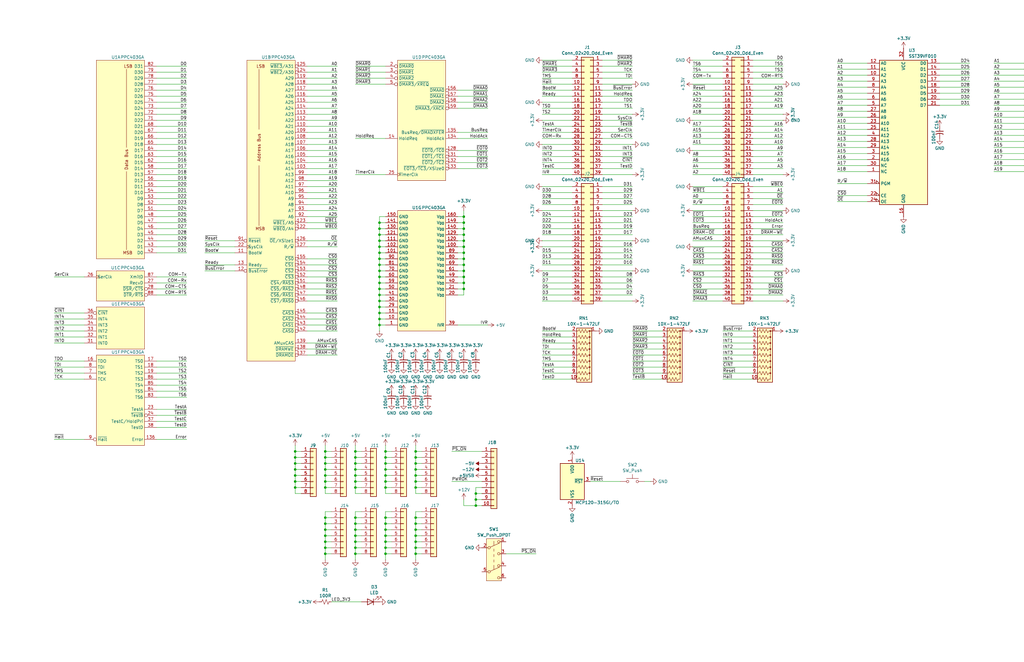
<source format=kicad_sch>
(kicad_sch (version 20250114) (generator "eeschema") (generator_version "9.0")
  (paper "B")
  (lib_symbols
    (symbol "74xx:74LVC125" (pin_names (offset 1.016))
      (property "Reference" "U" (at 0 1.27 0))
      (property "Value" "74LVC125" (at 0 -1.27 0))
      (symbol "74LVC125_1_0"
        (pin input line (at -7.62 0 0) (length 3.81) (name "~") (number "2"))
        (pin input inverted (at 0 -6.35 90) (length 4.445) (name "~") (number "1"))
        (pin tri_state line (at 7.62 0 180) (length 3.81) (name "~") (number "3"))
      )
      (symbol "74LVC125_2_0"
        (pin input line (at -7.62 0 0) (length 3.81) (name "~") (number "5"))
        (pin input inverted (at 0 -6.35 90) (length 4.445) (name "~") (number "4"))
        (pin tri_state line (at 7.62 0 180) (length 3.81) (name "~") (number "6"))
      )
      (symbol "74LVC125_3_0"
        (pin input line (at -7.62 0 0) (length 3.81) (name "~") (number "9"))
        (pin input inverted (at 0 -6.35 90) (length 4.445) (name "~") (number "10"))
        (pin tri_state line (at 7.62 0 180) (length 3.81) (name "~") (number "8"))
      )
      (symbol "74LVC125_4_0"
        (pin input line (at -7.62 0 0) (length 3.81) (name "~") (number "12"))
        (pin input inverted (at 0 -6.35 90) (length 4.445) (name "~") (number "13"))
        (pin tri_state line (at 7.62 0 180) (length 3.81) (name "~") (number "11"))
      )
      (symbol "74LVC125_5_0"
        (pin power_in line (at 0 12.7 270) (length 5.08) (name "VCC") (number "14"))
        (pin power_in line (at 0 -12.7 90) (length 5.08) (name "GND") (number "7"))
      )
    )
    (symbol "Connector_Generic:Conn_01x08" (pin_names (offset 1.016) (hide yes))
      (property "Reference" "J" (at 0 10.16 0))
      (property "Value" "Conn_01x08" (at 0 -12.7 0))
      (symbol "Conn_01x08_1_1"
        (pin passive line (at -5.08 7.62 0) (length 3.81) (name "Pin_1") (number "1"))
        (pin passive line (at -5.08 5.08 0) (length 3.81) (name "Pin_2") (number "2"))
        (pin passive line (at -5.08 2.54 0) (length 3.81) (name "Pin_3") (number "3"))
        (pin passive line (at -5.08 0 0) (length 3.81) (name "Pin_4") (number "4"))
        (pin passive line (at -5.08 -2.54 0) (length 3.81) (name "Pin_5") (number "5"))
        (pin passive line (at -5.08 -5.08 0) (length 3.81) (name "Pin_6") (number "6"))
        (pin passive line (at -5.08 -7.62 0) (length 3.81) (name "Pin_7") (number "7"))
        (pin passive line (at -5.08 -10.16 0) (length 3.81) (name "Pin_8") (number "8"))
      )
    )
    (symbol "Connector_Generic:Conn_01x10" (pin_names (offset 1.016) (hide yes))
      (property "Reference" "J" (at 0 12.7 0))
      (property "Value" "Conn_01x10" (at 0 -15.24 0))
      (symbol "Conn_01x10_1_1"
        (pin passive line (at -5.08 10.16 0) (length 3.81) (name "Pin_1") (number "1"))
        (pin passive line (at -5.08 7.62 0) (length 3.81) (name "Pin_2") (number "2"))
        (pin passive line (at -5.08 5.08 0) (length 3.81) (name "Pin_3") (number "3"))
        (pin passive line (at -5.08 2.54 0) (length 3.81) (name "Pin_4") (number "4"))
        (pin passive line (at -5.08 0 0) (length 3.81) (name "Pin_5") (number "5"))
        (pin passive line (at -5.08 -2.54 0) (length 3.81) (name "Pin_6") (number "6"))
        (pin passive line (at -5.08 -5.08 0) (length 3.81) (name "Pin_7") (number "7"))
        (pin passive line (at -5.08 -7.62 0) (length 3.81) (name "Pin_8") (number "8"))
        (pin passive line (at -5.08 -10.16 0) (length 3.81) (name "Pin_9") (number "9"))
        (pin passive line (at -5.08 -12.7 0) (length 3.81) (name "Pin_10") (number "10"))
      )
    )
    (symbol "Connector_Generic:Conn_02x05_Odd_Even" (pin_names (offset 1.016) (hide yes))
      (property "Reference" "J" (at 1.27 7.62 0))
      (property "Value" "Conn_02x05_Odd_Even" (at 1.27 -7.62 0))
      (symbol "Conn_02x05_Odd_Even_1_1"
        (pin passive line (at -5.08 5.08 0) (length 3.81) (name "Pin_1") (number "1"))
        (pin passive line (at -5.08 2.54 0) (length 3.81) (name "Pin_3") (number "3"))
        (pin passive line (at -5.08 0 0) (length 3.81) (name "Pin_5") (number "5"))
        (pin passive line (at -5.08 -2.54 0) (length 3.81) (name "Pin_7") (number "7"))
        (pin passive line (at -5.08 -5.08 0) (length 3.81) (name "Pin_9") (number "9"))
        (pin passive line (at 7.62 5.08 180) (length 3.81) (name "Pin_2") (number "2"))
        (pin passive line (at 7.62 2.54 180) (length 3.81) (name "Pin_4") (number "4"))
        (pin passive line (at 7.62 0 180) (length 3.81) (name "Pin_6") (number "6"))
        (pin passive line (at 7.62 -2.54 180) (length 3.81) (name "Pin_8") (number "8"))
        (pin passive line (at 7.62 -5.08 180) (length 3.81) (name "Pin_10") (number "10"))
      )
    )
    (symbol "Connector_Generic:Conn_02x20_Odd_Even" (pin_names (offset 1.016) (hide yes))
      (property "Reference" "J" (at 1.27 25.4 0))
      (property "Value" "Conn_02x20_Odd_Even" (at 1.27 -27.94 0))
      (symbol "Conn_02x20_Odd_Even_1_1"
        (pin passive line (at -5.08 22.86 0) (length 3.81) (name "Pin_1") (number "1"))
        (pin passive line (at -5.08 20.32 0) (length 3.81) (name "Pin_3") (number "3"))
        (pin passive line (at -5.08 17.78 0) (length 3.81) (name "Pin_5") (number "5"))
        (pin passive line (at -5.08 15.24 0) (length 3.81) (name "Pin_7") (number "7"))
        (pin passive line (at -5.08 12.7 0) (length 3.81) (name "Pin_9") (number "9"))
        (pin passive line (at -5.08 10.16 0) (length 3.81) (name "Pin_11") (number "11"))
        (pin passive line (at -5.08 7.62 0) (length 3.81) (name "Pin_13") (number "13"))
        (pin passive line (at -5.08 5.08 0) (length 3.81) (name "Pin_15") (number "15"))
        (pin passive line (at -5.08 2.54 0) (length 3.81) (name "Pin_17") (number "17"))
        (pin passive line (at -5.08 0 0) (length 3.81) (name "Pin_19") (number "19"))
        (pin passive line (at -5.08 -2.54 0) (length 3.81) (name "Pin_21") (number "21"))
        (pin passive line (at -5.08 -5.08 0) (length 3.81) (name "Pin_23") (number "23"))
        (pin passive line (at -5.08 -7.62 0) (length 3.81) (name "Pin_25") (number "25"))
        (pin passive line (at -5.08 -10.16 0) (length 3.81) (name "Pin_27") (number "27"))
        (pin passive line (at -5.08 -12.7 0) (length 3.81) (name "Pin_29") (number "29"))
        (pin passive line (at -5.08 -15.24 0) (length 3.81) (name "Pin_31") (number "31"))
        (pin passive line (at -5.08 -17.78 0) (length 3.81) (name "Pin_33") (number "33"))
        (pin passive line (at -5.08 -20.32 0) (length 3.81) (name "Pin_35") (number "35"))
        (pin passive line (at -5.08 -22.86 0) (length 3.81) (name "Pin_37") (number "37"))
        (pin passive line (at -5.08 -25.4 0) (length 3.81) (name "Pin_39") (number "39"))
        (pin passive line (at 7.62 22.86 180) (length 3.81) (name "Pin_2") (number "2"))
        (pin passive line (at 7.62 20.32 180) (length 3.81) (name "Pin_4") (number "4"))
        (pin passive line (at 7.62 17.78 180) (length 3.81) (name "Pin_6") (number "6"))
        (pin passive line (at 7.62 15.24 180) (length 3.81) (name "Pin_8") (number "8"))
        (pin passive line (at 7.62 12.7 180) (length 3.81) (name "Pin_10") (number "10"))
        (pin passive line (at 7.62 10.16 180) (length 3.81) (name "Pin_12") (number "12"))
        (pin passive line (at 7.62 7.62 180) (length 3.81) (name "Pin_14") (number "14"))
        (pin passive line (at 7.62 5.08 180) (length 3.81) (name "Pin_16") (number "16"))
        (pin passive line (at 7.62 2.54 180) (length 3.81) (name "Pin_18") (number "18"))
        (pin passive line (at 7.62 0 180) (length 3.81) (name "Pin_20") (number "20"))
        (pin passive line (at 7.62 -2.54 180) (length 3.81) (name "Pin_22") (number "22"))
        (pin passive line (at 7.62 -5.08 180) (length 3.81) (name "Pin_24") (number "24"))
        (pin passive line (at 7.62 -7.62 180) (length 3.81) (name "Pin_26") (number "26"))
        (pin passive line (at 7.62 -10.16 180) (length 3.81) (name "Pin_28") (number "28"))
        (pin passive line (at 7.62 -12.7 180) (length 3.81) (name "Pin_30") (number "30"))
        (pin passive line (at 7.62 -15.24 180) (length 3.81) (name "Pin_32") (number "32"))
        (pin passive line (at 7.62 -17.78 180) (length 3.81) (name "Pin_34") (number "34"))
        (pin passive line (at 7.62 -20.32 180) (length 3.81) (name "Pin_36") (number "36"))
        (pin passive line (at 7.62 -22.86 180) (length 3.81) (name "Pin_38") (number "38"))
        (pin passive line (at 7.62 -25.4 180) (length 3.81) (name "Pin_40") (number "40"))
      )
    )
    (symbol "Device:C_Small_US" (pin_numbers (hide yes)) (pin_names (offset 0.254) (hide yes))
      (property "Reference" "C" (at 0.254 1.778 0))
      (property "Value" "C_Small_US" (at 0.254 -2.032 0))
      (symbol "C_Small_US_1_1"
        (pin passive line (at 0 2.54 270) (length 2.032) (name "~") (number "1"))
        (pin passive line (at 0 -2.54 90) (length 2.032) (name "~") (number "2"))
      )
    )
    (symbol "Device:LED" (pin_numbers (hide yes)) (pin_names (offset 1.016) (hide yes))
      (property "Reference" "D" (at 0 2.54 0))
      (property "Value" "LED" (at 0 -2.54 0))
      (symbol "LED_1_1"
        (pin passive line (at -3.81 0 0) (length 2.54) (name "K") (number "1"))
        (pin passive line (at 3.81 0 180) (length 2.54) (name "A") (number "2"))
      )
    )
    (symbol "Device:R_Network09_US" (pin_names (offset 0) (hide yes))
      (property "Reference" "RN" (at -12.7 0 90))
      (property "Value" "R_Network09_US" (at 12.7 0 90))
      (symbol "R_Network09_US_1_1"
        (pin passive line (at -10.16 5.08 270) (length 2.54) (name "common") (number "1"))
        (pin passive line (at -10.16 -5.08 90) (length 1.27) (name "R1") (number "2"))
        (pin passive line (at -7.62 -5.08 90) (length 1.27) (name "R2") (number "3"))
        (pin passive line (at -5.08 -5.08 90) (length 1.27) (name "R3") (number "4"))
        (pin passive line (at -2.54 -5.08 90) (length 1.27) (name "R4") (number "5"))
        (pin passive line (at 0 -5.08 90) (length 1.27) (name "R5") (number "6"))
        (pin passive line (at 2.54 -5.08 90) (length 1.27) (name "R6") (number "7"))
        (pin passive line (at 5.08 -5.08 90) (length 1.27) (name "R7") (number "8"))
        (pin passive line (at 7.62 -5.08 90) (length 1.27) (name "R8") (number "9"))
        (pin passive line (at 10.16 -5.08 90) (length 1.27) (name "R9") (number "10"))
      )
    )
    (symbol "Device:R_Small_US" (pin_numbers (hide yes)) (pin_names (offset 0.254) (hide yes))
      (property "Reference" "R" (at 0.762 0.508 0))
      (property "Value" "R_Small_US" (at 0.762 -1.016 0))
      (symbol "R_Small_US_1_1"
        (pin passive line (at 0 2.54 270) (length 1.016) (name "~") (number "1"))
        (pin passive line (at 0 -2.54 90) (length 1.016) (name "~") (number "2"))
      )
    )
    (symbol "Diode:1N4148" (pin_numbers (hide yes)) (pin_names (hide yes))
      (property "Reference" "D" (at 0 2.54 0))
      (property "Value" "1N4148" (at 0 -2.54 0))
      (symbol "1N4148_1_1"
        (pin passive line (at -3.81 0 0) (length 2.54) (name "K") (number "1"))
        (pin passive line (at 3.81 0 180) (length 2.54) (name "A") (number "2"))
      )
    )
    (symbol "Interface_UART:GD75232N"
      (property "Reference" "U" (at 7.62 29.21 0))
      (property "Value" "GD75232N" (at 3.81 26.67 0))
      (symbol "GD75232N_0_0"
        (text "RS232" (at -6.985 -24.13 0) (effects (font (size 1 1))))
        (text "LOGIC" (at 7.62 -24.13 0) (effects (font (size 1 1))))
        (pin power_in line (at 2.54 27.94 270) (length 2.54) (name "V_{CC}") (number "20"))
        (pin output line (at 12.7 17.78 180) (length 2.54) (name "RY1") (number "19"))
        (pin output line (at 12.7 12.7 180) (length 2.54) (name "RY2") (number "18"))
        (pin output line (at 12.7 7.62 180) (length 2.54) (name "RY3") (number "17"))
      )
      (symbol "GD75232N_1_1"
        (pin input line (at -12.7 17.78 0) (length 2.54) (name "RA1") (number "2"))
        (pin input line (at -12.7 12.7 0) (length 2.54) (name "RA2") (number "3"))
        (pin input line (at -12.7 7.62 0) (length 2.54) (name "RA3") (number "4"))
        (pin output line (at -12.7 2.54 0) (length 2.54) (name "DY1") (number "5"))
        (pin output line (at -12.7 -2.54 0) (length 2.54) (name "DY2") (number "6"))
        (pin input line (at -12.7 -7.62 0) (length 2.54) (name "RA4") (number "7"))
        (pin output line (at -12.7 -12.7 0) (length 2.54) (name "DY3") (number "8"))
        (pin input line (at -12.7 -17.78 0) (length 2.54) (name "RA5") (number "9"))
        (pin power_in line (at -2.54 27.94 270) (length 2.54) (name "V_{DD}") (number "1"))
        (pin power_in line (at -2.54 -27.94 90) (length 2.54) (name "V_{SS}") (number "10"))
        (pin power_in line (at 2.54 -27.94 90) (length 2.54) (name "GND") (number "11"))
        (pin input line (at 12.7 2.54 180) (length 2.54) (name "DA1") (number "16"))
        (pin input line (at 12.7 -2.54 180) (length 2.54) (name "DA2") (number "15"))
        (pin output line (at 12.7 -7.62 180) (length 2.54) (name "RY4") (number "14"))
        (pin input line (at 12.7 -12.7 180) (length 2.54) (name "DA3") (number "13"))
        (pin output line (at 12.7 -17.78 180) (length 2.54) (name "RY5") (number "12"))
      )
    )
    (symbol "Memory_Flash:SST39SF010"
      (property "Reference" "U" (at 2.54 33.02 0))
      (property "Value" "SST39SF010" (at 0 -30.48 0))
      (symbol "SST39SF010_0_0"
        (pin power_in line (at 0 36.83 270) (length 5.08) (name "VCC") (number "32"))
        (pin power_in line (at 0 -34.29 90) (length 5.08) (name "GND") (number "16"))
      )
      (symbol "SST39SF010_1_1"
        (pin input line (at -15.24 30.48 0) (length 5.08) (name "A0") (number "12"))
        (pin input line (at -15.24 27.94 0) (length 5.08) (name "A1") (number "11"))
        (pin input line (at -15.24 25.4 0) (length 5.08) (name "A2") (number "10"))
        (pin input line (at -15.24 22.86 0) (length 5.08) (name "A3") (number "9"))
        (pin input line (at -15.24 20.32 0) (length 5.08) (name "A4") (number "8"))
        (pin input line (at -15.24 17.78 0) (length 5.08) (name "A5") (number "7"))
        (pin input line (at -15.24 15.24 0) (length 5.08) (name "A6") (number "6"))
        (pin input line (at -15.24 12.7 0) (length 5.08) (name "A7") (number "5"))
        (pin input line (at -15.24 10.16 0) (length 5.08) (name "A8") (number "27"))
        (pin input line (at -15.24 7.62 0) (length 5.08) (name "A9") (number "26"))
        (pin input line (at -15.24 5.08 0) (length 5.08) (name "A10") (number "23"))
        (pin input line (at -15.24 2.54 0) (length 5.08) (name "A11") (number "25"))
        (pin input line (at -15.24 0 0) (length 5.08) (name "A12") (number "4"))
        (pin input line (at -15.24 -2.54 0) (length 5.08) (name "A13") (number "28"))
        (pin input line (at -15.24 -5.08 0) (length 5.08) (name "A14") (number "29"))
        (pin input line (at -15.24 -7.62 0) (length 5.08) (name "A15") (number "3"))
        (pin input line (at -15.24 -10.16 0) (length 5.08) (name "A16") (number "2"))
        (pin input line (at -15.24 -12.7 0) (length 5.08) (name "NC") (number "30"))
        (pin input line (at -15.24 -15.24 0) (length 5.08) (name "NC") (number "1"))
        (pin input input_low (at -15.24 -20.32 0) (length 5.08) (name "PGM") (number "31"))
        (pin input input_low (at -15.24 -25.4 0) (length 5.08) (name "CE") (number "22"))
        (pin input input_low (at -15.24 -27.94 0) (length 5.08) (name "OE") (number "24"))
        (pin tri_state line (at 15.24 30.48 180) (length 5.08) (name "D0") (number "13"))
        (pin tri_state line (at 15.24 27.94 180) (length 5.08) (name "D1") (number "14"))
        (pin tri_state line (at 15.24 25.4 180) (length 5.08) (name "D2") (number "15"))
        (pin tri_state line (at 15.24 22.86 180) (length 5.08) (name "D3") (number "17"))
        (pin tri_state line (at 15.24 20.32 180) (length 5.08) (name "D4") (number "18"))
        (pin tri_state line (at 15.24 17.78 180) (length 5.08) (name "D5") (number "19"))
        (pin tri_state line (at 15.24 15.24 180) (length 5.08) (name "D6") (number "20"))
        (pin tri_state line (at 15.24 12.7 180) (length 5.08) (name "D7") (number "21"))
      )
    )
    (symbol "Memory_RAM:AS6C4008-55PCN"
      (property "Reference" "U" (at -10.16 26.035 0))
      (property "Value" "AS6C4008-55PCN" (at 2.54 26.035 0))
      (symbol "AS6C4008-55PCN_0_0"
        (pin power_in line (at 0 27.94 270) (length 2.54) (name "VCC") (number "32"))
        (pin power_in line (at 0 -27.94 90) (length 2.54) (name "VSS") (number "16"))
      )
      (symbol "AS6C4008-55PCN_1_1"
        (pin input line (at -12.7 22.86 0) (length 2.54) (name "A0") (number "12"))
        (pin input line (at -12.7 20.32 0) (length 2.54) (name "A1") (number "11"))
        (pin input line (at -12.7 17.78 0) (length 2.54) (name "A2") (number "10"))
        (pin input line (at -12.7 15.24 0) (length 2.54) (name "A3") (number "9"))
        (pin input line (at -12.7 12.7 0) (length 2.54) (name "A4") (number "8"))
        (pin input line (at -12.7 10.16 0) (length 2.54) (name "A5") (number "7"))
        (pin input line (at -12.7 7.62 0) (length 2.54) (name "A6") (number "6"))
        (pin input line (at -12.7 5.08 0) (length 2.54) (name "A7") (number "5"))
        (pin input line (at -12.7 2.54 0) (length 2.54) (name "A8") (number "27"))
        (pin input line (at -12.7 0 0) (length 2.54) (name "A9") (number "26"))
        (pin input line (at -12.7 -2.54 0) (length 2.54) (name "A10") (number "23"))
        (pin input line (at -12.7 -5.08 0) (length 2.54) (name "A11") (number "25"))
        (pin input line (at -12.7 -7.62 0) (length 2.54) (name "A12") (number "4"))
        (pin input line (at -12.7 -10.16 0) (length 2.54) (name "A13") (number "28"))
        (pin input line (at -12.7 -12.7 0) (length 2.54) (name "A14") (number "3"))
        (pin input line (at -12.7 -15.24 0) (length 2.54) (name "A15") (number "31"))
        (pin input line (at -12.7 -17.78 0) (length 2.54) (name "A16") (number "2"))
        (pin input line (at -12.7 -20.32 0) (length 2.54) (name "A17") (number "30"))
        (pin input line (at -12.7 -22.86 0) (length 2.54) (name "A18") (number "1"))
        (pin tri_state line (at 12.7 22.86 180) (length 2.54) (name "DQ0") (number "13"))
        (pin tri_state line (at 12.7 20.32 180) (length 2.54) (name "DQ1") (number "14"))
        (pin tri_state line (at 12.7 17.78 180) (length 2.54) (name "DQ2") (number "15"))
        (pin tri_state line (at 12.7 15.24 180) (length 2.54) (name "DQ3") (number "17"))
        (pin tri_state line (at 12.7 12.7 180) (length 2.54) (name "DQ4") (number "18"))
        (pin tri_state line (at 12.7 10.16 180) (length 2.54) (name "DQ5") (number "19"))
        (pin tri_state line (at 12.7 7.62 180) (length 2.54) (name "DQ6") (number "20"))
        (pin tri_state line (at 12.7 5.08 180) (length 2.54) (name "DQ7") (number "21"))
        (pin input line (at 12.7 -2.54 180) (length 2.54) (name "CE#") (number "22"))
        (pin input line (at 12.7 -5.08 180) (length 2.54) (name "OE#") (number "24"))
        (pin input line (at 12.7 -7.62 180) (length 2.54) (name "WE#") (number "29"))
      )
    )
    (symbol "Oscillator:CXO_DIP8" (pin_names (offset 0.254))
      (property "Reference" "Y" (at -5.08 6.35 0))
      (property "Value" "CXO_DIP8" (at 1.27 -6.35 0))
      (symbol "CXO_DIP8_1_1"
        (pin input line (at -7.62 0 0) (length 2.54) (name "EN") (number "1"))
        (pin power_in line (at 0 7.62 270) (length 2.54) (name "Vcc") (number "8"))
        (pin power_in line (at 0 -7.62 90) (length 2.54) (name "GND") (number "4"))
        (pin output line (at 7.62 0 180) (length 2.54) (name "OUT") (number "5"))
      )
    )
    (symbol "PPC403GA_1"
      (property "Reference" "U" (at 0 1.27 0))
      (property "Value" "PPC403GA" (at 0 1.27 0))
      (symbol "PPC403GA_1_1_0"
        (pin tri_state line (at 15.24 -2.54 180) (length 5.08) (name "D31") (number "82"))
        (pin tri_state line (at 15.24 -5.08 180) (length 5.08) (name "D30") (number "79"))
        (pin tri_state line (at 15.24 -7.62 180) (length 5.08) (name "D29") (number "78"))
        (pin tri_state line (at 15.24 -10.16 180) (length 5.08) (name "D28") (number "77"))
        (pin tri_state line (at 15.24 -12.7 180) (length 5.08) (name "D27") (number "76"))
        (pin tri_state line (at 15.24 -15.24 180) (length 5.08) (name "D26") (number "75"))
        (pin tri_state line (at 15.24 -17.78 180) (length 5.08) (name "D25") (number "74"))
        (pin tri_state line (at 15.24 -20.32 180) (length 5.08) (name "D24") (number "73"))
        (pin tri_state line (at 15.24 -22.86 180) (length 5.08) (name "D23") (number "72"))
        (pin tri_state line (at 15.24 -25.4 180) (length 5.08) (name "D22") (number "71"))
        (pin tri_state line (at 15.24 -27.94 180) (length 5.08) (name "D21") (number "68"))
        (pin tri_state line (at 15.24 -30.48 180) (length 5.08) (name "D20") (number "67"))
        (pin tri_state line (at 15.24 -33.02 180) (length 5.08) (name "D19") (number "66"))
        (pin tri_state line (at 15.24 -35.56 180) (length 5.08) (name "D18") (number "65"))
        (pin tri_state line (at 15.24 -38.1 180) (length 5.08) (name "D17") (number "64"))
        (pin tri_state line (at 15.24 -40.64 180) (length 5.08) (name "D16") (number "63"))
        (pin tri_state line (at 15.24 -43.18 180) (length 5.08) (name "D15") (number "62"))
        (pin tri_state line (at 15.24 -45.72 180) (length 5.08) (name "D14") (number "58"))
        (pin tri_state line (at 15.24 -48.26 180) (length 5.08) (name "D13") (number "57"))
        (pin tri_state line (at 15.24 -50.8 180) (length 5.08) (name "D12") (number "56"))
        (pin tri_state line (at 15.24 -53.34 180) (length 5.08) (name "D11") (number "55"))
        (pin tri_state line (at 15.24 -55.88 180) (length 5.08) (name "D10") (number "54"))
        (pin tri_state line (at 15.24 -58.42 180) (length 5.08) (name "D9") (number "53"))
        (pin tri_state line (at 15.24 -60.96 180) (length 5.08) (name "D8") (number "52"))
        (pin tri_state line (at 15.24 -63.5 180) (length 5.08) (name "D7") (number "51"))
        (pin tri_state line (at 15.24 -66.04 180) (length 5.08) (name "D6") (number "48"))
        (pin tri_state line (at 15.24 -68.58 180) (length 5.08) (name "D5") (number "47"))
        (pin tri_state line (at 15.24 -71.12 180) (length 5.08) (name "D4") (number "46"))
        (pin tri_state line (at 15.24 -73.66 180) (length 5.08) (name "D3") (number "45"))
        (pin tri_state line (at 15.24 -76.2 180) (length 5.08) (name "D2") (number "44"))
        (pin tri_state line (at 15.24 -78.74 180) (length 5.08) (name "D1") (number "43"))
        (pin tri_state line (at 15.24 -81.28 180) (length 5.08) (name "D0") (number "42"))
      )
      (symbol "PPC403GA_1_1_1"
        (text "Data Bus" (at 2.54 -41.91 900) (effects (font (size 1.27 1.27))))
        (text "LSB" (at 5.08 -2.54 0) (effects (font (size 1.27 1.27)) (justify right)))
        (text "MSB" (at 5.08 -81.28 0) (effects (font (size 1.27 1.27)) (justify right)))
      )
      (symbol "PPC403GA_1_2_0"
        (pin bidirectional inverted (at -15.24 -76.2 0) (length 5.08) (name "~{Reset}") (number "91"))
        (pin input clock (at -15.24 -78.74 0) (length 5.08) (name "SysClk") (number "22"))
        (pin input line (at -15.24 -81.28 0) (length 5.08) (name "BootW") (number "11"))
        (pin input line (at -15.24 -86.36 0) (length 5.08) (name "Ready") (number "13"))
        (pin input inverted (at -15.24 -88.9 0) (length 5.08) (name "~{BusError}") (number "12"))
        (pin tri_state inverted (at 15.24 -2.54 180) (length 5.08) (name "~{WBE3}/A31") (number "125"))
        (pin tri_state inverted (at 15.24 -5.08 180) (length 5.08) (name "~{WBE2}/A30") (number "124"))
        (pin tri_state line (at 15.24 -7.62 180) (length 5.08) (name "A29") (number "119"))
        (pin tri_state line (at 15.24 -10.16 180) (length 5.08) (name "A28") (number "118"))
        (pin tri_state line (at 15.24 -12.7 180) (length 5.08) (name "A27") (number "117"))
        (pin tri_state line (at 15.24 -15.24 180) (length 5.08) (name "A26") (number "116"))
        (pin tri_state line (at 15.24 -17.78 180) (length 5.08) (name "A25") (number "115"))
        (pin tri_state line (at 15.24 -20.32 180) (length 5.08) (name "A24") (number "114"))
        (pin tri_state line (at 15.24 -22.86 180) (length 5.08) (name "A23") (number "113"))
        (pin tri_state line (at 15.24 -25.4 180) (length 5.08) (name "A22") (number "112"))
        (pin tri_state line (at 15.24 -27.94 180) (length 5.08) (name "A21") (number "110"))
        (pin tri_state line (at 15.24 -30.48 180) (length 5.08) (name "A20") (number "109"))
        (pin tri_state line (at 15.24 -33.02 180) (length 5.08) (name "A19") (number "108"))
        (pin tri_state line (at 15.24 -35.56 180) (length 5.08) (name "A18") (number "107"))
        (pin tri_state line (at 15.24 -38.1 180) (length 5.08) (name "A17") (number "106"))
        (pin tri_state line (at 15.24 -40.64 180) (length 5.08) (name "A16") (number "105"))
        (pin tri_state line (at 15.24 -43.18 180) (length 5.08) (name "A15") (number "104"))
        (pin tri_state line (at 15.24 -45.72 180) (length 5.08) (name "A14") (number "103"))
        (pin tri_state line (at 15.24 -48.26 180) (length 5.08) (name "A13") (number "99"))
        (pin tri_state line (at 15.24 -50.8 180) (length 5.08) (name "A12") (number "98"))
        (pin tri_state line (at 15.24 -53.34 180) (length 5.08) (name "A11") (number "97"))
        (pin tri_state line (at 15.24 -55.88 180) (length 5.08) (name "A10") (number "96"))
        (pin tri_state line (at 15.24 -58.42 180) (length 5.08) (name "A9") (number "95"))
        (pin tri_state line (at 15.24 -60.96 180) (length 5.08) (name "A8") (number "94"))
        (pin tri_state line (at 15.24 -63.5 180) (length 5.08) (name "A7") (number "93"))
        (pin tri_state line (at 15.24 -66.04 180) (length 5.08) (name "A6") (number "92"))
        (pin tri_state inverted (at 15.24 -68.58 180) (length 5.08) (name "~{WBE1}/A5") (number "123"))
        (pin tri_state inverted (at 15.24 -71.12 180) (length 5.08) (name "~{WBE0}/A4") (number "122"))
        (pin bidirectional inverted (at 15.24 -76.2 180) (length 5.08) (name "~{OE}/XSize1") (number "126"))
        (pin tri_state line (at 15.24 -78.74 180) (length 5.08) (name "R/~{W}") (number "127"))
        (pin output inverted (at 15.24 -83.82 180) (length 5.08) (name "~{CS0}") (number "155"))
        (pin output inverted (at 15.24 -86.36 180) (length 5.08) (name "~{CS1}") (number "154"))
        (pin output inverted (at 15.24 -88.9 180) (length 5.08) (name "~{CS2}") (number "153"))
        (pin output inverted (at 15.24 -91.44 180) (length 5.08) (name "~{CS3}") (number "152"))
        (pin output inverted (at 15.24 -93.98 180) (length 5.08) (name "~{CS4}/~{RAS3}") (number "151"))
        (pin output inverted (at 15.24 -96.52 180) (length 5.08) (name "~{CS5}/~{RAS2}") (number "148"))
        (pin output inverted (at 15.24 -99.06 180) (length 5.08) (name "~{CS6}/~{RAS1}") (number "147"))
        (pin output inverted (at 15.24 -101.6 180) (length 5.08) (name "~{CS7}/~{RAS0}") (number "146"))
        (pin output inverted (at 15.24 -106.68 180) (length 5.08) (name "~{CAS3}") (number "145"))
        (pin output inverted (at 15.24 -109.22 180) (length 5.08) (name "~{CAS2}") (number "144"))
        (pin output inverted (at 15.24 -111.76 180) (length 5.08) (name "~{CAS1}") (number "143"))
        (pin output inverted (at 15.24 -114.3 180) (length 5.08) (name "~{CAS0}") (number "142"))
        (pin output line (at 15.24 -119.38 180) (length 5.08) (name "AMuxCAS") (number "139"))
        (pin output inverted (at 15.24 -121.92 180) (length 5.08) (name "~{DRAMWE}") (number "138"))
        (pin output inverted (at 15.24 -124.46 180) (length 5.08) (name "~{DRAMOE}") (number "137"))
      )
      (symbol "PPC403GA_1_2_1"
        (text "Address Bus" (at -5.08 -36.83 900) (effects (font (size 1.27 1.27))))
        (text "LSB" (at -2.54 -2.54 0) (effects (font (size 1.27 1.27)) (justify right)))
        (text "MSB" (at -2.54 -71.12 0) (effects (font (size 1.27 1.27)) (justify right)))
      )
      (symbol "PPC403GA_1_3_0"
        (pin input clock (at -15.24 -2.54 0) (length 5.08) (name "SerClk") (number "26"))
        (pin output line (at 15.24 -2.54 180) (length 5.08) (name "XmitD") (number "87"))
        (pin input line (at 15.24 -5.08 180) (length 5.08) (name "RecvD") (number "27"))
        (pin input inverted (at 15.24 -7.62 180) (length 5.08) (name "~{DSR}/~{CTS}") (number "28"))
        (pin output inverted (at 15.24 -10.16 180) (length 5.08) (name "~{DTR}/~{RTS}") (number "88"))
      )
      (symbol "PPC403GA_1_4_0"
        (pin input inverted (at -15.24 -2.54 0) (length 5.08) (name "~{DMAR0}") (number "2"))
        (pin input inverted (at -15.24 -5.08 0) (length 5.08) (name "~{DMAR1}") (number "3"))
        (pin input inverted (at -15.24 -7.62 0) (length 5.08) (name "~{DMAR2}") (number "4"))
        (pin input inverted (at -15.24 -10.16 0) (length 5.08) (name "~{DMAR3}/~{XREQ}") (number "5"))
        (pin input line (at -15.24 -33.02 0) (length 5.08) (name "HoldReq") (number "14"))
        (pin input clock (at -15.24 -48.26 0) (length 5.08) (name "TimerClk") (number "25"))
        (pin output inverted (at 15.24 -12.7 180) (length 5.08) (name "~{DMAA0}") (number "156"))
        (pin output inverted (at 15.24 -15.24 180) (length 5.08) (name "~{DMAA1}") (number "157"))
        (pin output inverted (at 15.24 -17.78 180) (length 5.08) (name "~{DMAA2}") (number "158"))
        (pin output inverted (at 15.24 -20.32 180) (length 5.08) (name "~{DMAA3}/~{XACK}") (number "159"))
        (pin output line (at 15.24 -30.48 180) (length 5.08) (name "BusReq/~{DMADXFER}") (number "135"))
        (pin output line (at 15.24 -33.02 180) (length 5.08) (name "HoldAck") (number "134"))
        (pin bidirectional inverted (at 15.24 -38.1 180) (length 5.08) (name "~{EOT0}/~{TC0}") (number "128"))
        (pin bidirectional inverted (at 15.24 -40.64 180) (length 5.08) (name "~{EOT1}/~{TC1}") (number "131"))
        (pin bidirectional inverted (at 15.24 -43.18 180) (length 5.08) (name "~{EOT2}/~{TC2}") (number "132"))
        (pin bidirectional inverted (at 15.24 -45.72 180) (length 5.08) (name "~{EOT3}/~{TC3}/XSize0") (number "133"))
      )
      (symbol "PPC403GA_1_5_0"
        (pin input inverted (at -15.24 -2.54 0) (length 5.08) (name "~{CINT}") (number "36"))
        (pin input line (at -15.24 -5.08 0) (length 5.08) (name "INT4") (number "35"))
        (pin input line (at -15.24 -7.62 0) (length 5.08) (name "INT3") (number "34"))
        (pin input line (at -15.24 -10.16 0) (length 5.08) (name "INT2") (number "33"))
        (pin input line (at -15.24 -12.7 0) (length 5.08) (name "INT1") (number "32"))
        (pin input line (at -15.24 -15.24 0) (length 5.08) (name "INT0") (number "31"))
      )
      (symbol "PPC403GA_1_6_0"
        (pin output line (at -15.24 -2.54 0) (length 5.08) (name "TDO") (number "16"))
        (pin input line (at -15.24 -5.08 0) (length 5.08) (name "TDI") (number "8"))
        (pin input line (at -15.24 -7.62 0) (length 5.08) (name "TMS") (number "7"))
        (pin input line (at -15.24 -10.16 0) (length 5.08) (name "TCK") (number "6"))
        (pin input inverted (at -15.24 -35.56 0) (length 5.08) (name "~{Halt}") (number "9"))
        (pin output line (at 15.24 -2.54 180) (length 5.08) (name "TS0") (number "17"))
        (pin output line (at 15.24 -5.08 180) (length 5.08) (name "TS1") (number "18"))
        (pin output line (at 15.24 -7.62 180) (length 5.08) (name "TS2") (number "19"))
        (pin output line (at 15.24 -10.16 180) (length 5.08) (name "TS3") (number "86"))
        (pin output line (at 15.24 -12.7 180) (length 5.08) (name "TS4") (number "85"))
        (pin output line (at 15.24 -15.24 180) (length 5.08) (name "TS5") (number "84"))
        (pin output line (at 15.24 -17.78 180) (length 5.08) (name "TS6") (number "83"))
        (pin input line (at 15.24 -22.86 180) (length 5.08) (name "TestA") (number "23"))
        (pin input inverted (at 15.24 -25.4 180) (length 5.08) (name "~{TestB}") (number "24"))
        (pin input line (at 15.24 -27.94 180) (length 5.08) (name "TestC/HoldPri") (number "37"))
        (pin input line (at 15.24 -30.48 180) (length 5.08) (name "TestD") (number "38"))
        (pin output line (at 15.24 -35.56 180) (length 5.08) (name "Error") (number "136"))
      )
      (symbol "PPC403GA_1_7_0"
        (pin power_in line (at -15.24 -2.54 0) (length 5.08) (name "GND") (number "150"))
        (pin power_in line (at -15.24 -5.08 0) (length 5.08) (name "GND") (number "141"))
        (pin power_in line (at -15.24 -7.62 0) (length 5.08) (name "GND") (number "130"))
        (pin power_in line (at -15.24 -10.16 0) (length 5.08) (name "GND") (number "121"))
        (pin power_in line (at -15.24 -12.7 0) (length 5.08) (name "GND") (number "111"))
        (pin power_in line (at -15.24 -15.24 0) (length 5.08) (name "GND") (number "102"))
        (pin power_in line (at -15.24 -17.78 0) (length 5.08) (name "GND") (number "101"))
        (pin power_in line (at -15.24 -20.32 0) (length 5.08) (name "GND") (number "90"))
        (pin power_in line (at -15.24 -22.86 0) (length 5.08) (name "GND") (number "81"))
        (pin power_in line (at -15.24 -25.4 0) (length 5.08) (name "GND") (number "70"))
        (pin power_in line (at -15.24 -27.94 0) (length 5.08) (name "GND") (number "60"))
        (pin power_in line (at -15.24 -30.48 0) (length 5.08) (name "GND") (number "59"))
        (pin power_in line (at -15.24 -33.02 0) (length 5.08) (name "GND") (number "50"))
        (pin power_in line (at -15.24 -35.56 0) (length 5.08) (name "GND") (number "41"))
        (pin power_in line (at -15.24 -38.1 0) (length 5.08) (name "GND") (number "30"))
        (pin power_in line (at -15.24 -40.64 0) (length 5.08) (name "GND") (number "29"))
        (pin power_in line (at -15.24 -43.18 0) (length 5.08) (name "GND") (number "15"))
        (pin power_in line (at -15.24 -45.72 0) (length 5.08) (name "GND") (number "10"))
        (pin power_in line (at -15.24 -48.26 0) (length 5.08) (name "GND") (number "1"))
        (pin power_in line (at 15.24 -2.54 180) (length 5.08) (name "V_{DD}") (number "160"))
        (pin power_in line (at 15.24 -5.08 180) (length 5.08) (name "V_{DD}") (number "149"))
        (pin power_in line (at 15.24 -7.62 180) (length 5.08) (name "V_{DD}") (number "140"))
        (pin power_in line (at 15.24 -10.16 180) (length 5.08) (name "V_{DD}") (number "129"))
        (pin power_in line (at 15.24 -12.7 180) (length 5.08) (name "V_{DD}") (number "120"))
        (pin power_in line (at 15.24 -15.24 180) (length 5.08) (name "V_{DD}") (number "100"))
        (pin power_in line (at 15.24 -17.78 180) (length 5.08) (name "V_{DD}") (number "89"))
        (pin power_in line (at 15.24 -20.32 180) (length 5.08) (name "V_{DD}") (number "80"))
        (pin power_in line (at 15.24 -22.86 180) (length 5.08) (name "V_{DD}") (number "69"))
        (pin power_in line (at 15.24 -25.4 180) (length 5.08) (name "V_{DD}") (number "61"))
        (pin power_in line (at 15.24 -27.94 180) (length 5.08) (name "V_{DD}") (number "40"))
        (pin power_in line (at 15.24 -30.48 180) (length 5.08) (name "V_{DD}") (number "21"))
        (pin power_in line (at 15.24 -33.02 180) (length 5.08) (name "V_{DD}") (number "20"))
        (pin input line (at 15.24 -48.26 180) (length 5.08) (name "IVR") (number "39"))
      )
    )
    (symbol "PPC403GA_2"
      (property "Reference" "U" (at 0 1.27 0))
      (property "Value" "PPC403GA" (at 0 1.27 0))
      (symbol "PPC403GA_2_1_0"
        (pin tri_state line (at 15.24 -2.54 180) (length 5.08) (name "D31") (number "82"))
        (pin tri_state line (at 15.24 -5.08 180) (length 5.08) (name "D30") (number "79"))
        (pin tri_state line (at 15.24 -7.62 180) (length 5.08) (name "D29") (number "78"))
        (pin tri_state line (at 15.24 -10.16 180) (length 5.08) (name "D28") (number "77"))
        (pin tri_state line (at 15.24 -12.7 180) (length 5.08) (name "D27") (number "76"))
        (pin tri_state line (at 15.24 -15.24 180) (length 5.08) (name "D26") (number "75"))
        (pin tri_state line (at 15.24 -17.78 180) (length 5.08) (name "D25") (number "74"))
        (pin tri_state line (at 15.24 -20.32 180) (length 5.08) (name "D24") (number "73"))
        (pin tri_state line (at 15.24 -22.86 180) (length 5.08) (name "D23") (number "72"))
        (pin tri_state line (at 15.24 -25.4 180) (length 5.08) (name "D22") (number "71"))
        (pin tri_state line (at 15.24 -27.94 180) (length 5.08) (name "D21") (number "68"))
        (pin tri_state line (at 15.24 -30.48 180) (length 5.08) (name "D20") (number "67"))
        (pin tri_state line (at 15.24 -33.02 180) (length 5.08) (name "D19") (number "66"))
        (pin tri_state line (at 15.24 -35.56 180) (length 5.08) (name "D18") (number "65"))
        (pin tri_state line (at 15.24 -38.1 180) (length 5.08) (name "D17") (number "64"))
        (pin tri_state line (at 15.24 -40.64 180) (length 5.08) (name "D16") (number "63"))
        (pin tri_state line (at 15.24 -43.18 180) (length 5.08) (name "D15") (number "62"))
        (pin tri_state line (at 15.24 -45.72 180) (length 5.08) (name "D14") (number "58"))
        (pin tri_state line (at 15.24 -48.26 180) (length 5.08) (name "D13") (number "57"))
        (pin tri_state line (at 15.24 -50.8 180) (length 5.08) (name "D12") (number "56"))
        (pin tri_state line (at 15.24 -53.34 180) (length 5.08) (name "D11") (number "55"))
        (pin tri_state line (at 15.24 -55.88 180) (length 5.08) (name "D10") (number "54"))
        (pin tri_state line (at 15.24 -58.42 180) (length 5.08) (name "D9") (number "53"))
        (pin tri_state line (at 15.24 -60.96 180) (length 5.08) (name "D8") (number "52"))
        (pin tri_state line (at 15.24 -63.5 180) (length 5.08) (name "D7") (number "51"))
        (pin tri_state line (at 15.24 -66.04 180) (length 5.08) (name "D6") (number "58"))
        (pin tri_state line (at 15.24 -68.58 180) (length 5.08) (name "D5") (number "47"))
        (pin tri_state line (at 15.24 -71.12 180) (length 5.08) (name "D4") (number "46"))
        (pin tri_state line (at 15.24 -73.66 180) (length 5.08) (name "D3") (number "45"))
        (pin tri_state line (at 15.24 -76.2 180) (length 5.08) (name "D2") (number "44"))
        (pin tri_state line (at 15.24 -78.74 180) (length 5.08) (name "D1") (number "43"))
        (pin tri_state line (at 15.24 -81.28 180) (length 5.08) (name "D0") (number "42"))
      )
      (symbol "PPC403GA_2_1_1"
        (text "Data Bus" (at 2.54 -41.91 900) (effects (font (size 1.27 1.27))))
        (text "LSB" (at 5.08 -2.54 0) (effects (font (size 1.27 1.27)) (justify right)))
        (text "MSB" (at 5.08 -81.28 0) (effects (font (size 1.27 1.27)) (justify right)))
      )
      (symbol "PPC403GA_2_2_0"
        (pin bidirectional inverted (at -15.24 -76.2 0) (length 5.08) (name "~{Reset}") (number "91"))
        (pin input clock (at -15.24 -78.74 0) (length 5.08) (name "SysClk") (number "22"))
        (pin input line (at -15.24 -81.28 0) (length 5.08) (name "BootW") (number "11"))
        (pin input line (at -15.24 -86.36 0) (length 5.08) (name "Ready") (number "13"))
        (pin input inverted (at -15.24 -88.9 0) (length 5.08) (name "~{BusError}") (number "12"))
        (pin tri_state inverted (at 15.24 -2.54 180) (length 5.08) (name "~{WBE3}/A31") (number "125"))
        (pin tri_state inverted (at 15.24 -5.08 180) (length 5.08) (name "~{WBE2}/A30") (number "124"))
        (pin tri_state line (at 15.24 -7.62 180) (length 5.08) (name "A29") (number "119"))
        (pin tri_state line (at 15.24 -10.16 180) (length 5.08) (name "A28") (number "118"))
        (pin tri_state line (at 15.24 -12.7 180) (length 5.08) (name "A27") (number "117"))
        (pin tri_state line (at 15.24 -15.24 180) (length 5.08) (name "A26") (number "116"))
        (pin tri_state line (at 15.24 -17.78 180) (length 5.08) (name "A25") (number "115"))
        (pin tri_state line (at 15.24 -20.32 180) (length 5.08) (name "A24") (number "114"))
        (pin tri_state line (at 15.24 -22.86 180) (length 5.08) (name "A23") (number "113"))
        (pin tri_state line (at 15.24 -25.4 180) (length 5.08) (name "A22") (number "112"))
        (pin tri_state line (at 15.24 -27.94 180) (length 5.08) (name "A21") (number "110"))
        (pin tri_state line (at 15.24 -30.48 180) (length 5.08) (name "A20") (number "109"))
        (pin tri_state line (at 15.24 -33.02 180) (length 5.08) (name "A19") (number "108"))
        (pin tri_state line (at 15.24 -35.56 180) (length 5.08) (name "A18") (number "107"))
        (pin tri_state line (at 15.24 -38.1 180) (length 5.08) (name "A17") (number "106"))
        (pin tri_state line (at 15.24 -40.64 180) (length 5.08) (name "A16") (number "105"))
        (pin tri_state line (at 15.24 -43.18 180) (length 5.08) (name "A15") (number "104"))
        (pin tri_state line (at 15.24 -45.72 180) (length 5.08) (name "A14") (number "103"))
        (pin tri_state line (at 15.24 -48.26 180) (length 5.08) (name "A13") (number "99"))
        (pin tri_state line (at 15.24 -50.8 180) (length 5.08) (name "A12") (number "98"))
        (pin tri_state line (at 15.24 -53.34 180) (length 5.08) (name "A11") (number "97"))
        (pin tri_state line (at 15.24 -55.88 180) (length 5.08) (name "A10") (number "96"))
        (pin tri_state line (at 15.24 -58.42 180) (length 5.08) (name "A9") (number "95"))
        (pin tri_state line (at 15.24 -60.96 180) (length 5.08) (name "A8") (number "94"))
        (pin tri_state line (at 15.24 -63.5 180) (length 5.08) (name "A7") (number "93"))
        (pin tri_state line (at 15.24 -66.04 180) (length 5.08) (name "A6") (number "92"))
        (pin tri_state inverted (at 15.24 -68.58 180) (length 5.08) (name "~{WBE1}/A5") (number "123"))
        (pin tri_state inverted (at 15.24 -71.12 180) (length 5.08) (name "~{WBE0}/A4") (number "122"))
        (pin bidirectional inverted (at 15.24 -76.2 180) (length 5.08) (name "~{OE}/XSize1") (number "126"))
        (pin tri_state line (at 15.24 -78.74 180) (length 5.08) (name "R/~{W}") (number "127"))
        (pin output inverted (at 15.24 -83.82 180) (length 5.08) (name "~{CS0}") (number "155"))
        (pin output inverted (at 15.24 -86.36 180) (length 5.08) (name "~{CS1}") (number "154"))
        (pin output inverted (at 15.24 -88.9 180) (length 5.08) (name "~{CS2}") (number "153"))
        (pin output inverted (at 15.24 -91.44 180) (length 5.08) (name "~{CS3}") (number "152"))
        (pin output inverted (at 15.24 -93.98 180) (length 5.08) (name "~{CS4}/~{RAS3}") (number "151"))
        (pin output inverted (at 15.24 -96.52 180) (length 5.08) (name "~{CS5}/~{RAS2}") (number "148"))
        (pin output inverted (at 15.24 -99.06 180) (length 5.08) (name "~{CS6}/~{RAS1}") (number "147"))
        (pin output inverted (at 15.24 -101.6 180) (length 5.08) (name "~{CS7}/~{RAS0}") (number "146"))
        (pin output inverted (at 15.24 -106.68 180) (length 5.08) (name "~{CAS3}") (number "145"))
        (pin output inverted (at 15.24 -109.22 180) (length 5.08) (name "~{CAS2}") (number "144"))
        (pin output inverted (at 15.24 -111.76 180) (length 5.08) (name "~{CAS1}") (number "143"))
        (pin output inverted (at 15.24 -114.3 180) (length 5.08) (name "~{CAS0}") (number "142"))
        (pin output line (at 15.24 -119.38 180) (length 5.08) (name "AMuxCAS") (number "139"))
        (pin output inverted (at 15.24 -121.92 180) (length 5.08) (name "~{DRAMWE}") (number "138"))
        (pin output inverted (at 15.24 -124.46 180) (length 5.08) (name "~{DRAMOE}") (number "137"))
      )
      (symbol "PPC403GA_2_2_1"
        (text "Address Bus" (at -5.08 -36.83 900) (effects (font (size 1.27 1.27))))
        (text "LSB" (at -2.54 -2.54 0) (effects (font (size 1.27 1.27)) (justify right)))
        (text "MSB" (at -2.54 -71.12 0) (effects (font (size 1.27 1.27)) (justify right)))
      )
      (symbol "PPC403GA_2_3_0"
        (pin input clock (at -15.24 -2.54 0) (length 5.08) (name "SerClk") (number "26"))
        (pin output line (at 15.24 -2.54 180) (length 5.08) (name "XmitD") (number "87"))
        (pin input line (at 15.24 -5.08 180) (length 5.08) (name "RecvD") (number "27"))
        (pin input inverted (at 15.24 -7.62 180) (length 5.08) (name "~{DSR}/~{CTS}") (number "28"))
        (pin output inverted (at 15.24 -10.16 180) (length 5.08) (name "~{DTR}/~{RTS}") (number "88"))
      )
      (symbol "PPC403GA_2_4_0"
        (pin input inverted (at -15.24 -2.54 0) (length 5.08) (name "~{DMAR0}") (number "2"))
        (pin input inverted (at -15.24 -5.08 0) (length 5.08) (name "~{DMAR1}") (number "3"))
        (pin input inverted (at -15.24 -7.62 0) (length 5.08) (name "~{DMAR2}") (number "4"))
        (pin input inverted (at -15.24 -10.16 0) (length 5.08) (name "~{DMAR3}/~{XREQ}") (number "5"))
        (pin input line (at -15.24 -33.02 0) (length 5.08) (name "HoldReq") (number "14"))
        (pin input clock (at -15.24 -48.26 0) (length 5.08) (name "TimerClk") (number "25"))
        (pin output inverted (at 15.24 -12.7 180) (length 5.08) (name "~{DMAA0}") (number "156"))
        (pin output inverted (at 15.24 -15.24 180) (length 5.08) (name "~{DMAA1}") (number "157"))
        (pin output inverted (at 15.24 -17.78 180) (length 5.08) (name "~{DMAA2}") (number "158"))
        (pin output inverted (at 15.24 -20.32 180) (length 5.08) (name "~{DMAA3}/~{XACK}") (number "159"))
        (pin output line (at 15.24 -30.48 180) (length 5.08) (name "BusReq/~{DMADXFER}") (number "135"))
        (pin output line (at 15.24 -33.02 180) (length 5.08) (name "HoldAck") (number "134"))
        (pin bidirectional inverted (at 15.24 -38.1 180) (length 5.08) (name "~{EOT0}/~{TC0}") (number "128"))
        (pin bidirectional inverted (at 15.24 -40.64 180) (length 5.08) (name "~{EOT1}/~{TC1}") (number "131"))
        (pin bidirectional inverted (at 15.24 -43.18 180) (length 5.08) (name "~{EOT2}/~{TC2}") (number "132"))
        (pin bidirectional inverted (at 15.24 -45.72 180) (length 5.08) (name "~{EOT3}/~{TC3}/XSize0") (number "133"))
      )
      (symbol "PPC403GA_2_5_0"
        (pin input inverted (at -15.24 -2.54 0) (length 5.08) (name "~{CINT}") (number "36"))
        (pin input line (at -15.24 -5.08 0) (length 5.08) (name "INT4") (number "35"))
        (pin input line (at -15.24 -7.62 0) (length 5.08) (name "INT3") (number "34"))
        (pin input line (at -15.24 -10.16 0) (length 5.08) (name "INT2") (number "33"))
        (pin input line (at -15.24 -12.7 0) (length 5.08) (name "INT1") (number "32"))
        (pin input line (at -15.24 -15.24 0) (length 5.08) (name "INT0") (number "31"))
      )
      (symbol "PPC403GA_2_6_0"
        (pin output line (at -15.24 -2.54 0) (length 5.08) (name "TDO") (number "16"))
        (pin input line (at -15.24 -5.08 0) (length 5.08) (name "TDI") (number "8"))
        (pin input line (at -15.24 -7.62 0) (length 5.08) (name "TMS") (number "7"))
        (pin input line (at -15.24 -10.16 0) (length 5.08) (name "TCK") (number "6"))
        (pin input inverted (at -15.24 -35.56 0) (length 5.08) (name "~{Halt}") (number "9"))
        (pin output line (at 15.24 -2.54 180) (length 5.08) (name "TS0") (number "17"))
        (pin output line (at 15.24 -5.08 180) (length 5.08) (name "TS1") (number "18"))
        (pin output line (at 15.24 -7.62 180) (length 5.08) (name "TS2") (number "19"))
        (pin output line (at 15.24 -10.16 180) (length 5.08) (name "TS3") (number "86"))
        (pin output line (at 15.24 -12.7 180) (length 5.08) (name "TS4") (number "85"))
        (pin output line (at 15.24 -15.24 180) (length 5.08) (name "TS5") (number "84"))
        (pin output line (at 15.24 -17.78 180) (length 5.08) (name "TS6") (number "83"))
        (pin input line (at 15.24 -22.86 180) (length 5.08) (name "TestA") (number "23"))
        (pin input inverted (at 15.24 -25.4 180) (length 5.08) (name "~{TestB}") (number "24"))
        (pin input line (at 15.24 -27.94 180) (length 5.08) (name "TestC/HoldPri") (number "37"))
        (pin input line (at 15.24 -30.48 180) (length 5.08) (name "TestD") (number "38"))
        (pin output line (at 15.24 -35.56 180) (length 5.08) (name "Error") (number "136"))
      )
      (symbol "PPC403GA_2_7_0"
        (pin power_in line (at -15.24 -2.54 0) (length 5.08) (name "GND") (number "150"))
        (pin power_in line (at -15.24 -5.08 0) (length 5.08) (name "GND") (number "141"))
        (pin power_in line (at -15.24 -7.62 0) (length 5.08) (name "GND") (number "130"))
        (pin power_in line (at -15.24 -10.16 0) (length 5.08) (name "GND") (number "121"))
        (pin power_in line (at -15.24 -12.7 0) (length 5.08) (name "GND") (number "111"))
        (pin power_in line (at -15.24 -15.24 0) (length 5.08) (name "GND") (number "102"))
        (pin power_in line (at -15.24 -17.78 0) (length 5.08) (name "GND") (number "101"))
        (pin power_in line (at -15.24 -20.32 0) (length 5.08) (name "GND") (number "90"))
        (pin power_in line (at -15.24 -22.86 0) (length 5.08) (name "GND") (number "81"))
        (pin power_in line (at -15.24 -25.4 0) (length 5.08) (name "GND") (number "70"))
        (pin power_in line (at -15.24 -27.94 0) (length 5.08) (name "GND") (number "60"))
        (pin power_in line (at -15.24 -30.48 0) (length 5.08) (name "GND") (number "59"))
        (pin power_in line (at -15.24 -33.02 0) (length 5.08) (name "GND") (number "50"))
        (pin power_in line (at -15.24 -35.56 0) (length 5.08) (name "GND") (number "41"))
        (pin power_in line (at -15.24 -38.1 0) (length 5.08) (name "GND") (number "30"))
        (pin power_in line (at -15.24 -40.64 0) (length 5.08) (name "GND") (number "29"))
        (pin power_in line (at -15.24 -43.18 0) (length 5.08) (name "GND") (number "15"))
        (pin power_in line (at -15.24 -45.72 0) (length 5.08) (name "GND") (number "10"))
        (pin power_in line (at -15.24 -48.26 0) (length 5.08) (name "GND") (number "1"))
        (pin power_in line (at 15.24 -2.54 180) (length 5.08) (name "V_{DD}") (number "160"))
        (pin power_in line (at 15.24 -5.08 180) (length 5.08) (name "V_{DD}") (number "149"))
        (pin power_in line (at 15.24 -7.62 180) (length 5.08) (name "V_{DD}") (number "140"))
        (pin power_in line (at 15.24 -10.16 180) (length 5.08) (name "V_{DD}") (number "129"))
        (pin power_in line (at 15.24 -12.7 180) (length 5.08) (name "V_{DD}") (number "120"))
        (pin power_in line (at 15.24 -15.24 180) (length 5.08) (name "V_{DD}") (number "100"))
        (pin power_in line (at 15.24 -17.78 180) (length 5.08) (name "V_{DD}") (number "89"))
        (pin power_in line (at 15.24 -20.32 180) (length 5.08) (name "V_{DD}") (number "80"))
        (pin power_in line (at 15.24 -22.86 180) (length 5.08) (name "V_{DD}") (number "69"))
        (pin power_in line (at 15.24 -25.4 180) (length 5.08) (name "V_{DD}") (number "61"))
        (pin power_in line (at 15.24 -27.94 180) (length 5.08) (name "V_{DD}") (number "40"))
        (pin power_in line (at 15.24 -30.48 180) (length 5.08) (name "V_{DD}") (number "21"))
        (pin power_in line (at 15.24 -33.02 180) (length 5.08) (name "V_{DD}") (number "20"))
        (pin input line (at 15.24 -48.26 180) (length 5.08) (name "IVR") (number "39"))
      )
    )
    (symbol "PPC403GA_3"
      (property "Reference" "U" (at 0 1.27 0))
      (property "Value" "PPC403GA" (at 0 1.27 0))
      (symbol "PPC403GA_3_1_0"
        (pin tri_state line (at 15.24 -2.54 180) (length 5.08) (name "D31") (number "82"))
        (pin tri_state line (at 15.24 -5.08 180) (length 5.08) (name "D30") (number "79"))
        (pin tri_state line (at 15.24 -7.62 180) (length 5.08) (name "D29") (number "78"))
        (pin tri_state line (at 15.24 -10.16 180) (length 5.08) (name "D28") (number "77"))
        (pin tri_state line (at 15.24 -12.7 180) (length 5.08) (name "D27") (number "76"))
        (pin tri_state line (at 15.24 -15.24 180) (length 5.08) (name "D26") (number "75"))
        (pin tri_state line (at 15.24 -17.78 180) (length 5.08) (name "D25") (number "74"))
        (pin tri_state line (at 15.24 -20.32 180) (length 5.08) (name "D24") (number "73"))
        (pin tri_state line (at 15.24 -22.86 180) (length 5.08) (name "D23") (number "72"))
        (pin tri_state line (at 15.24 -25.4 180) (length 5.08) (name "D22") (number "71"))
        (pin tri_state line (at 15.24 -27.94 180) (length 5.08) (name "D21") (number "68"))
        (pin tri_state line (at 15.24 -30.48 180) (length 5.08) (name "D20") (number "67"))
        (pin tri_state line (at 15.24 -33.02 180) (length 5.08) (name "D19") (number "66"))
        (pin tri_state line (at 15.24 -35.56 180) (length 5.08) (name "D18") (number "65"))
        (pin tri_state line (at 15.24 -38.1 180) (length 5.08) (name "D17") (number "64"))
        (pin tri_state line (at 15.24 -40.64 180) (length 5.08) (name "D16") (number "63"))
        (pin tri_state line (at 15.24 -43.18 180) (length 5.08) (name "D15") (number "62"))
        (pin tri_state line (at 15.24 -45.72 180) (length 5.08) (name "D14") (number "58"))
        (pin tri_state line (at 15.24 -48.26 180) (length 5.08) (name "D13") (number "57"))
        (pin tri_state line (at 15.24 -50.8 180) (length 5.08) (name "D12") (number "56"))
        (pin tri_state line (at 15.24 -53.34 180) (length 5.08) (name "D11") (number "55"))
        (pin tri_state line (at 15.24 -55.88 180) (length 5.08) (name "D10") (number "54"))
        (pin tri_state line (at 15.24 -58.42 180) (length 5.08) (name "D9") (number "53"))
        (pin tri_state line (at 15.24 -60.96 180) (length 5.08) (name "D8") (number "52"))
        (pin tri_state line (at 15.24 -63.5 180) (length 5.08) (name "D7") (number "51"))
        (pin tri_state line (at 15.24 -66.04 180) (length 5.08) (name "D6") (number "58"))
        (pin tri_state line (at 15.24 -68.58 180) (length 5.08) (name "D5") (number "47"))
        (pin tri_state line (at 15.24 -71.12 180) (length 5.08) (name "D4") (number "46"))
        (pin tri_state line (at 15.24 -73.66 180) (length 5.08) (name "D3") (number "45"))
        (pin tri_state line (at 15.24 -76.2 180) (length 5.08) (name "D2") (number "44"))
        (pin tri_state line (at 15.24 -78.74 180) (length 5.08) (name "D1") (number "43"))
        (pin tri_state line (at 15.24 -81.28 180) (length 5.08) (name "D0") (number "42"))
      )
      (symbol "PPC403GA_3_1_1"
        (text "Data Bus" (at 2.54 -41.91 900) (effects (font (size 1.27 1.27))))
        (text "LSB" (at 5.08 -2.54 0) (effects (font (size 1.27 1.27)) (justify right)))
        (text "MSB" (at 5.08 -81.28 0) (effects (font (size 1.27 1.27)) (justify right)))
      )
      (symbol "PPC403GA_3_2_0"
        (pin bidirectional inverted (at -15.24 -76.2 0) (length 5.08) (name "~{Reset}") (number "91"))
        (pin input clock (at -15.24 -78.74 0) (length 5.08) (name "SysClk") (number "22"))
        (pin input line (at -15.24 -81.28 0) (length 5.08) (name "BootW") (number "11"))
        (pin input line (at -15.24 -86.36 0) (length 5.08) (name "Ready") (number "13"))
        (pin input inverted (at -15.24 -88.9 0) (length 5.08) (name "~{BusError}") (number "12"))
        (pin tri_state inverted (at 15.24 -2.54 180) (length 5.08) (name "~{WBE3}/A31") (number "125"))
        (pin tri_state inverted (at 15.24 -5.08 180) (length 5.08) (name "~{WBE2}/A30") (number "124"))
        (pin tri_state line (at 15.24 -7.62 180) (length 5.08) (name "A29") (number "119"))
        (pin tri_state line (at 15.24 -10.16 180) (length 5.08) (name "A28") (number "118"))
        (pin tri_state line (at 15.24 -12.7 180) (length 5.08) (name "A27") (number "117"))
        (pin tri_state line (at 15.24 -15.24 180) (length 5.08) (name "A26") (number "116"))
        (pin tri_state line (at 15.24 -17.78 180) (length 5.08) (name "A25") (number "115"))
        (pin tri_state line (at 15.24 -20.32 180) (length 5.08) (name "A24") (number "114"))
        (pin tri_state line (at 15.24 -22.86 180) (length 5.08) (name "A23") (number "113"))
        (pin tri_state line (at 15.24 -25.4 180) (length 5.08) (name "A22") (number "112"))
        (pin tri_state line (at 15.24 -27.94 180) (length 5.08) (name "A21") (number "110"))
        (pin tri_state line (at 15.24 -30.48 180) (length 5.08) (name "A20") (number "109"))
        (pin tri_state line (at 15.24 -33.02 180) (length 5.08) (name "A19") (number "108"))
        (pin tri_state line (at 15.24 -35.56 180) (length 5.08) (name "A18") (number "107"))
        (pin tri_state line (at 15.24 -38.1 180) (length 5.08) (name "A17") (number "106"))
        (pin tri_state line (at 15.24 -40.64 180) (length 5.08) (name "A16") (number "105"))
        (pin tri_state line (at 15.24 -43.18 180) (length 5.08) (name "A15") (number "104"))
        (pin tri_state line (at 15.24 -45.72 180) (length 5.08) (name "A14") (number "103"))
        (pin tri_state line (at 15.24 -48.26 180) (length 5.08) (name "A13") (number "99"))
        (pin tri_state line (at 15.24 -50.8 180) (length 5.08) (name "A12") (number "98"))
        (pin tri_state line (at 15.24 -53.34 180) (length 5.08) (name "A11") (number "97"))
        (pin tri_state line (at 15.24 -55.88 180) (length 5.08) (name "A10") (number "96"))
        (pin tri_state line (at 15.24 -58.42 180) (length 5.08) (name "A9") (number "95"))
        (pin tri_state line (at 15.24 -60.96 180) (length 5.08) (name "A8") (number "94"))
        (pin tri_state line (at 15.24 -63.5 180) (length 5.08) (name "A7") (number "93"))
        (pin tri_state line (at 15.24 -66.04 180) (length 5.08) (name "A6") (number "92"))
        (pin tri_state inverted (at 15.24 -68.58 180) (length 5.08) (name "~{WBE1}/A5") (number "123"))
        (pin tri_state inverted (at 15.24 -71.12 180) (length 5.08) (name "~{WBE0}/A4") (number "122"))
        (pin bidirectional inverted (at 15.24 -76.2 180) (length 5.08) (name "~{OE}/XSize1") (number "126"))
        (pin tri_state line (at 15.24 -78.74 180) (length 5.08) (name "R/~{W}") (number "127"))
        (pin output inverted (at 15.24 -83.82 180) (length 5.08) (name "~{CS0}") (number "155"))
        (pin output inverted (at 15.24 -86.36 180) (length 5.08) (name "~{CS1}") (number "154"))
        (pin output inverted (at 15.24 -88.9 180) (length 5.08) (name "~{CS2}") (number "153"))
        (pin output inverted (at 15.24 -91.44 180) (length 5.08) (name "~{CS3}") (number "152"))
        (pin output inverted (at 15.24 -93.98 180) (length 5.08) (name "~{CS4}/~{RAS3}") (number "151"))
        (pin output inverted (at 15.24 -96.52 180) (length 5.08) (name "~{CS5}/~{RAS2}") (number "148"))
        (pin output inverted (at 15.24 -99.06 180) (length 5.08) (name "~{CS6}/~{RAS1}") (number "147"))
        (pin output inverted (at 15.24 -101.6 180) (length 5.08) (name "~{CS7}/~{RAS0}") (number "146"))
        (pin output inverted (at 15.24 -106.68 180) (length 5.08) (name "~{CAS3}") (number "145"))
        (pin output inverted (at 15.24 -109.22 180) (length 5.08) (name "~{CAS2}") (number "144"))
        (pin output inverted (at 15.24 -111.76 180) (length 5.08) (name "~{CAS1}") (number "143"))
        (pin output inverted (at 15.24 -114.3 180) (length 5.08) (name "~{CAS0}") (number "142"))
        (pin output line (at 15.24 -119.38 180) (length 5.08) (name "AMuxCAS") (number "139"))
        (pin output inverted (at 15.24 -121.92 180) (length 5.08) (name "~{DRAMWE}") (number "138"))
        (pin output inverted (at 15.24 -124.46 180) (length 5.08) (name "~{DRAMOE}") (number "137"))
      )
      (symbol "PPC403GA_3_2_1"
        (text "Address Bus" (at -5.08 -36.83 900) (effects (font (size 1.27 1.27))))
        (text "LSB" (at -2.54 -2.54 0) (effects (font (size 1.27 1.27)) (justify right)))
        (text "MSB" (at -2.54 -71.12 0) (effects (font (size 1.27 1.27)) (justify right)))
      )
      (symbol "PPC403GA_3_3_0"
        (pin input clock (at -15.24 -2.54 0) (length 5.08) (name "SerClk") (number "26"))
        (pin output line (at 15.24 -2.54 180) (length 5.08) (name "XmitD") (number "87"))
        (pin input line (at 15.24 -5.08 180) (length 5.08) (name "RecvD") (number "27"))
        (pin input inverted (at 15.24 -7.62 180) (length 5.08) (name "~{DSR}/~{CTS}") (number "28"))
        (pin output inverted (at 15.24 -10.16 180) (length 5.08) (name "~{DTR}/~{RTS}") (number "88"))
      )
      (symbol "PPC403GA_3_4_0"
        (pin input inverted (at -15.24 -2.54 0) (length 5.08) (name "~{DMAR0}") (number "2"))
        (pin input inverted (at -15.24 -5.08 0) (length 5.08) (name "~{DMAR1}") (number "3"))
        (pin input inverted (at -15.24 -7.62 0) (length 5.08) (name "~{DMAR2}") (number "4"))
        (pin input inverted (at -15.24 -10.16 0) (length 5.08) (name "~{DMAR3}/~{XREQ}") (number "5"))
        (pin input line (at -15.24 -33.02 0) (length 5.08) (name "HoldReq") (number "14"))
        (pin input clock (at -15.24 -48.26 0) (length 5.08) (name "TimerClk") (number "25"))
        (pin output inverted (at 15.24 -12.7 180) (length 5.08) (name "~{DMAA0}") (number "156"))
        (pin output inverted (at 15.24 -15.24 180) (length 5.08) (name "~{DMAA1}") (number "157"))
        (pin output inverted (at 15.24 -17.78 180) (length 5.08) (name "~{DMAA2}") (number "158"))
        (pin output inverted (at 15.24 -20.32 180) (length 5.08) (name "~{DMAA3}/~{XACK}") (number "159"))
        (pin output line (at 15.24 -30.48 180) (length 5.08) (name "BusReq/~{DMADXFER}") (number "135"))
        (pin output line (at 15.24 -33.02 180) (length 5.08) (name "HoldAck") (number "134"))
        (pin bidirectional inverted (at 15.24 -38.1 180) (length 5.08) (name "~{EOT0}/~{TC0}") (number "128"))
        (pin bidirectional inverted (at 15.24 -40.64 180) (length 5.08) (name "~{EOT1}/~{TC1}") (number "131"))
        (pin bidirectional inverted (at 15.24 -43.18 180) (length 5.08) (name "~{EOT2}/~{TC2}") (number "132"))
        (pin bidirectional inverted (at 15.24 -45.72 180) (length 5.08) (name "~{EOT3}/~{TC3}/XSize0") (number "133"))
      )
      (symbol "PPC403GA_3_5_0"
        (pin input inverted (at -15.24 -2.54 0) (length 5.08) (name "~{CINT}") (number "36"))
        (pin input line (at -15.24 -5.08 0) (length 5.08) (name "INT4") (number "35"))
        (pin input line (at -15.24 -7.62 0) (length 5.08) (name "INT3") (number "34"))
        (pin input line (at -15.24 -10.16 0) (length 5.08) (name "INT2") (number "33"))
        (pin input line (at -15.24 -12.7 0) (length 5.08) (name "INT1") (number "32"))
        (pin input line (at -15.24 -15.24 0) (length 5.08) (name "INT0") (number "31"))
      )
      (symbol "PPC403GA_3_6_0"
        (pin output line (at -15.24 -2.54 0) (length 5.08) (name "TDO") (number "16"))
        (pin input line (at -15.24 -5.08 0) (length 5.08) (name "TDI") (number "8"))
        (pin input line (at -15.24 -7.62 0) (length 5.08) (name "TMS") (number "7"))
        (pin input line (at -15.24 -10.16 0) (length 5.08) (name "TCK") (number "6"))
        (pin input inverted (at -15.24 -35.56 0) (length 5.08) (name "~{Halt}") (number "9"))
        (pin output line (at 15.24 -2.54 180) (length 5.08) (name "TS0") (number "17"))
        (pin output line (at 15.24 -5.08 180) (length 5.08) (name "TS1") (number "18"))
        (pin output line (at 15.24 -7.62 180) (length 5.08) (name "TS2") (number "19"))
        (pin output line (at 15.24 -10.16 180) (length 5.08) (name "TS3") (number "86"))
        (pin output line (at 15.24 -12.7 180) (length 5.08) (name "TS4") (number "85"))
        (pin output line (at 15.24 -15.24 180) (length 5.08) (name "TS5") (number "84"))
        (pin output line (at 15.24 -17.78 180) (length 5.08) (name "TS6") (number "83"))
        (pin input line (at 15.24 -22.86 180) (length 5.08) (name "TestA") (number "23"))
        (pin input inverted (at 15.24 -25.4 180) (length 5.08) (name "~{TestB}") (number "24"))
        (pin input line (at 15.24 -27.94 180) (length 5.08) (name "TestC/HoldPri") (number "37"))
        (pin input line (at 15.24 -30.48 180) (length 5.08) (name "TestD") (number "38"))
        (pin output line (at 15.24 -35.56 180) (length 5.08) (name "Error") (number "136"))
      )
      (symbol "PPC403GA_3_7_0"
        (pin power_in line (at -15.24 -2.54 0) (length 5.08) (name "GND") (number "150"))
        (pin power_in line (at -15.24 -5.08 0) (length 5.08) (name "GND") (number "141"))
        (pin power_in line (at -15.24 -7.62 0) (length 5.08) (name "GND") (number "130"))
        (pin power_in line (at -15.24 -10.16 0) (length 5.08) (name "GND") (number "121"))
        (pin power_in line (at -15.24 -12.7 0) (length 5.08) (name "GND") (number "111"))
        (pin power_in line (at -15.24 -15.24 0) (length 5.08) (name "GND") (number "102"))
        (pin power_in line (at -15.24 -17.78 0) (length 5.08) (name "GND") (number "101"))
        (pin power_in line (at -15.24 -20.32 0) (length 5.08) (name "GND") (number "90"))
        (pin power_in line (at -15.24 -22.86 0) (length 5.08) (name "GND") (number "81"))
        (pin power_in line (at -15.24 -25.4 0) (length 5.08) (name "GND") (number "70"))
        (pin power_in line (at -15.24 -27.94 0) (length 5.08) (name "GND") (number "60"))
        (pin power_in line (at -15.24 -30.48 0) (length 5.08) (name "GND") (number "59"))
        (pin power_in line (at -15.24 -33.02 0) (length 5.08) (name "GND") (number "50"))
        (pin power_in line (at -15.24 -35.56 0) (length 5.08) (name "GND") (number "41"))
        (pin power_in line (at -15.24 -38.1 0) (length 5.08) (name "GND") (number "30"))
        (pin power_in line (at -15.24 -40.64 0) (length 5.08) (name "GND") (number "29"))
        (pin power_in line (at -15.24 -43.18 0) (length 5.08) (name "GND") (number "15"))
        (pin power_in line (at -15.24 -45.72 0) (length 5.08) (name "GND") (number "10"))
        (pin power_in line (at -15.24 -48.26 0) (length 5.08) (name "GND") (number "1"))
        (pin power_in line (at 15.24 -2.54 180) (length 5.08) (name "V_{DD}") (number "160"))
        (pin power_in line (at 15.24 -5.08 180) (length 5.08) (name "V_{DD}") (number "149"))
        (pin power_in line (at 15.24 -7.62 180) (length 5.08) (name "V_{DD}") (number "140"))
        (pin power_in line (at 15.24 -10.16 180) (length 5.08) (name "V_{DD}") (number "129"))
        (pin power_in line (at 15.24 -12.7 180) (length 5.08) (name "V_{DD}") (number "120"))
        (pin power_in line (at 15.24 -15.24 180) (length 5.08) (name "V_{DD}") (number "100"))
        (pin power_in line (at 15.24 -17.78 180) (length 5.08) (name "V_{DD}") (number "89"))
        (pin power_in line (at 15.24 -20.32 180) (length 5.08) (name "V_{DD}") (number "80"))
        (pin power_in line (at 15.24 -22.86 180) (length 5.08) (name "V_{DD}") (number "69"))
        (pin power_in line (at 15.24 -25.4 180) (length 5.08) (name "V_{DD}") (number "61"))
        (pin power_in line (at 15.24 -27.94 180) (length 5.08) (name "V_{DD}") (number "40"))
        (pin power_in line (at 15.24 -30.48 180) (length 5.08) (name "V_{DD}") (number "21"))
        (pin power_in line (at 15.24 -33.02 180) (length 5.08) (name "V_{DD}") (number "20"))
        (pin input line (at 15.24 -48.26 180) (length 5.08) (name "IVR") (number "39"))
      )
    )
    (symbol "PPC403GA_4"
      (property "Reference" "U" (at 0 1.27 0))
      (property "Value" "PPC403GA" (at 0 1.27 0))
      (symbol "PPC403GA_4_1_0"
        (pin tri_state line (at 15.24 -2.54 180) (length 5.08) (name "D31") (number "82"))
        (pin tri_state line (at 15.24 -5.08 180) (length 5.08) (name "D30") (number "79"))
        (pin tri_state line (at 15.24 -7.62 180) (length 5.08) (name "D29") (number "78"))
        (pin tri_state line (at 15.24 -10.16 180) (length 5.08) (name "D28") (number "77"))
        (pin tri_state line (at 15.24 -12.7 180) (length 5.08) (name "D27") (number "76"))
        (pin tri_state line (at 15.24 -15.24 180) (length 5.08) (name "D26") (number "75"))
        (pin tri_state line (at 15.24 -17.78 180) (length 5.08) (name "D25") (number "74"))
        (pin tri_state line (at 15.24 -20.32 180) (length 5.08) (name "D24") (number "73"))
        (pin tri_state line (at 15.24 -22.86 180) (length 5.08) (name "D23") (number "72"))
        (pin tri_state line (at 15.24 -25.4 180) (length 5.08) (name "D22") (number "71"))
        (pin tri_state line (at 15.24 -27.94 180) (length 5.08) (name "D21") (number "68"))
        (pin tri_state line (at 15.24 -30.48 180) (length 5.08) (name "D20") (number "67"))
        (pin tri_state line (at 15.24 -33.02 180) (length 5.08) (name "D19") (number "66"))
        (pin tri_state line (at 15.24 -35.56 180) (length 5.08) (name "D18") (number "65"))
        (pin tri_state line (at 15.24 -38.1 180) (length 5.08) (name "D17") (number "64"))
        (pin tri_state line (at 15.24 -40.64 180) (length 5.08) (name "D16") (number "63"))
        (pin tri_state line (at 15.24 -43.18 180) (length 5.08) (name "D15") (number "62"))
        (pin tri_state line (at 15.24 -45.72 180) (length 5.08) (name "D14") (number "58"))
        (pin tri_state line (at 15.24 -48.26 180) (length 5.08) (name "D13") (number "57"))
        (pin tri_state line (at 15.24 -50.8 180) (length 5.08) (name "D12") (number "56"))
        (pin tri_state line (at 15.24 -53.34 180) (length 5.08) (name "D11") (number "55"))
        (pin tri_state line (at 15.24 -55.88 180) (length 5.08) (name "D10") (number "54"))
        (pin tri_state line (at 15.24 -58.42 180) (length 5.08) (name "D9") (number "53"))
        (pin tri_state line (at 15.24 -60.96 180) (length 5.08) (name "D8") (number "52"))
        (pin tri_state line (at 15.24 -63.5 180) (length 5.08) (name "D7") (number "51"))
        (pin tri_state line (at 15.24 -66.04 180) (length 5.08) (name "D6") (number "58"))
        (pin tri_state line (at 15.24 -68.58 180) (length 5.08) (name "D5") (number "47"))
        (pin tri_state line (at 15.24 -71.12 180) (length 5.08) (name "D4") (number "46"))
        (pin tri_state line (at 15.24 -73.66 180) (length 5.08) (name "D3") (number "45"))
        (pin tri_state line (at 15.24 -76.2 180) (length 5.08) (name "D2") (number "44"))
        (pin tri_state line (at 15.24 -78.74 180) (length 5.08) (name "D1") (number "43"))
        (pin tri_state line (at 15.24 -81.28 180) (length 5.08) (name "D0") (number "42"))
      )
      (symbol "PPC403GA_4_1_1"
        (text "Data Bus" (at 2.54 -41.91 900) (effects (font (size 1.27 1.27))))
        (text "LSB" (at 5.08 -2.54 0) (effects (font (size 1.27 1.27)) (justify right)))
        (text "MSB" (at 5.08 -81.28 0) (effects (font (size 1.27 1.27)) (justify right)))
      )
      (symbol "PPC403GA_4_2_0"
        (pin bidirectional inverted (at -15.24 -76.2 0) (length 5.08) (name "~{Reset}") (number "91"))
        (pin input clock (at -15.24 -78.74 0) (length 5.08) (name "SysClk") (number "22"))
        (pin input line (at -15.24 -81.28 0) (length 5.08) (name "BootW") (number "11"))
        (pin input line (at -15.24 -86.36 0) (length 5.08) (name "Ready") (number "13"))
        (pin input inverted (at -15.24 -88.9 0) (length 5.08) (name "~{BusError}") (number "12"))
        (pin tri_state inverted (at 15.24 -2.54 180) (length 5.08) (name "~{WBE3}/A31") (number "125"))
        (pin tri_state inverted (at 15.24 -5.08 180) (length 5.08) (name "~{WBE2}/A30") (number "124"))
        (pin tri_state line (at 15.24 -7.62 180) (length 5.08) (name "A29") (number "119"))
        (pin tri_state line (at 15.24 -10.16 180) (length 5.08) (name "A28") (number "118"))
        (pin tri_state line (at 15.24 -12.7 180) (length 5.08) (name "A27") (number "117"))
        (pin tri_state line (at 15.24 -15.24 180) (length 5.08) (name "A26") (number "116"))
        (pin tri_state line (at 15.24 -17.78 180) (length 5.08) (name "A25") (number "115"))
        (pin tri_state line (at 15.24 -20.32 180) (length 5.08) (name "A24") (number "114"))
        (pin tri_state line (at 15.24 -22.86 180) (length 5.08) (name "A23") (number "113"))
        (pin tri_state line (at 15.24 -25.4 180) (length 5.08) (name "A22") (number "112"))
        (pin tri_state line (at 15.24 -27.94 180) (length 5.08) (name "A21") (number "110"))
        (pin tri_state line (at 15.24 -30.48 180) (length 5.08) (name "A20") (number "109"))
        (pin tri_state line (at 15.24 -33.02 180) (length 5.08) (name "A19") (number "108"))
        (pin tri_state line (at 15.24 -35.56 180) (length 5.08) (name "A18") (number "107"))
        (pin tri_state line (at 15.24 -38.1 180) (length 5.08) (name "A17") (number "106"))
        (pin tri_state line (at 15.24 -40.64 180) (length 5.08) (name "A16") (number "105"))
        (pin tri_state line (at 15.24 -43.18 180) (length 5.08) (name "A15") (number "104"))
        (pin tri_state line (at 15.24 -45.72 180) (length 5.08) (name "A14") (number "103"))
        (pin tri_state line (at 15.24 -48.26 180) (length 5.08) (name "A13") (number "99"))
        (pin tri_state line (at 15.24 -50.8 180) (length 5.08) (name "A12") (number "98"))
        (pin tri_state line (at 15.24 -53.34 180) (length 5.08) (name "A11") (number "97"))
        (pin tri_state line (at 15.24 -55.88 180) (length 5.08) (name "A10") (number "96"))
        (pin tri_state line (at 15.24 -58.42 180) (length 5.08) (name "A9") (number "95"))
        (pin tri_state line (at 15.24 -60.96 180) (length 5.08) (name "A8") (number "94"))
        (pin tri_state line (at 15.24 -63.5 180) (length 5.08) (name "A7") (number "93"))
        (pin tri_state line (at 15.24 -66.04 180) (length 5.08) (name "A6") (number "92"))
        (pin tri_state inverted (at 15.24 -68.58 180) (length 5.08) (name "~{WBE1}/A5") (number "123"))
        (pin tri_state inverted (at 15.24 -71.12 180) (length 5.08) (name "~{WBE0}/A4") (number "122"))
        (pin bidirectional inverted (at 15.24 -76.2 180) (length 5.08) (name "~{OE}/XSize1") (number "126"))
        (pin tri_state line (at 15.24 -78.74 180) (length 5.08) (name "R/~{W}") (number "127"))
        (pin output inverted (at 15.24 -83.82 180) (length 5.08) (name "~{CS0}") (number "155"))
        (pin output inverted (at 15.24 -86.36 180) (length 5.08) (name "~{CS1}") (number "154"))
        (pin output inverted (at 15.24 -88.9 180) (length 5.08) (name "~{CS2}") (number "153"))
        (pin output inverted (at 15.24 -91.44 180) (length 5.08) (name "~{CS3}") (number "152"))
        (pin output inverted (at 15.24 -93.98 180) (length 5.08) (name "~{CS4}/~{RAS3}") (number "151"))
        (pin output inverted (at 15.24 -96.52 180) (length 5.08) (name "~{CS5}/~{RAS2}") (number "148"))
        (pin output inverted (at 15.24 -99.06 180) (length 5.08) (name "~{CS6}/~{RAS1}") (number "147"))
        (pin output inverted (at 15.24 -101.6 180) (length 5.08) (name "~{CS7}/~{RAS0}") (number "146"))
        (pin output inverted (at 15.24 -106.68 180) (length 5.08) (name "~{CAS3}") (number "145"))
        (pin output inverted (at 15.24 -109.22 180) (length 5.08) (name "~{CAS2}") (number "144"))
        (pin output inverted (at 15.24 -111.76 180) (length 5.08) (name "~{CAS1}") (number "143"))
        (pin output inverted (at 15.24 -114.3 180) (length 5.08) (name "~{CAS0}") (number "142"))
        (pin output line (at 15.24 -119.38 180) (length 5.08) (name "AMuxCAS") (number "139"))
        (pin output inverted (at 15.24 -121.92 180) (length 5.08) (name "~{DRAMWE}") (number "138"))
        (pin output inverted (at 15.24 -124.46 180) (length 5.08) (name "~{DRAMOE}") (number "137"))
      )
      (symbol "PPC403GA_4_2_1"
        (text "Address Bus" (at -5.08 -36.83 900) (effects (font (size 1.27 1.27))))
        (text "LSB" (at -2.54 -2.54 0) (effects (font (size 1.27 1.27)) (justify right)))
        (text "MSB" (at -2.54 -71.12 0) (effects (font (size 1.27 1.27)) (justify right)))
      )
      (symbol "PPC403GA_4_3_0"
        (pin input clock (at -15.24 -2.54 0) (length 5.08) (name "SerClk") (number "26"))
        (pin output line (at 15.24 -2.54 180) (length 5.08) (name "XmitD") (number "87"))
        (pin input line (at 15.24 -5.08 180) (length 5.08) (name "RecvD") (number "27"))
        (pin input inverted (at 15.24 -7.62 180) (length 5.08) (name "~{DSR}/~{CTS}") (number "28"))
        (pin output inverted (at 15.24 -10.16 180) (length 5.08) (name "~{DTR}/~{RTS}") (number "88"))
      )
      (symbol "PPC403GA_4_4_0"
        (pin input inverted (at -15.24 -2.54 0) (length 5.08) (name "~{DMAR0}") (number "2"))
        (pin input inverted (at -15.24 -5.08 0) (length 5.08) (name "~{DMAR1}") (number "3"))
        (pin input inverted (at -15.24 -7.62 0) (length 5.08) (name "~{DMAR2}") (number "4"))
        (pin input inverted (at -15.24 -10.16 0) (length 5.08) (name "~{DMAR3}/~{XREQ}") (number "5"))
        (pin input line (at -15.24 -33.02 0) (length 5.08) (name "HoldReq") (number "14"))
        (pin input clock (at -15.24 -48.26 0) (length 5.08) (name "TimerClk") (number "25"))
        (pin output inverted (at 15.24 -12.7 180) (length 5.08) (name "~{DMAA0}") (number "156"))
        (pin output inverted (at 15.24 -15.24 180) (length 5.08) (name "~{DMAA1}") (number "157"))
        (pin output inverted (at 15.24 -17.78 180) (length 5.08) (name "~{DMAA2}") (number "158"))
        (pin output inverted (at 15.24 -20.32 180) (length 5.08) (name "~{DMAA3}/~{XACK}") (number "159"))
        (pin output line (at 15.24 -30.48 180) (length 5.08) (name "BusReq/~{DMADXFER}") (number "135"))
        (pin output line (at 15.24 -33.02 180) (length 5.08) (name "HoldAck") (number "134"))
        (pin bidirectional inverted (at 15.24 -38.1 180) (length 5.08) (name "~{EOT0}/~{TC0}") (number "128"))
        (pin bidirectional inverted (at 15.24 -40.64 180) (length 5.08) (name "~{EOT1}/~{TC1}") (number "131"))
        (pin bidirectional inverted (at 15.24 -43.18 180) (length 5.08) (name "~{EOT2}/~{TC2}") (number "132"))
        (pin bidirectional inverted (at 15.24 -45.72 180) (length 5.08) (name "~{EOT3}/~{TC3}/XSize0") (number "133"))
      )
      (symbol "PPC403GA_4_5_0"
        (pin input inverted (at -15.24 -2.54 0) (length 5.08) (name "~{CINT}") (number "36"))
        (pin input line (at -15.24 -5.08 0) (length 5.08) (name "INT4") (number "35"))
        (pin input line (at -15.24 -7.62 0) (length 5.08) (name "INT3") (number "34"))
        (pin input line (at -15.24 -10.16 0) (length 5.08) (name "INT2") (number "33"))
        (pin input line (at -15.24 -12.7 0) (length 5.08) (name "INT1") (number "32"))
        (pin input line (at -15.24 -15.24 0) (length 5.08) (name "INT0") (number "31"))
      )
      (symbol "PPC403GA_4_6_0"
        (pin output line (at -15.24 -2.54 0) (length 5.08) (name "TDO") (number "16"))
        (pin input line (at -15.24 -5.08 0) (length 5.08) (name "TDI") (number "8"))
        (pin input line (at -15.24 -7.62 0) (length 5.08) (name "TMS") (number "7"))
        (pin input line (at -15.24 -10.16 0) (length 5.08) (name "TCK") (number "6"))
        (pin input inverted (at -15.24 -35.56 0) (length 5.08) (name "~{Halt}") (number "9"))
        (pin output line (at 15.24 -2.54 180) (length 5.08) (name "TS0") (number "17"))
        (pin output line (at 15.24 -5.08 180) (length 5.08) (name "TS1") (number "18"))
        (pin output line (at 15.24 -7.62 180) (length 5.08) (name "TS2") (number "19"))
        (pin output line (at 15.24 -10.16 180) (length 5.08) (name "TS3") (number "86"))
        (pin output line (at 15.24 -12.7 180) (length 5.08) (name "TS4") (number "85"))
        (pin output line (at 15.24 -15.24 180) (length 5.08) (name "TS5") (number "84"))
        (pin output line (at 15.24 -17.78 180) (length 5.08) (name "TS6") (number "83"))
        (pin input line (at 15.24 -22.86 180) (length 5.08) (name "TestA") (number "23"))
        (pin input inverted (at 15.24 -25.4 180) (length 5.08) (name "~{TestB}") (number "24"))
        (pin input line (at 15.24 -27.94 180) (length 5.08) (name "TestC/HoldPri") (number "37"))
        (pin input line (at 15.24 -30.48 180) (length 5.08) (name "TestD") (number "38"))
        (pin output line (at 15.24 -35.56 180) (length 5.08) (name "Error") (number "136"))
      )
      (symbol "PPC403GA_4_7_0"
        (pin power_in line (at -15.24 -2.54 0) (length 5.08) (name "GND") (number "150"))
        (pin power_in line (at -15.24 -5.08 0) (length 5.08) (name "GND") (number "141"))
        (pin power_in line (at -15.24 -7.62 0) (length 5.08) (name "GND") (number "130"))
        (pin power_in line (at -15.24 -10.16 0) (length 5.08) (name "GND") (number "121"))
        (pin power_in line (at -15.24 -12.7 0) (length 5.08) (name "GND") (number "111"))
        (pin power_in line (at -15.24 -15.24 0) (length 5.08) (name "GND") (number "102"))
        (pin power_in line (at -15.24 -17.78 0) (length 5.08) (name "GND") (number "101"))
        (pin power_in line (at -15.24 -20.32 0) (length 5.08) (name "GND") (number "90"))
        (pin power_in line (at -15.24 -22.86 0) (length 5.08) (name "GND") (number "81"))
        (pin power_in line (at -15.24 -25.4 0) (length 5.08) (name "GND") (number "70"))
        (pin power_in line (at -15.24 -27.94 0) (length 5.08) (name "GND") (number "60"))
        (pin power_in line (at -15.24 -30.48 0) (length 5.08) (name "GND") (number "59"))
        (pin power_in line (at -15.24 -33.02 0) (length 5.08) (name "GND") (number "50"))
        (pin power_in line (at -15.24 -35.56 0) (length 5.08) (name "GND") (number "41"))
        (pin power_in line (at -15.24 -38.1 0) (length 5.08) (name "GND") (number "30"))
        (pin power_in line (at -15.24 -40.64 0) (length 5.08) (name "GND") (number "29"))
        (pin power_in line (at -15.24 -43.18 0) (length 5.08) (name "GND") (number "15"))
        (pin power_in line (at -15.24 -45.72 0) (length 5.08) (name "GND") (number "10"))
        (pin power_in line (at -15.24 -48.26 0) (length 5.08) (name "GND") (number "1"))
        (pin power_in line (at 15.24 -2.54 180) (length 5.08) (name "V_{DD}") (number "160"))
        (pin power_in line (at 15.24 -5.08 180) (length 5.08) (name "V_{DD}") (number "149"))
        (pin power_in line (at 15.24 -7.62 180) (length 5.08) (name "V_{DD}") (number "140"))
        (pin power_in line (at 15.24 -10.16 180) (length 5.08) (name "V_{DD}") (number "129"))
        (pin power_in line (at 15.24 -12.7 180) (length 5.08) (name "V_{DD}") (number "120"))
        (pin power_in line (at 15.24 -15.24 180) (length 5.08) (name "V_{DD}") (number "100"))
        (pin power_in line (at 15.24 -17.78 180) (length 5.08) (name "V_{DD}") (number "89"))
        (pin power_in line (at 15.24 -20.32 180) (length 5.08) (name "V_{DD}") (number "80"))
        (pin power_in line (at 15.24 -22.86 180) (length 5.08) (name "V_{DD}") (number "69"))
        (pin power_in line (at 15.24 -25.4 180) (length 5.08) (name "V_{DD}") (number "61"))
        (pin power_in line (at 15.24 -27.94 180) (length 5.08) (name "V_{DD}") (number "40"))
        (pin power_in line (at 15.24 -30.48 180) (length 5.08) (name "V_{DD}") (number "21"))
        (pin power_in line (at 15.24 -33.02 180) (length 5.08) (name "V_{DD}") (number "20"))
        (pin input line (at 15.24 -48.26 180) (length 5.08) (name "IVR") (number "39"))
      )
    )
    (symbol "PPC403GA_5"
      (property "Reference" "U" (at 0 1.27 0))
      (property "Value" "PPC403GA" (at 0 1.27 0))
      (symbol "PPC403GA_5_1_0"
        (pin tri_state line (at 15.24 -2.54 180) (length 5.08) (name "D31") (number "82"))
        (pin tri_state line (at 15.24 -5.08 180) (length 5.08) (name "D30") (number "79"))
        (pin tri_state line (at 15.24 -7.62 180) (length 5.08) (name "D29") (number "78"))
        (pin tri_state line (at 15.24 -10.16 180) (length 5.08) (name "D28") (number "77"))
        (pin tri_state line (at 15.24 -12.7 180) (length 5.08) (name "D27") (number "76"))
        (pin tri_state line (at 15.24 -15.24 180) (length 5.08) (name "D26") (number "75"))
        (pin tri_state line (at 15.24 -17.78 180) (length 5.08) (name "D25") (number "74"))
        (pin tri_state line (at 15.24 -20.32 180) (length 5.08) (name "D24") (number "73"))
        (pin tri_state line (at 15.24 -22.86 180) (length 5.08) (name "D23") (number "72"))
        (pin tri_state line (at 15.24 -25.4 180) (length 5.08) (name "D22") (number "71"))
        (pin tri_state line (at 15.24 -27.94 180) (length 5.08) (name "D21") (number "68"))
        (pin tri_state line (at 15.24 -30.48 180) (length 5.08) (name "D20") (number "67"))
        (pin tri_state line (at 15.24 -33.02 180) (length 5.08) (name "D19") (number "66"))
        (pin tri_state line (at 15.24 -35.56 180) (length 5.08) (name "D18") (number "65"))
        (pin tri_state line (at 15.24 -38.1 180) (length 5.08) (name "D17") (number "64"))
        (pin tri_state line (at 15.24 -40.64 180) (length 5.08) (name "D16") (number "63"))
        (pin tri_state line (at 15.24 -43.18 180) (length 5.08) (name "D15") (number "62"))
        (pin tri_state line (at 15.24 -45.72 180) (length 5.08) (name "D14") (number "58"))
        (pin tri_state line (at 15.24 -48.26 180) (length 5.08) (name "D13") (number "57"))
        (pin tri_state line (at 15.24 -50.8 180) (length 5.08) (name "D12") (number "56"))
        (pin tri_state line (at 15.24 -53.34 180) (length 5.08) (name "D11") (number "55"))
        (pin tri_state line (at 15.24 -55.88 180) (length 5.08) (name "D10") (number "54"))
        (pin tri_state line (at 15.24 -58.42 180) (length 5.08) (name "D9") (number "53"))
        (pin tri_state line (at 15.24 -60.96 180) (length 5.08) (name "D8") (number "52"))
        (pin tri_state line (at 15.24 -63.5 180) (length 5.08) (name "D7") (number "51"))
        (pin tri_state line (at 15.24 -66.04 180) (length 5.08) (name "D6") (number "48"))
        (pin tri_state line (at 15.24 -68.58 180) (length 5.08) (name "D5") (number "47"))
        (pin tri_state line (at 15.24 -71.12 180) (length 5.08) (name "D4") (number "46"))
        (pin tri_state line (at 15.24 -73.66 180) (length 5.08) (name "D3") (number "45"))
        (pin tri_state line (at 15.24 -76.2 180) (length 5.08) (name "D2") (number "44"))
        (pin tri_state line (at 15.24 -78.74 180) (length 5.08) (name "D1") (number "43"))
        (pin tri_state line (at 15.24 -81.28 180) (length 5.08) (name "D0") (number "42"))
      )
      (symbol "PPC403GA_5_1_1"
        (text "Data Bus" (at 2.54 -41.91 900) (effects (font (size 1.27 1.27))))
        (text "LSB" (at 5.08 -2.54 0) (effects (font (size 1.27 1.27)) (justify right)))
        (text "MSB" (at 5.08 -81.28 0) (effects (font (size 1.27 1.27)) (justify right)))
      )
      (symbol "PPC403GA_5_2_0"
        (pin bidirectional inverted (at -15.24 -76.2 0) (length 5.08) (name "~{Reset}") (number "91"))
        (pin input clock (at -15.24 -78.74 0) (length 5.08) (name "SysClk") (number "22"))
        (pin input line (at -15.24 -81.28 0) (length 5.08) (name "BootW") (number "11"))
        (pin input line (at -15.24 -86.36 0) (length 5.08) (name "Ready") (number "13"))
        (pin input inverted (at -15.24 -88.9 0) (length 5.08) (name "~{BusError}") (number "12"))
        (pin tri_state inverted (at 15.24 -2.54 180) (length 5.08) (name "~{WBE3}/A31") (number "125"))
        (pin tri_state inverted (at 15.24 -5.08 180) (length 5.08) (name "~{WBE2}/A30") (number "124"))
        (pin tri_state line (at 15.24 -7.62 180) (length 5.08) (name "A29") (number "119"))
        (pin tri_state line (at 15.24 -10.16 180) (length 5.08) (name "A28") (number "118"))
        (pin tri_state line (at 15.24 -12.7 180) (length 5.08) (name "A27") (number "117"))
        (pin tri_state line (at 15.24 -15.24 180) (length 5.08) (name "A26") (number "116"))
        (pin tri_state line (at 15.24 -17.78 180) (length 5.08) (name "A25") (number "115"))
        (pin tri_state line (at 15.24 -20.32 180) (length 5.08) (name "A24") (number "114"))
        (pin tri_state line (at 15.24 -22.86 180) (length 5.08) (name "A23") (number "113"))
        (pin tri_state line (at 15.24 -25.4 180) (length 5.08) (name "A22") (number "112"))
        (pin tri_state line (at 15.24 -27.94 180) (length 5.08) (name "A21") (number "110"))
        (pin tri_state line (at 15.24 -30.48 180) (length 5.08) (name "A20") (number "109"))
        (pin tri_state line (at 15.24 -33.02 180) (length 5.08) (name "A19") (number "108"))
        (pin tri_state line (at 15.24 -35.56 180) (length 5.08) (name "A18") (number "107"))
        (pin tri_state line (at 15.24 -38.1 180) (length 5.08) (name "A17") (number "106"))
        (pin tri_state line (at 15.24 -40.64 180) (length 5.08) (name "A16") (number "105"))
        (pin tri_state line (at 15.24 -43.18 180) (length 5.08) (name "A15") (number "104"))
        (pin tri_state line (at 15.24 -45.72 180) (length 5.08) (name "A14") (number "103"))
        (pin tri_state line (at 15.24 -48.26 180) (length 5.08) (name "A13") (number "99"))
        (pin tri_state line (at 15.24 -50.8 180) (length 5.08) (name "A12") (number "98"))
        (pin tri_state line (at 15.24 -53.34 180) (length 5.08) (name "A11") (number "97"))
        (pin tri_state line (at 15.24 -55.88 180) (length 5.08) (name "A10") (number "96"))
        (pin tri_state line (at 15.24 -58.42 180) (length 5.08) (name "A9") (number "95"))
        (pin tri_state line (at 15.24 -60.96 180) (length 5.08) (name "A8") (number "94"))
        (pin tri_state line (at 15.24 -63.5 180) (length 5.08) (name "A7") (number "93"))
        (pin tri_state line (at 15.24 -66.04 180) (length 5.08) (name "A6") (number "92"))
        (pin tri_state inverted (at 15.24 -68.58 180) (length 5.08) (name "~{WBE1}/A5") (number "123"))
        (pin tri_state inverted (at 15.24 -71.12 180) (length 5.08) (name "~{WBE0}/A4") (number "122"))
        (pin bidirectional inverted (at 15.24 -76.2 180) (length 5.08) (name "~{OE}/XSize1") (number "126"))
        (pin tri_state line (at 15.24 -78.74 180) (length 5.08) (name "R/~{W}") (number "127"))
        (pin output inverted (at 15.24 -83.82 180) (length 5.08) (name "~{CS0}") (number "155"))
        (pin output inverted (at 15.24 -86.36 180) (length 5.08) (name "~{CS1}") (number "154"))
        (pin output inverted (at 15.24 -88.9 180) (length 5.08) (name "~{CS2}") (number "153"))
        (pin output inverted (at 15.24 -91.44 180) (length 5.08) (name "~{CS3}") (number "152"))
        (pin output inverted (at 15.24 -93.98 180) (length 5.08) (name "~{CS4}/~{RAS3}") (number "151"))
        (pin output inverted (at 15.24 -96.52 180) (length 5.08) (name "~{CS5}/~{RAS2}") (number "148"))
        (pin output inverted (at 15.24 -99.06 180) (length 5.08) (name "~{CS6}/~{RAS1}") (number "147"))
        (pin output inverted (at 15.24 -101.6 180) (length 5.08) (name "~{CS7}/~{RAS0}") (number "146"))
        (pin output inverted (at 15.24 -106.68 180) (length 5.08) (name "~{CAS3}") (number "145"))
        (pin output inverted (at 15.24 -109.22 180) (length 5.08) (name "~{CAS2}") (number "144"))
        (pin output inverted (at 15.24 -111.76 180) (length 5.08) (name "~{CAS1}") (number "143"))
        (pin output inverted (at 15.24 -114.3 180) (length 5.08) (name "~{CAS0}") (number "142"))
        (pin output line (at 15.24 -119.38 180) (length 5.08) (name "AMuxCAS") (number "139"))
        (pin output inverted (at 15.24 -121.92 180) (length 5.08) (name "~{DRAMWE}") (number "138"))
        (pin output inverted (at 15.24 -124.46 180) (length 5.08) (name "~{DRAMOE}") (number "137"))
      )
      (symbol "PPC403GA_5_2_1"
        (text "Address Bus" (at -5.08 -36.83 900) (effects (font (size 1.27 1.27))))
        (text "LSB" (at -2.54 -2.54 0) (effects (font (size 1.27 1.27)) (justify right)))
        (text "MSB" (at -2.54 -71.12 0) (effects (font (size 1.27 1.27)) (justify right)))
      )
      (symbol "PPC403GA_5_3_0"
        (pin input clock (at -15.24 -2.54 0) (length 5.08) (name "SerClk") (number "26"))
        (pin output line (at 15.24 -2.54 180) (length 5.08) (name "XmitD") (number "87"))
        (pin input line (at 15.24 -5.08 180) (length 5.08) (name "RecvD") (number "27"))
        (pin input inverted (at 15.24 -7.62 180) (length 5.08) (name "~{DSR}/~{CTS}") (number "28"))
        (pin output inverted (at 15.24 -10.16 180) (length 5.08) (name "~{DTR}/~{RTS}") (number "88"))
      )
      (symbol "PPC403GA_5_4_0"
        (pin input inverted (at -15.24 -2.54 0) (length 5.08) (name "~{DMAR0}") (number "2"))
        (pin input inverted (at -15.24 -5.08 0) (length 5.08) (name "~{DMAR1}") (number "3"))
        (pin input inverted (at -15.24 -7.62 0) (length 5.08) (name "~{DMAR2}") (number "4"))
        (pin input inverted (at -15.24 -10.16 0) (length 5.08) (name "~{DMAR3}/~{XREQ}") (number "5"))
        (pin input line (at -15.24 -33.02 0) (length 5.08) (name "HoldReq") (number "14"))
        (pin input clock (at -15.24 -48.26 0) (length 5.08) (name "TimerClk") (number "25"))
        (pin output inverted (at 15.24 -12.7 180) (length 5.08) (name "~{DMAA0}") (number "156"))
        (pin output inverted (at 15.24 -15.24 180) (length 5.08) (name "~{DMAA1}") (number "157"))
        (pin output inverted (at 15.24 -17.78 180) (length 5.08) (name "~{DMAA2}") (number "158"))
        (pin output inverted (at 15.24 -20.32 180) (length 5.08) (name "~{DMAA3}/~{XACK}") (number "159"))
        (pin output line (at 15.24 -30.48 180) (length 5.08) (name "BusReq/~{DMADXFER}") (number "135"))
        (pin output line (at 15.24 -33.02 180) (length 5.08) (name "HoldAck") (number "134"))
        (pin bidirectional inverted (at 15.24 -38.1 180) (length 5.08) (name "~{EOT0}/~{TC0}") (number "128"))
        (pin bidirectional inverted (at 15.24 -40.64 180) (length 5.08) (name "~{EOT1}/~{TC1}") (number "131"))
        (pin bidirectional inverted (at 15.24 -43.18 180) (length 5.08) (name "~{EOT2}/~{TC2}") (number "132"))
        (pin bidirectional inverted (at 15.24 -45.72 180) (length 5.08) (name "~{EOT3}/~{TC3}/XSize0") (number "133"))
      )
      (symbol "PPC403GA_5_5_0"
        (pin input inverted (at -15.24 -2.54 0) (length 5.08) (name "~{CINT}") (number "36"))
        (pin input line (at -15.24 -5.08 0) (length 5.08) (name "INT4") (number "35"))
        (pin input line (at -15.24 -7.62 0) (length 5.08) (name "INT3") (number "34"))
        (pin input line (at -15.24 -10.16 0) (length 5.08) (name "INT2") (number "33"))
        (pin input line (at -15.24 -12.7 0) (length 5.08) (name "INT1") (number "32"))
        (pin input line (at -15.24 -15.24 0) (length 5.08) (name "INT0") (number "31"))
      )
      (symbol "PPC403GA_5_6_0"
        (pin output line (at -15.24 -2.54 0) (length 5.08) (name "TDO") (number "16"))
        (pin input line (at -15.24 -5.08 0) (length 5.08) (name "TDI") (number "8"))
        (pin input line (at -15.24 -7.62 0) (length 5.08) (name "TMS") (number "7"))
        (pin input line (at -15.24 -10.16 0) (length 5.08) (name "TCK") (number "6"))
        (pin input inverted (at -15.24 -35.56 0) (length 5.08) (name "~{Halt}") (number "9"))
        (pin output line (at 15.24 -2.54 180) (length 5.08) (name "TS0") (number "17"))
        (pin output line (at 15.24 -5.08 180) (length 5.08) (name "TS1") (number "18"))
        (pin output line (at 15.24 -7.62 180) (length 5.08) (name "TS2") (number "19"))
        (pin output line (at 15.24 -10.16 180) (length 5.08) (name "TS3") (number "86"))
        (pin output line (at 15.24 -12.7 180) (length 5.08) (name "TS4") (number "85"))
        (pin output line (at 15.24 -15.24 180) (length 5.08) (name "TS5") (number "84"))
        (pin output line (at 15.24 -17.78 180) (length 5.08) (name "TS6") (number "83"))
        (pin input line (at 15.24 -22.86 180) (length 5.08) (name "TestA") (number "23"))
        (pin input inverted (at 15.24 -25.4 180) (length 5.08) (name "~{TestB}") (number "24"))
        (pin input line (at 15.24 -27.94 180) (length 5.08) (name "TestC/HoldPri") (number "37"))
        (pin input line (at 15.24 -30.48 180) (length 5.08) (name "TestD") (number "38"))
        (pin output line (at 15.24 -35.56 180) (length 5.08) (name "Error") (number "136"))
      )
      (symbol "PPC403GA_5_7_0"
        (pin power_in line (at -15.24 -2.54 0) (length 5.08) (name "GND") (number "150"))
        (pin power_in line (at -15.24 -5.08 0) (length 5.08) (name "GND") (number "141"))
        (pin power_in line (at -15.24 -7.62 0) (length 5.08) (name "GND") (number "130"))
        (pin power_in line (at -15.24 -10.16 0) (length 5.08) (name "GND") (number "121"))
        (pin power_in line (at -15.24 -12.7 0) (length 5.08) (name "GND") (number "111"))
        (pin power_in line (at -15.24 -15.24 0) (length 5.08) (name "GND") (number "102"))
        (pin power_in line (at -15.24 -17.78 0) (length 5.08) (name "GND") (number "101"))
        (pin power_in line (at -15.24 -20.32 0) (length 5.08) (name "GND") (number "90"))
        (pin power_in line (at -15.24 -22.86 0) (length 5.08) (name "GND") (number "81"))
        (pin power_in line (at -15.24 -25.4 0) (length 5.08) (name "GND") (number "70"))
        (pin power_in line (at -15.24 -27.94 0) (length 5.08) (name "GND") (number "60"))
        (pin power_in line (at -15.24 -30.48 0) (length 5.08) (name "GND") (number "59"))
        (pin power_in line (at -15.24 -33.02 0) (length 5.08) (name "GND") (number "50"))
        (pin power_in line (at -15.24 -35.56 0) (length 5.08) (name "GND") (number "41"))
        (pin power_in line (at -15.24 -38.1 0) (length 5.08) (name "GND") (number "30"))
        (pin power_in line (at -15.24 -40.64 0) (length 5.08) (name "GND") (number "29"))
        (pin power_in line (at -15.24 -43.18 0) (length 5.08) (name "GND") (number "15"))
        (pin power_in line (at -15.24 -45.72 0) (length 5.08) (name "GND") (number "10"))
        (pin power_in line (at -15.24 -48.26 0) (length 5.08) (name "GND") (number "1"))
        (pin power_in line (at 15.24 -2.54 180) (length 5.08) (name "V_{DD}") (number "160"))
        (pin power_in line (at 15.24 -5.08 180) (length 5.08) (name "V_{DD}") (number "149"))
        (pin power_in line (at 15.24 -7.62 180) (length 5.08) (name "V_{DD}") (number "140"))
        (pin power_in line (at 15.24 -10.16 180) (length 5.08) (name "V_{DD}") (number "129"))
        (pin power_in line (at 15.24 -12.7 180) (length 5.08) (name "V_{DD}") (number "120"))
        (pin power_in line (at 15.24 -15.24 180) (length 5.08) (name "V_{DD}") (number "100"))
        (pin power_in line (at 15.24 -17.78 180) (length 5.08) (name "V_{DD}") (number "89"))
        (pin power_in line (at 15.24 -20.32 180) (length 5.08) (name "V_{DD}") (number "80"))
        (pin power_in line (at 15.24 -22.86 180) (length 5.08) (name "V_{DD}") (number "69"))
        (pin power_in line (at 15.24 -25.4 180) (length 5.08) (name "V_{DD}") (number "61"))
        (pin input line (at 15.24 -27.94 180) (length 5.08) (name "V_{DD}") (number "49"))
        (pin power_in line (at 15.24 -30.48 180) (length 5.08) (name "V_{DD}") (number "40"))
        (pin power_in line (at 15.24 -33.02 180) (length 5.08) (name "V_{DD}") (number "21"))
        (pin power_in line (at 15.24 -35.56 180) (length 5.08) (name "V_{DD}") (number "20"))
        (pin input line (at 15.24 -48.26 180) (length 5.08) (name "IVR") (number "39"))
      )
    )
    (symbol "PPC403GA_6"
      (property "Reference" "U" (at 0 1.27 0))
      (property "Value" "PPC403GA" (at 0 1.27 0))
      (symbol "PPC403GA_6_1_0"
        (pin tri_state line (at 15.24 -2.54 180) (length 5.08) (name "D31") (number "82"))
        (pin tri_state line (at 15.24 -5.08 180) (length 5.08) (name "D30") (number "79"))
        (pin tri_state line (at 15.24 -7.62 180) (length 5.08) (name "D29") (number "78"))
        (pin tri_state line (at 15.24 -10.16 180) (length 5.08) (name "D28") (number "77"))
        (pin tri_state line (at 15.24 -12.7 180) (length 5.08) (name "D27") (number "76"))
        (pin tri_state line (at 15.24 -15.24 180) (length 5.08) (name "D26") (number "75"))
        (pin tri_state line (at 15.24 -17.78 180) (length 5.08) (name "D25") (number "74"))
        (pin tri_state line (at 15.24 -20.32 180) (length 5.08) (name "D24") (number "73"))
        (pin tri_state line (at 15.24 -22.86 180) (length 5.08) (name "D23") (number "72"))
        (pin tri_state line (at 15.24 -25.4 180) (length 5.08) (name "D22") (number "71"))
        (pin tri_state line (at 15.24 -27.94 180) (length 5.08) (name "D21") (number "68"))
        (pin tri_state line (at 15.24 -30.48 180) (length 5.08) (name "D20") (number "67"))
        (pin tri_state line (at 15.24 -33.02 180) (length 5.08) (name "D19") (number "66"))
        (pin tri_state line (at 15.24 -35.56 180) (length 5.08) (name "D18") (number "65"))
        (pin tri_state line (at 15.24 -38.1 180) (length 5.08) (name "D17") (number "64"))
        (pin tri_state line (at 15.24 -40.64 180) (length 5.08) (name "D16") (number "63"))
        (pin tri_state line (at 15.24 -43.18 180) (length 5.08) (name "D15") (number "62"))
        (pin tri_state line (at 15.24 -45.72 180) (length 5.08) (name "D14") (number "58"))
        (pin tri_state line (at 15.24 -48.26 180) (length 5.08) (name "D13") (number "57"))
        (pin tri_state line (at 15.24 -50.8 180) (length 5.08) (name "D12") (number "56"))
        (pin tri_state line (at 15.24 -53.34 180) (length 5.08) (name "D11") (number "55"))
        (pin tri_state line (at 15.24 -55.88 180) (length 5.08) (name "D10") (number "54"))
        (pin tri_state line (at 15.24 -58.42 180) (length 5.08) (name "D9") (number "53"))
        (pin tri_state line (at 15.24 -60.96 180) (length 5.08) (name "D8") (number "52"))
        (pin tri_state line (at 15.24 -63.5 180) (length 5.08) (name "D7") (number "51"))
        (pin tri_state line (at 15.24 -66.04 180) (length 5.08) (name "D6") (number "58"))
        (pin tri_state line (at 15.24 -68.58 180) (length 5.08) (name "D5") (number "47"))
        (pin tri_state line (at 15.24 -71.12 180) (length 5.08) (name "D4") (number "46"))
        (pin tri_state line (at 15.24 -73.66 180) (length 5.08) (name "D3") (number "45"))
        (pin tri_state line (at 15.24 -76.2 180) (length 5.08) (name "D2") (number "44"))
        (pin tri_state line (at 15.24 -78.74 180) (length 5.08) (name "D1") (number "43"))
        (pin tri_state line (at 15.24 -81.28 180) (length 5.08) (name "D0") (number "42"))
      )
      (symbol "PPC403GA_6_1_1"
        (text "Data Bus" (at 2.54 -41.91 900) (effects (font (size 1.27 1.27))))
        (text "LSB" (at 5.08 -2.54 0) (effects (font (size 1.27 1.27)) (justify right)))
        (text "MSB" (at 5.08 -81.28 0) (effects (font (size 1.27 1.27)) (justify right)))
      )
      (symbol "PPC403GA_6_2_0"
        (pin bidirectional inverted (at -15.24 -76.2 0) (length 5.08) (name "~{Reset}") (number "91"))
        (pin input clock (at -15.24 -78.74 0) (length 5.08) (name "SysClk") (number "22"))
        (pin input line (at -15.24 -81.28 0) (length 5.08) (name "BootW") (number "11"))
        (pin input line (at -15.24 -86.36 0) (length 5.08) (name "Ready") (number "13"))
        (pin input inverted (at -15.24 -88.9 0) (length 5.08) (name "~{BusError}") (number "12"))
        (pin tri_state inverted (at 15.24 -2.54 180) (length 5.08) (name "~{WBE3}/A31") (number "125"))
        (pin tri_state inverted (at 15.24 -5.08 180) (length 5.08) (name "~{WBE2}/A30") (number "124"))
        (pin tri_state line (at 15.24 -7.62 180) (length 5.08) (name "A29") (number "119"))
        (pin tri_state line (at 15.24 -10.16 180) (length 5.08) (name "A28") (number "118"))
        (pin tri_state line (at 15.24 -12.7 180) (length 5.08) (name "A27") (number "117"))
        (pin tri_state line (at 15.24 -15.24 180) (length 5.08) (name "A26") (number "116"))
        (pin tri_state line (at 15.24 -17.78 180) (length 5.08) (name "A25") (number "115"))
        (pin tri_state line (at 15.24 -20.32 180) (length 5.08) (name "A24") (number "114"))
        (pin tri_state line (at 15.24 -22.86 180) (length 5.08) (name "A23") (number "113"))
        (pin tri_state line (at 15.24 -25.4 180) (length 5.08) (name "A22") (number "112"))
        (pin tri_state line (at 15.24 -27.94 180) (length 5.08) (name "A21") (number "110"))
        (pin tri_state line (at 15.24 -30.48 180) (length 5.08) (name "A20") (number "109"))
        (pin tri_state line (at 15.24 -33.02 180) (length 5.08) (name "A19") (number "108"))
        (pin tri_state line (at 15.24 -35.56 180) (length 5.08) (name "A18") (number "107"))
        (pin tri_state line (at 15.24 -38.1 180) (length 5.08) (name "A17") (number "106"))
        (pin tri_state line (at 15.24 -40.64 180) (length 5.08) (name "A16") (number "105"))
        (pin tri_state line (at 15.24 -43.18 180) (length 5.08) (name "A15") (number "104"))
        (pin tri_state line (at 15.24 -45.72 180) (length 5.08) (name "A14") (number "103"))
        (pin tri_state line (at 15.24 -48.26 180) (length 5.08) (name "A13") (number "99"))
        (pin tri_state line (at 15.24 -50.8 180) (length 5.08) (name "A12") (number "98"))
        (pin tri_state line (at 15.24 -53.34 180) (length 5.08) (name "A11") (number "97"))
        (pin tri_state line (at 15.24 -55.88 180) (length 5.08) (name "A10") (number "96"))
        (pin tri_state line (at 15.24 -58.42 180) (length 5.08) (name "A9") (number "95"))
        (pin tri_state line (at 15.24 -60.96 180) (length 5.08) (name "A8") (number "94"))
        (pin tri_state line (at 15.24 -63.5 180) (length 5.08) (name "A7") (number "93"))
        (pin tri_state line (at 15.24 -66.04 180) (length 5.08) (name "A6") (number "92"))
        (pin tri_state inverted (at 15.24 -68.58 180) (length 5.08) (name "~{WBE1}/A5") (number "123"))
        (pin tri_state inverted (at 15.24 -71.12 180) (length 5.08) (name "~{WBE0}/A4") (number "122"))
        (pin bidirectional inverted (at 15.24 -76.2 180) (length 5.08) (name "~{OE}/XSize1") (number "126"))
        (pin tri_state line (at 15.24 -78.74 180) (length 5.08) (name "R/~{W}") (number "127"))
        (pin output inverted (at 15.24 -83.82 180) (length 5.08) (name "~{CS0}") (number "155"))
        (pin output inverted (at 15.24 -86.36 180) (length 5.08) (name "~{CS1}") (number "154"))
        (pin output inverted (at 15.24 -88.9 180) (length 5.08) (name "~{CS2}") (number "153"))
        (pin output inverted (at 15.24 -91.44 180) (length 5.08) (name "~{CS3}") (number "152"))
        (pin output inverted (at 15.24 -93.98 180) (length 5.08) (name "~{CS4}/~{RAS3}") (number "151"))
        (pin output inverted (at 15.24 -96.52 180) (length 5.08) (name "~{CS5}/~{RAS2}") (number "148"))
        (pin output inverted (at 15.24 -99.06 180) (length 5.08) (name "~{CS6}/~{RAS1}") (number "147"))
        (pin output inverted (at 15.24 -101.6 180) (length 5.08) (name "~{CS7}/~{RAS0}") (number "146"))
        (pin output inverted (at 15.24 -106.68 180) (length 5.08) (name "~{CAS3}") (number "145"))
        (pin output inverted (at 15.24 -109.22 180) (length 5.08) (name "~{CAS2}") (number "144"))
        (pin output inverted (at 15.24 -111.76 180) (length 5.08) (name "~{CAS1}") (number "143"))
        (pin output inverted (at 15.24 -114.3 180) (length 5.08) (name "~{CAS0}") (number "142"))
        (pin output line (at 15.24 -119.38 180) (length 5.08) (name "AMuxCAS") (number "139"))
        (pin output inverted (at 15.24 -121.92 180) (length 5.08) (name "~{DRAMWE}") (number "138"))
        (pin output inverted (at 15.24 -124.46 180) (length 5.08) (name "~{DRAMOE}") (number "137"))
      )
      (symbol "PPC403GA_6_2_1"
        (text "Address Bus" (at -5.08 -36.83 900) (effects (font (size 1.27 1.27))))
        (text "LSB" (at -2.54 -2.54 0) (effects (font (size 1.27 1.27)) (justify right)))
        (text "MSB" (at -2.54 -71.12 0) (effects (font (size 1.27 1.27)) (justify right)))
      )
      (symbol "PPC403GA_6_3_0"
        (pin input clock (at -15.24 -2.54 0) (length 5.08) (name "SerClk") (number "26"))
        (pin output line (at 15.24 -2.54 180) (length 5.08) (name "XmitD") (number "87"))
        (pin input line (at 15.24 -5.08 180) (length 5.08) (name "RecvD") (number "27"))
        (pin input inverted (at 15.24 -7.62 180) (length 5.08) (name "~{DSR}/~{CTS}") (number "28"))
        (pin output inverted (at 15.24 -10.16 180) (length 5.08) (name "~{DTR}/~{RTS}") (number "88"))
      )
      (symbol "PPC403GA_6_4_0"
        (pin input inverted (at -15.24 -2.54 0) (length 5.08) (name "~{DMAR0}") (number "2"))
        (pin input inverted (at -15.24 -5.08 0) (length 5.08) (name "~{DMAR1}") (number "3"))
        (pin input inverted (at -15.24 -7.62 0) (length 5.08) (name "~{DMAR2}") (number "4"))
        (pin input inverted (at -15.24 -10.16 0) (length 5.08) (name "~{DMAR3}/~{XREQ}") (number "5"))
        (pin input line (at -15.24 -33.02 0) (length 5.08) (name "HoldReq") (number "14"))
        (pin input clock (at -15.24 -48.26 0) (length 5.08) (name "TimerClk") (number "25"))
        (pin output inverted (at 15.24 -12.7 180) (length 5.08) (name "~{DMAA0}") (number "156"))
        (pin output inverted (at 15.24 -15.24 180) (length 5.08) (name "~{DMAA1}") (number "157"))
        (pin output inverted (at 15.24 -17.78 180) (length 5.08) (name "~{DMAA2}") (number "158"))
        (pin output inverted (at 15.24 -20.32 180) (length 5.08) (name "~{DMAA3}/~{XACK}") (number "159"))
        (pin output line (at 15.24 -30.48 180) (length 5.08) (name "BusReq/~{DMADXFER}") (number "135"))
        (pin output line (at 15.24 -33.02 180) (length 5.08) (name "HoldAck") (number "134"))
        (pin bidirectional inverted (at 15.24 -38.1 180) (length 5.08) (name "~{EOT0}/~{TC0}") (number "128"))
        (pin bidirectional inverted (at 15.24 -40.64 180) (length 5.08) (name "~{EOT1}/~{TC1}") (number "131"))
        (pin bidirectional inverted (at 15.24 -43.18 180) (length 5.08) (name "~{EOT2}/~{TC2}") (number "132"))
        (pin bidirectional inverted (at 15.24 -45.72 180) (length 5.08) (name "~{EOT3}/~{TC3}/XSize0") (number "133"))
      )
      (symbol "PPC403GA_6_5_0"
        (pin input inverted (at -15.24 -2.54 0) (length 5.08) (name "~{CINT}") (number "36"))
        (pin input line (at -15.24 -5.08 0) (length 5.08) (name "INT4") (number "35"))
        (pin input line (at -15.24 -7.62 0) (length 5.08) (name "INT3") (number "34"))
        (pin input line (at -15.24 -10.16 0) (length 5.08) (name "INT2") (number "33"))
        (pin input line (at -15.24 -12.7 0) (length 5.08) (name "INT1") (number "32"))
        (pin input line (at -15.24 -15.24 0) (length 5.08) (name "INT0") (number "31"))
      )
      (symbol "PPC403GA_6_6_0"
        (pin output line (at -15.24 -2.54 0) (length 5.08) (name "TDO") (number "16"))
        (pin input line (at -15.24 -5.08 0) (length 5.08) (name "TDI") (number "8"))
        (pin input line (at -15.24 -7.62 0) (length 5.08) (name "TMS") (number "7"))
        (pin input line (at -15.24 -10.16 0) (length 5.08) (name "TCK") (number "6"))
        (pin input inverted (at -15.24 -35.56 0) (length 5.08) (name "~{Halt}") (number "9"))
        (pin output line (at 15.24 -2.54 180) (length 5.08) (name "TS0") (number "17"))
        (pin output line (at 15.24 -5.08 180) (length 5.08) (name "TS1") (number "18"))
        (pin output line (at 15.24 -7.62 180) (length 5.08) (name "TS2") (number "19"))
        (pin output line (at 15.24 -10.16 180) (length 5.08) (name "TS3") (number "86"))
        (pin output line (at 15.24 -12.7 180) (length 5.08) (name "TS4") (number "85"))
        (pin output line (at 15.24 -15.24 180) (length 5.08) (name "TS5") (number "84"))
        (pin output line (at 15.24 -17.78 180) (length 5.08) (name "TS6") (number "83"))
        (pin input line (at 15.24 -22.86 180) (length 5.08) (name "TestA") (number "23"))
        (pin input inverted (at 15.24 -25.4 180) (length 5.08) (name "~{TestB}") (number "24"))
        (pin input line (at 15.24 -27.94 180) (length 5.08) (name "TestC/HoldPri") (number "37"))
        (pin input line (at 15.24 -30.48 180) (length 5.08) (name "TestD") (number "38"))
        (pin output line (at 15.24 -35.56 180) (length 5.08) (name "Error") (number "136"))
      )
      (symbol "PPC403GA_6_7_0"
        (pin power_in line (at -15.24 -2.54 0) (length 5.08) (name "GND") (number "150"))
        (pin power_in line (at -15.24 -5.08 0) (length 5.08) (name "GND") (number "141"))
        (pin power_in line (at -15.24 -7.62 0) (length 5.08) (name "GND") (number "130"))
        (pin power_in line (at -15.24 -10.16 0) (length 5.08) (name "GND") (number "121"))
        (pin power_in line (at -15.24 -12.7 0) (length 5.08) (name "GND") (number "111"))
        (pin power_in line (at -15.24 -15.24 0) (length 5.08) (name "GND") (number "102"))
        (pin power_in line (at -15.24 -17.78 0) (length 5.08) (name "GND") (number "101"))
        (pin power_in line (at -15.24 -20.32 0) (length 5.08) (name "GND") (number "90"))
        (pin power_in line (at -15.24 -22.86 0) (length 5.08) (name "GND") (number "81"))
        (pin power_in line (at -15.24 -25.4 0) (length 5.08) (name "GND") (number "70"))
        (pin power_in line (at -15.24 -27.94 0) (length 5.08) (name "GND") (number "60"))
        (pin power_in line (at -15.24 -30.48 0) (length 5.08) (name "GND") (number "59"))
        (pin power_in line (at -15.24 -33.02 0) (length 5.08) (name "GND") (number "50"))
        (pin power_in line (at -15.24 -35.56 0) (length 5.08) (name "GND") (number "41"))
        (pin power_in line (at -15.24 -38.1 0) (length 5.08) (name "GND") (number "30"))
        (pin power_in line (at -15.24 -40.64 0) (length 5.08) (name "GND") (number "29"))
        (pin power_in line (at -15.24 -43.18 0) (length 5.08) (name "GND") (number "15"))
        (pin power_in line (at -15.24 -45.72 0) (length 5.08) (name "GND") (number "10"))
        (pin power_in line (at -15.24 -48.26 0) (length 5.08) (name "GND") (number "1"))
        (pin power_in line (at 15.24 -2.54 180) (length 5.08) (name "V_{DD}") (number "160"))
        (pin power_in line (at 15.24 -5.08 180) (length 5.08) (name "V_{DD}") (number "149"))
        (pin power_in line (at 15.24 -7.62 180) (length 5.08) (name "V_{DD}") (number "140"))
        (pin power_in line (at 15.24 -10.16 180) (length 5.08) (name "V_{DD}") (number "129"))
        (pin power_in line (at 15.24 -12.7 180) (length 5.08) (name "V_{DD}") (number "120"))
        (pin power_in line (at 15.24 -15.24 180) (length 5.08) (name "V_{DD}") (number "100"))
        (pin power_in line (at 15.24 -17.78 180) (length 5.08) (name "V_{DD}") (number "89"))
        (pin power_in line (at 15.24 -20.32 180) (length 5.08) (name "V_{DD}") (number "80"))
        (pin power_in line (at 15.24 -22.86 180) (length 5.08) (name "V_{DD}") (number "69"))
        (pin power_in line (at 15.24 -25.4 180) (length 5.08) (name "V_{DD}") (number "61"))
        (pin power_in line (at 15.24 -27.94 180) (length 5.08) (name "V_{DD}") (number "40"))
        (pin power_in line (at 15.24 -30.48 180) (length 5.08) (name "V_{DD}") (number "21"))
        (pin power_in line (at 15.24 -33.02 180) (length 5.08) (name "V_{DD}") (number "20"))
        (pin input line (at 15.24 -48.26 180) (length 5.08) (name "IVR") (number "39"))
      )
    )
    (symbol "PikaPC:PPC403GA"
      (property "Reference" "U" (at 0 1.27 0))
      (property "Value" "PPC403GA" (at 0 1.27 0))
      (symbol "PPC403GA_1_0"
        (pin tri_state line (at 15.24 -2.54 180) (length 5.08) (name "D31") (number "82"))
        (pin tri_state line (at 15.24 -5.08 180) (length 5.08) (name "D30") (number "79"))
        (pin tri_state line (at 15.24 -7.62 180) (length 5.08) (name "D29") (number "78"))
        (pin tri_state line (at 15.24 -10.16 180) (length 5.08) (name "D28") (number "77"))
        (pin tri_state line (at 15.24 -12.7 180) (length 5.08) (name "D27") (number "76"))
        (pin tri_state line (at 15.24 -15.24 180) (length 5.08) (name "D26") (number "75"))
        (pin tri_state line (at 15.24 -17.78 180) (length 5.08) (name "D25") (number "74"))
        (pin tri_state line (at 15.24 -20.32 180) (length 5.08) (name "D24") (number "73"))
        (pin tri_state line (at 15.24 -22.86 180) (length 5.08) (name "D23") (number "72"))
        (pin tri_state line (at 15.24 -25.4 180) (length 5.08) (name "D22") (number "71"))
        (pin tri_state line (at 15.24 -27.94 180) (length 5.08) (name "D21") (number "68"))
        (pin tri_state line (at 15.24 -30.48 180) (length 5.08) (name "D20") (number "67"))
        (pin tri_state line (at 15.24 -33.02 180) (length 5.08) (name "D19") (number "66"))
        (pin tri_state line (at 15.24 -35.56 180) (length 5.08) (name "D18") (number "65"))
        (pin tri_state line (at 15.24 -38.1 180) (length 5.08) (name "D17") (number "64"))
        (pin tri_state line (at 15.24 -40.64 180) (length 5.08) (name "D16") (number "63"))
        (pin tri_state line (at 15.24 -43.18 180) (length 5.08) (name "D15") (number "62"))
        (pin tri_state line (at 15.24 -45.72 180) (length 5.08) (name "D14") (number "58"))
        (pin tri_state line (at 15.24 -48.26 180) (length 5.08) (name "D13") (number "57"))
        (pin tri_state line (at 15.24 -50.8 180) (length 5.08) (name "D12") (number "56"))
        (pin tri_state line (at 15.24 -53.34 180) (length 5.08) (name "D11") (number "55"))
        (pin tri_state line (at 15.24 -55.88 180) (length 5.08) (name "D10") (number "54"))
        (pin tri_state line (at 15.24 -58.42 180) (length 5.08) (name "D9") (number "53"))
        (pin tri_state line (at 15.24 -60.96 180) (length 5.08) (name "D8") (number "52"))
        (pin tri_state line (at 15.24 -63.5 180) (length 5.08) (name "D7") (number "51"))
        (pin tri_state line (at 15.24 -66.04 180) (length 5.08) (name "D6") (number "58"))
        (pin tri_state line (at 15.24 -68.58 180) (length 5.08) (name "D5") (number "47"))
        (pin tri_state line (at 15.24 -71.12 180) (length 5.08) (name "D4") (number "46"))
        (pin tri_state line (at 15.24 -73.66 180) (length 5.08) (name "D3") (number "45"))
        (pin tri_state line (at 15.24 -76.2 180) (length 5.08) (name "D2") (number "44"))
        (pin tri_state line (at 15.24 -78.74 180) (length 5.08) (name "D1") (number "43"))
        (pin tri_state line (at 15.24 -81.28 180) (length 5.08) (name "D0") (number "42"))
      )
      (symbol "PPC403GA_1_1"
        (text "Data Bus" (at 2.54 -41.91 900) (effects (font (size 1.27 1.27))))
        (text "LSB" (at 5.08 -2.54 0) (effects (font (size 1.27 1.27)) (justify right)))
        (text "MSB" (at 5.08 -81.28 0) (effects (font (size 1.27 1.27)) (justify right)))
      )
      (symbol "PPC403GA_2_0"
        (pin bidirectional inverted (at -15.24 -76.2 0) (length 5.08) (name "~{Reset}") (number "91"))
        (pin input clock (at -15.24 -78.74 0) (length 5.08) (name "SysClk") (number "22"))
        (pin input line (at -15.24 -81.28 0) (length 5.08) (name "BootW") (number "11"))
        (pin input line (at -15.24 -86.36 0) (length 5.08) (name "Ready") (number "13"))
        (pin input inverted (at -15.24 -88.9 0) (length 5.08) (name "~{BusError}") (number "12"))
        (pin tri_state inverted (at 15.24 -2.54 180) (length 5.08) (name "~{WBE3}/A31") (number "125"))
        (pin tri_state inverted (at 15.24 -5.08 180) (length 5.08) (name "~{WBE2}/A30") (number "124"))
        (pin tri_state line (at 15.24 -7.62 180) (length 5.08) (name "A29") (number "119"))
        (pin tri_state line (at 15.24 -10.16 180) (length 5.08) (name "A28") (number "118"))
        (pin tri_state line (at 15.24 -12.7 180) (length 5.08) (name "A27") (number "117"))
        (pin tri_state line (at 15.24 -15.24 180) (length 5.08) (name "A26") (number "116"))
        (pin tri_state line (at 15.24 -17.78 180) (length 5.08) (name "A25") (number "115"))
        (pin tri_state line (at 15.24 -20.32 180) (length 5.08) (name "A24") (number "114"))
        (pin tri_state line (at 15.24 -22.86 180) (length 5.08) (name "A23") (number "113"))
        (pin tri_state line (at 15.24 -25.4 180) (length 5.08) (name "A22") (number "112"))
        (pin tri_state line (at 15.24 -27.94 180) (length 5.08) (name "A21") (number "110"))
        (pin tri_state line (at 15.24 -30.48 180) (length 5.08) (name "A20") (number "109"))
        (pin tri_state line (at 15.24 -33.02 180) (length 5.08) (name "A19") (number "108"))
        (pin tri_state line (at 15.24 -35.56 180) (length 5.08) (name "A18") (number "107"))
        (pin tri_state line (at 15.24 -38.1 180) (length 5.08) (name "A17") (number "106"))
        (pin tri_state line (at 15.24 -40.64 180) (length 5.08) (name "A16") (number "105"))
        (pin tri_state line (at 15.24 -43.18 180) (length 5.08) (name "A15") (number "104"))
        (pin tri_state line (at 15.24 -45.72 180) (length 5.08) (name "A14") (number "103"))
        (pin tri_state line (at 15.24 -48.26 180) (length 5.08) (name "A13") (number "99"))
        (pin tri_state line (at 15.24 -50.8 180) (length 5.08) (name "A12") (number "98"))
        (pin tri_state line (at 15.24 -53.34 180) (length 5.08) (name "A11") (number "97"))
        (pin tri_state line (at 15.24 -55.88 180) (length 5.08) (name "A10") (number "96"))
        (pin tri_state line (at 15.24 -58.42 180) (length 5.08) (name "A9") (number "95"))
        (pin tri_state line (at 15.24 -60.96 180) (length 5.08) (name "A8") (number "94"))
        (pin tri_state line (at 15.24 -63.5 180) (length 5.08) (name "A7") (number "93"))
        (pin tri_state line (at 15.24 -66.04 180) (length 5.08) (name "A6") (number "92"))
        (pin tri_state inverted (at 15.24 -68.58 180) (length 5.08) (name "~{WBE1}/A5") (number "123"))
        (pin tri_state inverted (at 15.24 -71.12 180) (length 5.08) (name "~{WBE0}/A4") (number "122"))
        (pin bidirectional inverted (at 15.24 -76.2 180) (length 5.08) (name "~{OE}/XSize1") (number "126"))
        (pin tri_state line (at 15.24 -78.74 180) (length 5.08) (name "R/~{W}") (number "127"))
        (pin output inverted (at 15.24 -83.82 180) (length 5.08) (name "~{CS0}") (number "155"))
        (pin output inverted (at 15.24 -86.36 180) (length 5.08) (name "~{CS1}") (number "154"))
        (pin output inverted (at 15.24 -88.9 180) (length 5.08) (name "~{CS2}") (number "153"))
        (pin output inverted (at 15.24 -91.44 180) (length 5.08) (name "~{CS3}") (number "152"))
        (pin output inverted (at 15.24 -93.98 180) (length 5.08) (name "~{CS4}/~{RAS3}") (number "151"))
        (pin output inverted (at 15.24 -96.52 180) (length 5.08) (name "~{CS5}/~{RAS2}") (number "148"))
        (pin output inverted (at 15.24 -99.06 180) (length 5.08) (name "~{CS6}/~{RAS1}") (number "147"))
        (pin output inverted (at 15.24 -101.6 180) (length 5.08) (name "~{CS7}/~{RAS0}") (number "146"))
        (pin output inverted (at 15.24 -106.68 180) (length 5.08) (name "~{CAS3}") (number "145"))
        (pin output inverted (at 15.24 -109.22 180) (length 5.08) (name "~{CAS2}") (number "144"))
        (pin output inverted (at 15.24 -111.76 180) (length 5.08) (name "~{CAS1}") (number "143"))
        (pin output inverted (at 15.24 -114.3 180) (length 5.08) (name "~{CAS0}") (number "142"))
        (pin output line (at 15.24 -119.38 180) (length 5.08) (name "AMuxCAS") (number "139"))
        (pin output inverted (at 15.24 -121.92 180) (length 5.08) (name "~{DRAMWE}") (number "138"))
        (pin output inverted (at 15.24 -124.46 180) (length 5.08) (name "~{DRAMOE}") (number "137"))
      )
      (symbol "PPC403GA_2_1"
        (text "Address Bus" (at -5.08 -36.83 900) (effects (font (size 1.27 1.27))))
        (text "LSB" (at -2.54 -2.54 0) (effects (font (size 1.27 1.27)) (justify right)))
        (text "MSB" (at -2.54 -71.12 0) (effects (font (size 1.27 1.27)) (justify right)))
      )
      (symbol "PPC403GA_3_0"
        (pin input clock (at -15.24 -2.54 0) (length 5.08) (name "SerClk") (number "26"))
        (pin output line (at 15.24 -2.54 180) (length 5.08) (name "XmitD") (number "87"))
        (pin input line (at 15.24 -5.08 180) (length 5.08) (name "RecvD") (number "27"))
        (pin input inverted (at 15.24 -7.62 180) (length 5.08) (name "~{DSR}/~{CTS}") (number "28"))
        (pin output inverted (at 15.24 -10.16 180) (length 5.08) (name "~{DTR}/~{RTS}") (number "88"))
      )
      (symbol "PPC403GA_4_0"
        (pin input inverted (at -15.24 -2.54 0) (length 5.08) (name "~{DMAR0}") (number "2"))
        (pin input inverted (at -15.24 -5.08 0) (length 5.08) (name "~{DMAR1}") (number "3"))
        (pin input inverted (at -15.24 -7.62 0) (length 5.08) (name "~{DMAR2}") (number "4"))
        (pin input inverted (at -15.24 -10.16 0) (length 5.08) (name "~{DMAR3}/~{XREQ}") (number "5"))
        (pin input line (at -15.24 -33.02 0) (length 5.08) (name "HoldReq") (number "14"))
        (pin input clock (at -15.24 -48.26 0) (length 5.08) (name "TimerClk") (number "25"))
        (pin output inverted (at 15.24 -12.7 180) (length 5.08) (name "~{DMAA0}") (number "156"))
        (pin output inverted (at 15.24 -15.24 180) (length 5.08) (name "~{DMAA1}") (number "157"))
        (pin output inverted (at 15.24 -17.78 180) (length 5.08) (name "~{DMAA2}") (number "158"))
        (pin output inverted (at 15.24 -20.32 180) (length 5.08) (name "~{DMAA3}/~{XACK}") (number "159"))
        (pin output line (at 15.24 -30.48 180) (length 5.08) (name "BusReq/~{DMADXFER}") (number "135"))
        (pin output line (at 15.24 -33.02 180) (length 5.08) (name "HoldAck") (number "134"))
        (pin bidirectional inverted (at 15.24 -38.1 180) (length 5.08) (name "~{EOT0}/~{TC0}") (number "128"))
        (pin bidirectional inverted (at 15.24 -40.64 180) (length 5.08) (name "~{EOT1}/~{TC1}") (number "131"))
        (pin bidirectional inverted (at 15.24 -43.18 180) (length 5.08) (name "~{EOT2}/~{TC2}") (number "132"))
        (pin bidirectional inverted (at 15.24 -45.72 180) (length 5.08) (name "~{EOT3}/~{TC3}/XSize0") (number "133"))
      )
      (symbol "PPC403GA_5_0"
        (pin input inverted (at -15.24 -2.54 0) (length 5.08) (name "~{CINT}") (number "36"))
        (pin input line (at -15.24 -5.08 0) (length 5.08) (name "INT4") (number "35"))
        (pin input line (at -15.24 -7.62 0) (length 5.08) (name "INT3") (number "34"))
        (pin input line (at -15.24 -10.16 0) (length 5.08) (name "INT2") (number "33"))
        (pin input line (at -15.24 -12.7 0) (length 5.08) (name "INT1") (number "32"))
        (pin input line (at -15.24 -15.24 0) (length 5.08) (name "INT0") (number "31"))
      )
      (symbol "PPC403GA_6_0"
        (pin output line (at -15.24 -2.54 0) (length 5.08) (name "TDO") (number "16"))
        (pin input line (at -15.24 -5.08 0) (length 5.08) (name "TDI") (number "8"))
        (pin input line (at -15.24 -7.62 0) (length 5.08) (name "TMS") (number "7"))
        (pin input line (at -15.24 -10.16 0) (length 5.08) (name "TCK") (number "6"))
        (pin input inverted (at -15.24 -35.56 0) (length 5.08) (name "~{Halt}") (number "9"))
        (pin output line (at 15.24 -2.54 180) (length 5.08) (name "TS0") (number "17"))
        (pin output line (at 15.24 -5.08 180) (length 5.08) (name "TS1") (number "18"))
        (pin output line (at 15.24 -7.62 180) (length 5.08) (name "TS2") (number "19"))
        (pin output line (at 15.24 -10.16 180) (length 5.08) (name "TS3") (number "86"))
        (pin output line (at 15.24 -12.7 180) (length 5.08) (name "TS4") (number "85"))
        (pin output line (at 15.24 -15.24 180) (length 5.08) (name "TS5") (number "84"))
        (pin output line (at 15.24 -17.78 180) (length 5.08) (name "TS6") (number "83"))
        (pin input line (at 15.24 -22.86 180) (length 5.08) (name "TestA") (number "23"))
        (pin input inverted (at 15.24 -25.4 180) (length 5.08) (name "~{TestB}") (number "24"))
        (pin input line (at 15.24 -27.94 180) (length 5.08) (name "TestC/HoldPri") (number "37"))
        (pin input line (at 15.24 -30.48 180) (length 5.08) (name "TestD") (number "38"))
        (pin output line (at 15.24 -35.56 180) (length 5.08) (name "Error") (number "136"))
      )
      (symbol "PPC403GA_7_0"
        (pin power_in line (at -15.24 -2.54 0) (length 5.08) (name "GND") (number "150"))
        (pin power_in line (at -15.24 -5.08 0) (length 5.08) (name "GND") (number "141"))
        (pin power_in line (at -15.24 -7.62 0) (length 5.08) (name "GND") (number "130"))
        (pin power_in line (at -15.24 -10.16 0) (length 5.08) (name "GND") (number "121"))
        (pin power_in line (at -15.24 -12.7 0) (length 5.08) (name "GND") (number "111"))
        (pin power_in line (at -15.24 -15.24 0) (length 5.08) (name "GND") (number "102"))
        (pin power_in line (at -15.24 -17.78 0) (length 5.08) (name "GND") (number "101"))
        (pin power_in line (at -15.24 -20.32 0) (length 5.08) (name "GND") (number "90"))
        (pin power_in line (at -15.24 -22.86 0) (length 5.08) (name "GND") (number "81"))
        (pin power_in line (at -15.24 -25.4 0) (length 5.08) (name "GND") (number "70"))
        (pin power_in line (at -15.24 -27.94 0) (length 5.08) (name "GND") (number "60"))
        (pin power_in line (at -15.24 -30.48 0) (length 5.08) (name "GND") (number "59"))
        (pin power_in line (at -15.24 -33.02 0) (length 5.08) (name "GND") (number "50"))
        (pin power_in line (at -15.24 -35.56 0) (length 5.08) (name "GND") (number "41"))
        (pin power_in line (at -15.24 -38.1 0) (length 5.08) (name "GND") (number "30"))
        (pin power_in line (at -15.24 -40.64 0) (length 5.08) (name "GND") (number "29"))
        (pin power_in line (at -15.24 -43.18 0) (length 5.08) (name "GND") (number "15"))
        (pin power_in line (at -15.24 -45.72 0) (length 5.08) (name "GND") (number "10"))
        (pin power_in line (at -15.24 -48.26 0) (length 5.08) (name "GND") (number "1"))
        (pin power_in line (at 15.24 -2.54 180) (length 5.08) (name "V_{DD}") (number "160"))
        (pin power_in line (at 15.24 -5.08 180) (length 5.08) (name "V_{DD}") (number "149"))
        (pin power_in line (at 15.24 -7.62 180) (length 5.08) (name "V_{DD}") (number "140"))
        (pin power_in line (at 15.24 -10.16 180) (length 5.08) (name "V_{DD}") (number "129"))
        (pin power_in line (at 15.24 -12.7 180) (length 5.08) (name "V_{DD}") (number "120"))
        (pin power_in line (at 15.24 -15.24 180) (length 5.08) (name "V_{DD}") (number "100"))
        (pin power_in line (at 15.24 -17.78 180) (length 5.08) (name "V_{DD}") (number "89"))
        (pin power_in line (at 15.24 -20.32 180) (length 5.08) (name "V_{DD}") (number "80"))
        (pin power_in line (at 15.24 -22.86 180) (length 5.08) (name "V_{DD}") (number "69"))
        (pin power_in line (at 15.24 -25.4 180) (length 5.08) (name "V_{DD}") (number "61"))
        (pin power_in line (at 15.24 -27.94 180) (length 5.08) (name "V_{DD}") (number "40"))
        (pin power_in line (at 15.24 -30.48 180) (length 5.08) (name "V_{DD}") (number "21"))
        (pin power_in line (at 15.24 -33.02 180) (length 5.08) (name "V_{DD}") (number "20"))
        (pin input line (at 15.24 -48.26 180) (length 5.08) (name "IVR") (number "39"))
      )
    )
    (symbol "Power_Supervisor:MCP120-xxxGxTO"
      (property "Reference" "U" (at -5.08 8.89 0))
      (property "Value" "MCP120-xxxGxTO" (at 8.89 8.89 0))
      (symbol "MCP120-xxxGxTO_1_1"
        (pin power_in line (at 0 10.16 270) (length 2.54) (name "VDD") (number "1"))
        (pin power_in line (at 0 -10.16 90) (length 2.54) (name "VSS") (number "2"))
        (pin open_collector line (at 7.62 0 180) (length 2.54) (name "~{RST}") (number "3"))
      )
    )
    (symbol "Switch:SW_Push" (pin_numbers (hide yes)) (pin_names (offset 1.016) (hide yes))
      (property "Reference" "SW" (at 1.27 2.54 0))
      (property "Value" "SW_Push" (at 0 -1.524 0))
      (symbol "SW_Push_0_1"
        (pin passive line (at -5.08 0 0) (length 2.54) (name "1") (number "1"))
        (pin passive line (at 5.08 0 180) (length 2.54) (name "2") (number "2"))
      )
    )
    (symbol "Switch:SW_Push_DPDT" (pin_names (offset 0) (hide yes))
      (property "Reference" "SW" (at 0 10.16 0))
      (property "Value" "SW_Push_DPDT" (at 0 -10.16 0))
      (symbol "SW_Push_DPDT_1_1"
        (pin passive line (at -5.08 5.08 0) (length 2.54) (name "B") (number "2"))
        (pin passive line (at -5.08 -5.08 0) (length 2.54) (name "B") (number "5"))
        (pin passive line (at 5.08 7.62 180) (length 2.54) (name "A") (number "1"))
        (pin passive line (at 5.08 2.54 180) (length 2.54) (name "C") (number "3"))
        (pin passive line (at 5.08 -2.54 180) (length 2.54) (name "A") (number "4"))
        (pin passive line (at 5.08 -7.62 180) (length 2.54) (name "C") (number "6"))
      )
    )
    (symbol "power:+12V" (power) (pin_numbers (hide yes)) (pin_names (offset 0) (hide yes))
      (property "Value" "+12V" (at 0 3.556 0))
      (symbol "+12V_1_1"
        (pin power_in line (at 0 0 90) (length 0) (name "~") (number "1"))
      )
    )
    (symbol "power:+3.3V" (power) (pin_numbers (hide yes)) (pin_names (offset 0) (hide yes))
      (property "Value" "+3.3V" (at 0 3.556 0))
      (symbol "+3.3V_1_1"
        (pin power_in line (at 0 0 90) (length 0) (name "~") (number "1"))
      )
    )
    (symbol "power:+5V" (power) (pin_numbers (hide yes)) (pin_names (offset 0) (hide yes))
      (property "Value" "+5V" (at 0 3.556 0))
      (symbol "+5V_1_1"
        (pin power_in line (at 0 0 90) (length 0) (name "~") (number "1"))
      )
    )
    (symbol "power:+5VD" (power) (pin_numbers (hide yes)) (pin_names (offset 0) (hide yes))
      (property "Value" "+5VD" (at 0 3.556 0))
      (symbol "+5VD_1_1"
        (pin power_in line (at 0 0 90) (length 0) (name "~") (number "1"))
      )
    )
    (symbol "power:-12V" (power) (pin_numbers (hide yes)) (pin_names (offset 0) (hide yes))
      (property "Value" "-12V" (at 0 3.556 0))
      (symbol "-12V_0_0"
        (pin power_in line (at 0 0 90) (length 0) (name "~") (number "1"))
      )
    )
    (symbol "power:-5V" (power) (pin_numbers (hide yes)) (pin_names (offset 0) (hide yes))
      (property "Value" "-5V" (at 0 3.556 0))
      (symbol "-5V_0_0"
        (pin power_in line (at 0 0 90) (length 0) (name "~") (number "1"))
      )
    )
    (symbol "power:GND" (power) (pin_numbers (hide yes)) (pin_names (offset 0) (hide yes))
      (property "Value" "GND" (at 0 -3.81 0))
      (symbol "GND_1_1"
        (pin power_in line (at 0 0 270) (length 0) (name "~") (number "1"))
      )
    )
  )
  (junction (at 175.26 218.44))
  (junction (at 160.02 132.08))
  (junction (at 162.56 220.98))
  (junction (at 195.58 109.22))
  (junction (at 149.86 223.52))
  (junction (at 160.02 121.92))
  (junction (at 124.46 193.04))
  (junction (at 160.02 134.62))
  (junction (at 162.56 190.5))
  (junction (at 137.16 231.14))
  (junction (at 175.26 195.58))
  (junction (at 124.46 198.12))
  (junction (at 200.66 210.82))
  (junction (at 124.46 190.5))
  (junction (at 137.16 218.44))
  (junction (at 160.02 111.76))
  (junction (at 162.56 231.14))
  (junction (at 200.66 208.28))
  (junction (at 160.02 93.98))
  (junction (at 175.26 226.06))
  (junction (at 160.02 109.22))
  (junction (at 137.16 203.2))
  (junction (at 162.56 200.66))
  (junction (at 195.58 116.84))
  (junction (at 137.16 200.66))
  (junction (at 175.26 193.04))
  (junction (at 195.58 119.38))
  (junction (at 175.26 203.2))
  (junction (at 149.86 198.12))
  (junction (at 149.86 193.04))
  (junction (at 195.58 96.52))
  (junction (at 175.26 233.68))
  (junction (at 175.26 220.98))
  (junction (at 149.86 220.98))
  (junction (at 137.16 228.6))
  (junction (at 195.58 101.6))
  (junction (at 137.16 233.68))
  (junction (at 160.02 101.6))
  (junction (at 137.16 220.98))
  (junction (at 160.02 114.3))
  (junction (at 175.26 198.12))
  (junction (at 160.02 127))
  (junction (at 175.26 205.74))
  (junction (at 162.56 218.44))
  (junction (at 162.56 228.6))
  (junction (at 149.86 226.06))
  (junction (at 195.58 104.14))
  (junction (at 160.02 104.14))
  (junction (at 175.26 223.52))
  (junction (at 175.26 231.14))
  (junction (at 137.16 223.52))
  (junction (at 124.46 200.66))
  (junction (at 149.86 190.5))
  (junction (at 195.58 111.76))
  (junction (at 162.56 193.04))
  (junction (at 124.46 203.2))
  (junction (at 162.56 198.12))
  (junction (at 160.02 116.84))
  (junction (at 137.16 198.12))
  (junction (at 195.58 106.68))
  (junction (at 160.02 106.68))
  (junction (at 162.56 203.2))
  (junction (at 137.16 190.5))
  (junction (at 162.56 195.58))
  (junction (at 149.86 218.44))
  (junction (at 195.58 99.06))
  (junction (at 124.46 205.74))
  (junction (at 160.02 124.46))
  (junction (at 149.86 195.58))
  (junction (at 149.86 231.14))
  (junction (at 175.26 190.5))
  (junction (at 137.16 205.74))
  (junction (at 149.86 228.6))
  (junction (at 175.26 200.66))
  (junction (at 160.02 137.16))
  (junction (at 195.58 121.92))
  (junction (at 149.86 200.66))
  (junction (at 160.02 99.06))
  (junction (at 124.46 195.58))
  (junction (at 195.58 93.98))
  (junction (at 149.86 233.68))
  (junction (at 160.02 96.52))
  (junction (at 200.66 213.36))
  (junction (at 160.02 129.54))
  (junction (at 137.16 195.58))
  (junction (at 149.86 203.2))
  (junction (at 162.56 233.68))
  (junction (at 175.26 228.6))
  (junction (at 162.56 226.06))
  (junction (at 137.16 226.06))
  (junction (at 195.58 114.3))
  (junction (at 195.58 91.44))
  (junction (at 160.02 119.38))
  (junction (at 162.56 205.74))
  (junction (at 137.16 193.04))
  (junction (at 162.56 223.52))
  (junction (at 149.86 205.74))
  (wire (pts (xy 160.02 139.7) (xy 160.02 137.16)))
  (wire (pts (xy 431.8 29.21) (xy 419.1 29.21)))
  (wire (pts (xy 226.06 233.68) (xy 213.36 233.68)))
  (wire (pts (xy 124.46 195.58) (xy 124.46 198.12)))
  (wire (pts (xy 129.54 27.94) (xy 142.24 27.94)))
  (wire (pts (xy 228.6 55.88) (xy 241.3 55.88)))
  (wire (pts (xy 228.6 50.8) (xy 241.3 50.8)))
  (wire (pts (xy 66.04 91.44) (xy 78.74 91.44)))
  (wire (pts (xy 162.56 231.14) (xy 162.56 228.6)))
  (wire (pts (xy 129.54 71.12) (xy 142.24 71.12)))
  (wire (pts (xy 457.2 41.91) (xy 469.9 41.91)))
  (wire (pts (xy 431.8 62.23) (xy 419.1 62.23)))
  (wire (pts (xy 254 121.92) (xy 266.7 121.92)))
  (wire (pts (xy 228.6 116.84) (xy 241.3 116.84)))
  (wire (pts (xy 304.8 147.32) (xy 317.5 147.32)))
  (wire (pts (xy 228.6 68.58) (xy 241.3 68.58)))
  (wire (pts (xy 254 119.38) (xy 266.7 119.38)))
  (wire (pts (xy 292.1 25.4) (xy 304.8 25.4)))
  (wire (pts (xy 317.5 119.38) (xy 330.2 119.38)))
  (wire (pts (xy 495.3 57.15) (xy 482.6 57.15)))
  (wire (pts (xy 193.04 38.1) (xy 205.74 38.1)))
  (wire (pts (xy 66.04 116.84) (xy 78.74 116.84)))
  (wire (pts (xy 193.04 96.52) (xy 195.58 96.52)))
  (wire (pts (xy 292.1 60.96) (xy 304.8 60.96)))
  (wire (pts (xy 124.46 198.12) (xy 127 198.12)))
  (wire (pts (xy 520.7 -124.46) (xy 533.4 -124.46)))
  (wire (pts (xy 162.56 193.04) (xy 165.1 193.04)))
  (wire (pts (xy 431.8 31.75) (xy 419.1 31.75)))
  (wire (pts (xy 149.86 203.2) (xy 149.86 205.74)))
  (wire (pts (xy 149.86 193.04) (xy 152.4 193.04)))
  (wire (pts (xy 129.54 147.32) (xy 142.24 147.32)))
  (wire (pts (xy 254 116.84) (xy 266.7 116.84)))
  (wire (pts (xy 495.3 49.53) (xy 482.6 49.53)))
  (wire (pts (xy 266.7 157.48) (xy 279.4 157.48)))
  (wire (pts (xy 175.26 200.66) (xy 177.8 200.66)))
  (wire (pts (xy 431.8 34.29) (xy 419.1 34.29)))
  (wire (pts (xy 160.02 119.38) (xy 162.56 119.38)))
  (wire (pts (xy 365.76 69.85) (xy 353.06 69.85)))
  (wire (pts (xy 162.56 220.98) (xy 162.56 218.44)))
  (wire (pts (xy 162.56 190.5) (xy 162.56 193.04)))
  (wire (pts (xy 317.5 104.14) (xy 330.2 104.14)))
  (wire (pts (xy 228.6 149.86) (xy 241.3 149.86)))
  (wire (pts (xy 292.1 73.66) (xy 304.8 73.66)))
  (wire (pts (xy 175.26 203.2) (xy 175.26 205.74)))
  (wire (pts (xy 317.5 96.52) (xy 330.2 96.52)))
  (wire (pts (xy 304.8 83.82) (xy 292.1 83.82)))
  (wire (pts (xy 317.5 30.48) (xy 330.2 30.48)))
  (wire (pts (xy 162.56 208.28) (xy 165.1 208.28)))
  (wire (pts (xy 228.6 127) (xy 241.3 127)))
  (wire (pts (xy 317.5 86.36) (xy 330.2 86.36)))
  (wire (pts (xy 137.16 200.66) (xy 137.16 203.2)))
  (wire (pts (xy 162.56 218.44) (xy 165.1 218.44)))
  (wire (pts (xy 228.6 53.34) (xy 241.3 53.34)))
  (wire (pts (xy 266.7 63.5) (xy 254 63.5)))
  (wire (pts (xy 66.04 81.28) (xy 78.74 81.28)))
  (wire (pts (xy 317.5 38.1) (xy 330.2 38.1)))
  (wire (pts (xy 457.2 39.37) (xy 469.9 39.37)))
  (wire (pts (xy 175.26 215.9) (xy 177.8 215.9)))
  (wire (pts (xy 160.02 104.14) (xy 160.02 101.6)))
  (wire (pts (xy 175.26 231.14) (xy 175.26 228.6)))
  (wire (pts (xy 292.1 58.42) (xy 304.8 58.42)))
  (wire (pts (xy 228.6 81.28) (xy 241.3 81.28)))
  (wire (pts (xy 162.56 203.2) (xy 162.56 205.74)))
  (wire (pts (xy 66.04 119.38) (xy 78.74 119.38)))
  (wire (pts (xy 317.5 71.12) (xy 330.2 71.12)))
  (wire (pts (xy 175.26 205.74) (xy 175.26 208.28)))
  (wire (pts (xy 457.2 36.83) (xy 469.9 36.83)))
  (wire (pts (xy 330.2 88.9) (xy 317.5 88.9)))
  (wire (pts (xy 160.02 101.6) (xy 162.56 101.6)))
  (wire (pts (xy 149.86 73.66) (xy 162.56 73.66)))
  (wire (pts (xy 129.54 76.2) (xy 142.24 76.2)))
  (wire (pts (xy 66.04 38.1) (xy 78.74 38.1)))
  (wire (pts (xy 175.26 220.98) (xy 177.8 220.98)))
  (wire (pts (xy 175.26 205.74) (xy 177.8 205.74)))
  (wire (pts (xy 254 58.42) (xy 266.7 58.42)))
  (wire (pts (xy 195.58 114.3) (xy 195.58 111.76)))
  (wire (pts (xy 365.76 52.07) (xy 353.06 52.07)))
  (wire (pts (xy 495.3 39.37) (xy 482.6 39.37)))
  (wire (pts (xy 304.8 99.06) (xy 292.1 99.06)))
  (wire (pts (xy 195.58 96.52) (xy 195.58 93.98)))
  (wire (pts (xy 162.56 228.6) (xy 162.56 226.06)))
  (wire (pts (xy 254 86.36) (xy 266.7 86.36)))
  (wire (pts (xy 317.5 111.76) (xy 330.2 111.76)))
  (wire (pts (xy 520.7 41.91) (xy 533.4 41.91)))
  (wire (pts (xy 129.54 111.76) (xy 142.24 111.76)))
  (wire (pts (xy 149.86 198.12) (xy 152.4 198.12)))
  (wire (pts (xy 431.8 46.99) (xy 419.1 46.99)))
  (wire (pts (xy 129.54 78.74) (xy 142.24 78.74)))
  (wire (pts (xy 495.3 29.21) (xy 482.6 29.21)))
  (wire (pts (xy 228.6 43.18) (xy 241.3 43.18)))
  (wire (pts (xy 66.04 58.42) (xy 78.74 58.42)))
  (wire (pts (xy 254 109.22) (xy 266.7 109.22)))
  (wire (pts (xy 129.54 53.34) (xy 142.24 53.34)))
  (wire (pts (xy 396.24 26.67) (xy 408.94 26.67)))
  (wire (pts (xy 292.1 40.64) (xy 304.8 40.64)))
  (wire (pts (xy 195.58 121.92) (xy 195.58 119.38)))
  (wire (pts (xy 137.16 205.74) (xy 139.7 205.74)))
  (wire (pts (xy 160.02 132.08) (xy 160.02 129.54)))
  (wire (pts (xy 137.16 218.44) (xy 137.16 215.9)))
  (wire (pts (xy 66.04 175.26) (xy 78.74 175.26)))
  (wire (pts (xy 175.26 198.12) (xy 177.8 198.12)))
  (wire (pts (xy 228.6 114.3) (xy 241.3 114.3)))
  (wire (pts (xy 266.7 25.4) (xy 254 25.4)))
  (wire (pts (xy 266.7 101.6) (xy 254 101.6)))
  (wire (pts (xy 365.76 62.23) (xy 353.06 62.23)))
  (wire (pts (xy 22.86 134.62) (xy 35.56 134.62)))
  (wire (pts (xy 66.04 96.52) (xy 78.74 96.52)))
  (wire (pts (xy 160.02 121.92) (xy 162.56 121.92)))
  (wire (pts (xy 137.16 228.6) (xy 137.16 226.06)))
  (wire (pts (xy 86.36 114.3) (xy 99.06 114.3)))
  (wire (pts (xy 228.6 96.52) (xy 241.3 96.52)))
  (wire (pts (xy 292.1 63.5) (xy 304.8 63.5)))
  (wire (pts (xy 160.02 93.98) (xy 160.02 91.44)))
  (wire (pts (xy 317.5 127) (xy 330.2 127)))
  (wire (pts (xy 66.04 106.68) (xy 78.74 106.68)))
  (wire (pts (xy 160.02 114.3) (xy 160.02 111.76)))
  (wire (pts (xy 495.3 -116.84) (xy 508 -116.84)))
  (wire (pts (xy 149.86 220.98) (xy 152.4 220.98)))
  (wire (pts (xy 266.7 40.64) (xy 254 40.64)))
  (wire (pts (xy 162.56 236.22) (xy 162.56 233.68)))
  (wire (pts (xy 193.04 121.92) (xy 195.58 121.92)))
  (wire (pts (xy 149.86 226.06) (xy 149.86 223.52)))
  (wire (pts (xy 317.5 78.74) (xy 330.2 78.74)))
  (wire (pts (xy 160.02 121.92) (xy 160.02 119.38)))
  (wire (pts (xy 266.7 154.94) (xy 279.4 154.94)))
  (wire (pts (xy 469.9 -50.8) (xy 482.6 -50.8)))
  (wire (pts (xy 520.7 31.75) (xy 533.4 31.75)))
  (wire (pts (xy 66.04 172.72) (xy 78.74 172.72)))
  (wire (pts (xy 195.58 109.22) (xy 195.58 106.68)))
  (wire (pts (xy 228.6 30.48) (xy 241.3 30.48)))
  (wire (pts (xy 304.8 144.78) (xy 317.5 144.78)))
  (wire (pts (xy 365.76 72.39) (xy 353.06 72.39)))
  (wire (pts (xy 457.2 -101.6) (xy 469.9 -101.6)))
  (wire (pts (xy 495.3 44.45) (xy 482.6 44.45)))
  (wire (pts (xy 86.36 104.14) (xy 99.06 104.14)))
  (wire (pts (xy 160.02 111.76) (xy 160.02 109.22)))
  (wire (pts (xy 137.16 228.6) (xy 139.7 228.6)))
  (wire (pts (xy 195.58 210.82) (xy 195.58 213.36)))
  (wire (pts (xy 396.24 34.29) (xy 408.94 34.29)))
  (wire (pts (xy 129.54 121.92) (xy 142.24 121.92)))
  (wire (pts (xy 129.54 104.14) (xy 142.24 104.14)))
  (wire (pts (xy 193.04 104.14) (xy 195.58 104.14)))
  (wire (pts (xy 137.16 198.12) (xy 139.7 198.12)))
  (wire (pts (xy 149.86 233.68) (xy 152.4 233.68)))
  (wire (pts (xy 266.7 50.8) (xy 254 50.8)))
  (wire (pts (xy 495.3 34.29) (xy 482.6 34.29)))
  (wire (pts (xy 137.16 190.5) (xy 137.16 193.04)))
  (wire (pts (xy 129.54 55.88) (xy 142.24 55.88)))
  (wire (pts (xy 175.26 226.06) (xy 175.26 223.52)))
  (wire (pts (xy 160.02 119.38) (xy 160.02 116.84)))
  (wire (pts (xy 160.02 137.16) (xy 162.56 137.16)))
  (wire (pts (xy 160.02 91.44) (xy 162.56 91.44)))
  (wire (pts (xy 129.54 119.38) (xy 142.24 119.38)))
  (wire (pts (xy 162.56 198.12) (xy 162.56 200.66)))
  (wire (pts (xy 124.46 205.74) (xy 127 205.74)))
  (wire (pts (xy 304.8 127) (xy 292.1 127)))
  (wire (pts (xy 200.66 210.82) (xy 200.66 213.36)))
  (wire (pts (xy 160.02 134.62) (xy 160.02 132.08)))
  (wire (pts (xy 495.3 52.07) (xy 482.6 52.07)))
  (wire (pts (xy 66.04 104.14) (xy 78.74 104.14)))
  (wire (pts (xy 66.04 162.56) (xy 78.74 162.56)))
  (wire (pts (xy 365.76 57.15) (xy 353.06 57.15)))
  (wire (pts (xy 431.8 57.15) (xy 419.1 57.15)))
  (wire (pts (xy 495.3 54.61) (xy 482.6 54.61)))
  (wire (pts (xy 304.8 142.24) (xy 317.5 142.24)))
  (wire (pts (xy 317.5 106.68) (xy 330.2 106.68)))
  (wire (pts (xy 520.7 54.61) (xy 533.4 54.61)))
  (wire (pts (xy 304.8 86.36) (xy 292.1 86.36)))
  (wire (pts (xy 266.7 55.88) (xy 254 55.88)))
  (wire (pts (xy 160.02 106.68) (xy 162.56 106.68)))
  (wire (pts (xy 124.46 193.04) (xy 127 193.04)))
  (wire (pts (xy 124.46 200.66) (xy 127 200.66)))
  (wire (pts (xy 304.8 139.7) (xy 317.5 139.7)))
  (wire (pts (xy 137.16 223.52) (xy 137.16 220.98)))
  (wire (pts (xy 149.86 231.14) (xy 149.86 228.6)))
  (wire (pts (xy 175.26 195.58) (xy 175.26 198.12)))
  (wire (pts (xy 162.56 205.74) (xy 162.56 208.28)))
  (wire (pts (xy 139.7 254) (xy 152.4 254)))
  (wire (pts (xy 495.3 26.67) (xy 482.6 26.67)))
  (wire (pts (xy 129.54 73.66) (xy 142.24 73.66)))
  (wire (pts (xy 365.76 29.21) (xy 353.06 29.21)))
  (wire (pts (xy 162.56 226.06) (xy 162.56 223.52)))
  (wire (pts (xy 162.56 223.52) (xy 165.1 223.52)))
  (wire (pts (xy 160.02 111.76) (xy 162.56 111.76)))
  (wire (pts (xy 292.1 48.26) (xy 304.8 48.26)))
  (wire (pts (xy 365.76 64.77) (xy 353.06 64.77)))
  (wire (pts (xy 495.3 62.23) (xy 482.6 62.23)))
  (wire (pts (xy 162.56 231.14) (xy 165.1 231.14)))
  (wire (pts (xy 162.56 205.74) (xy 165.1 205.74)))
  (wire (pts (xy 149.86 218.44) (xy 152.4 218.44)))
  (wire (pts (xy 495.3 67.31) (xy 482.6 67.31)))
  (wire (pts (xy 175.26 233.68) (xy 177.8 233.68)))
  (wire (pts (xy 129.54 40.64) (xy 142.24 40.64)))
  (wire (pts (xy 149.86 228.6) (xy 149.86 226.06)))
  (wire (pts (xy 365.76 26.67) (xy 353.06 26.67)))
  (wire (pts (xy 137.16 203.2) (xy 139.7 203.2)))
  (wire (pts (xy 66.04 50.8) (xy 78.74 50.8)))
  (wire (pts (xy 66.04 60.96) (xy 78.74 60.96)))
  (wire (pts (xy 495.3 69.85) (xy 482.6 69.85)))
  (wire (pts (xy 22.86 132.08) (xy 35.56 132.08)))
  (wire (pts (xy 254 99.06) (xy 266.7 99.06)))
  (wire (pts (xy 149.86 33.02) (xy 162.56 33.02)))
  (wire (pts (xy 497.84 -50.8) (xy 510.54 -50.8)))
  (wire (pts (xy 200.66 213.36) (xy 203.2 213.36)))
  (wire (pts (xy 162.56 195.58) (xy 162.56 198.12)))
  (wire (pts (xy 266.7 38.1) (xy 254 38.1)))
  (wire (pts (xy 137.16 226.06) (xy 137.16 223.52)))
  (wire (pts (xy 66.04 180.34) (xy 78.74 180.34)))
  (wire (pts (xy 254 73.66) (xy 266.7 73.66)))
  (wire (pts (xy 162.56 233.68) (xy 165.1 233.68)))
  (wire (pts (xy 129.54 109.22) (xy 142.24 109.22)))
  (wire (pts (xy 396.24 31.75) (xy 408.94 31.75)))
  (wire (pts (xy 66.04 83.82) (xy 78.74 83.82)))
  (wire (pts (xy 149.86 187.96) (xy 149.86 190.5)))
  (wire (pts (xy 149.86 205.74) (xy 152.4 205.74)))
  (wire (pts (xy 137.16 233.68) (xy 137.16 231.14)))
  (wire (pts (xy 129.54 63.5) (xy 142.24 63.5)))
  (wire (pts (xy 193.04 91.44) (xy 195.58 91.44)))
  (wire (pts (xy 175.26 220.98) (xy 175.26 218.44)))
  (wire (pts (xy 228.6 73.66) (xy 241.3 73.66)))
  (wire (pts (xy 266.7 160.02) (xy 279.4 160.02)))
  (wire (pts (xy 175.26 200.66) (xy 175.26 203.2)))
  (wire (pts (xy 137.16 220.98) (xy 137.16 218.44)))
  (wire (pts (xy 304.8 81.28) (xy 292.1 81.28)))
  (wire (pts (xy 66.04 30.48) (xy 78.74 30.48)))
  (wire (pts (xy 431.8 67.31) (xy 419.1 67.31)))
  (wire (pts (xy 304.8 106.68) (xy 292.1 106.68)))
  (wire (pts (xy 124.46 208.28) (xy 127 208.28)))
  (wire (pts (xy 22.86 142.24) (xy 35.56 142.24)))
  (wire (pts (xy 317.5 124.46) (xy 330.2 124.46)))
  (wire (pts (xy 317.5 68.58) (xy 330.2 68.58)))
  (wire (pts (xy 137.16 226.06) (xy 139.7 226.06)))
  (wire (pts (xy 317.5 83.82) (xy 330.2 83.82)))
  (wire (pts (xy 228.6 101.6) (xy 241.3 101.6)))
  (wire (pts (xy 137.16 220.98) (xy 139.7 220.98)))
  (wire (pts (xy 457.2 52.07) (xy 469.9 52.07)))
  (wire (pts (xy 137.16 205.74) (xy 137.16 208.28)))
  (wire (pts (xy 124.46 203.2) (xy 124.46 205.74)))
  (wire (pts (xy 304.8 96.52) (xy 292.1 96.52)))
  (wire (pts (xy 129.54 114.3) (xy 142.24 114.3)))
  (wire (pts (xy 365.76 67.31) (xy 353.06 67.31)))
  (wire (pts (xy 495.3 31.75) (xy 482.6 31.75)))
  (wire (pts (xy 175.26 218.44) (xy 175.26 215.9)))
  (wire (pts (xy 193.04 58.42) (xy 205.74 58.42)))
  (wire (pts (xy 431.8 52.07) (xy 419.1 52.07)))
  (wire (pts (xy 149.86 223.52) (xy 152.4 223.52)))
  (wire (pts (xy 228.6 119.38) (xy 241.3 119.38)))
  (wire (pts (xy 160.02 127) (xy 160.02 124.46)))
  (wire (pts (xy 22.86 160.02) (xy 35.56 160.02)))
  (wire (pts (xy 292.1 38.1) (xy 304.8 38.1)))
  (wire (pts (xy 66.04 86.36) (xy 78.74 86.36)))
  (wire (pts (xy 254 53.34) (xy 266.7 53.34)))
  (wire (pts (xy 137.16 187.96) (xy 137.16 190.5)))
  (wire (pts (xy 66.04 71.12) (xy 78.74 71.12)))
  (wire (pts (xy 66.04 167.64) (xy 78.74 167.64)))
  (wire (pts (xy 495.3 72.39) (xy 482.6 72.39)))
  (wire (pts (xy 317.5 48.26) (xy 330.2 48.26)))
  (wire (pts (xy 330.2 114.3) (xy 317.5 114.3)))
  (wire (pts (xy 149.86 218.44) (xy 149.86 215.9)))
  (wire (pts (xy 266.7 68.58) (xy 254 68.58)))
  (wire (pts (xy 175.26 223.52) (xy 177.8 223.52)))
  (wire (pts (xy 193.04 124.46) (xy 195.58 124.46)))
  (wire (pts (xy 254 106.68) (xy 266.7 106.68)))
  (wire (pts (xy 175.26 231.14) (xy 177.8 231.14)))
  (wire (pts (xy 160.02 109.22) (xy 160.02 106.68)))
  (wire (pts (xy 137.16 233.68) (xy 139.7 233.68)))
  (wire (pts (xy 365.76 85.09) (xy 353.06 85.09)))
  (wire (pts (xy 228.6 66.04) (xy 241.3 66.04)))
  (wire (pts (xy 254 104.14) (xy 266.7 104.14)))
  (wire (pts (xy 228.6 109.22) (xy 241.3 109.22)))
  (wire (pts (xy 137.16 203.2) (xy 137.16 205.74)))
  (wire (pts (xy 317.5 116.84) (xy 330.2 116.84)))
  (wire (pts (xy 195.58 106.68) (xy 195.58 104.14)))
  (wire (pts (xy 66.04 101.6) (xy 78.74 101.6)))
  (wire (pts (xy 266.7 35.56) (xy 254 35.56)))
  (wire (pts (xy 162.56 233.68) (xy 162.56 231.14)))
  (wire (pts (xy 228.6 40.64) (xy 241.3 40.64)))
  (wire (pts (xy 66.04 40.64) (xy 78.74 40.64)))
  (wire (pts (xy 175.26 193.04) (xy 177.8 193.04)))
  (wire (pts (xy 175.26 187.96) (xy 175.26 190.5)))
  (wire (pts (xy 228.6 48.26) (xy 241.3 48.26)))
  (wire (pts (xy 546.1 -124.46) (xy 558.8 -124.46)))
  (wire (pts (xy 228.6 71.12) (xy 241.3 71.12)))
  (wire (pts (xy 162.56 195.58) (xy 165.1 195.58)))
  (wire (pts (xy 266.7 114.3) (xy 254 114.3)))
  (wire (pts (xy 66.04 48.26) (xy 78.74 48.26)))
  (wire (pts (xy 195.58 93.98) (xy 195.58 91.44)))
  (wire (pts (xy 266.7 149.86) (xy 279.4 149.86)))
  (wire (pts (xy 228.6 121.92) (xy 241.3 121.92)))
  (wire (pts (xy 124.46 203.2) (xy 127 203.2)))
  (wire (pts (xy 193.04 93.98) (xy 195.58 93.98)))
  (wire (pts (xy 137.16 193.04) (xy 139.7 193.04)))
  (wire (pts (xy 124.46 190.5) (xy 124.46 193.04)))
  (wire (pts (xy 266.7 60.96) (xy 254 60.96)))
  (wire (pts (xy 520.7 39.37) (xy 533.4 39.37)))
  (wire (pts (xy 495.3 59.69) (xy 482.6 59.69)))
  (wire (pts (xy 292.1 27.94) (xy 304.8 27.94)))
  (wire (pts (xy 66.04 93.98) (xy 78.74 93.98)))
  (wire (pts (xy 495.3 -142.24) (xy 485.14 -142.24)))
  (wire (pts (xy 508 -111.76) (xy 495.3 -111.76)))
  (wire (pts (xy 304.8 101.6) (xy 292.1 101.6)))
  (wire (pts (xy 160.02 116.84) (xy 160.02 114.3)))
  (wire (pts (xy 485.14 -142.24) (xy 485.14 -137.16)))
  (wire (pts (xy 365.76 41.91) (xy 353.06 41.91)))
  (wire (pts (xy 495.3 46.99) (xy 482.6 46.99)))
  (wire (pts (xy 129.54 81.28) (xy 142.24 81.28)))
  (wire (pts (xy 317.5 121.92) (xy 330.2 121.92)))
  (wire (pts (xy 274.32 203.2) (xy 271.78 203.2)))
  (wire (pts (xy 66.04 53.34) (xy 78.74 53.34)))
  (wire (pts (xy 317.5 58.42) (xy 330.2 58.42)))
  (wire (pts (xy 149.86 231.14) (xy 152.4 231.14)))
  (wire (pts (xy 457.2 26.67) (xy 469.9 26.67)))
  (wire (pts (xy 495.3 41.91) (xy 482.6 41.91)))
  (wire (pts (xy 149.86 205.74) (xy 149.86 208.28)))
  (wire (pts (xy 317.5 25.4) (xy 330.2 25.4)))
  (wire (pts (xy 431.8 44.45) (xy 419.1 44.45)))
  (wire (pts (xy 160.02 99.06) (xy 160.02 96.52)))
  (wire (pts (xy 495.3 -101.6) (xy 508 -101.6)))
  (wire (pts (xy 365.76 31.75) (xy 353.06 31.75)))
  (wire (pts (xy 129.54 149.86) (xy 142.24 149.86)))
  (wire (pts (xy 193.04 109.22) (xy 195.58 109.22)))
  (wire (pts (xy 124.46 200.66) (xy 124.46 203.2)))
  (wire (pts (xy 495.3 36.83) (xy 482.6 36.83)))
  (wire (pts (xy 431.8 64.77) (xy 419.1 64.77)))
  (wire (pts (xy 160.02 129.54) (xy 160.02 127)))
  (wire (pts (xy 586.74 -50.8) (xy 599.44 -50.8)))
  (wire (pts (xy 129.54 137.16) (xy 142.24 137.16)))
  (wire (pts (xy 66.04 66.04) (xy 78.74 66.04)))
  (wire (pts (xy 22.86 154.94) (xy 35.56 154.94)))
  (wire (pts (xy 193.04 116.84) (xy 195.58 116.84)))
  (wire (pts (xy 365.76 54.61) (xy 353.06 54.61)))
  (wire (pts (xy 317.5 55.88) (xy 330.2 55.88)))
  (wire (pts (xy 195.58 91.44) (xy 195.58 88.9)))
  (wire (pts (xy 22.86 152.4) (xy 35.56 152.4)))
  (wire (pts (xy 228.6 93.98) (xy 241.3 93.98)))
  (wire (pts (xy 175.26 233.68) (xy 175.26 231.14)))
  (wire (pts (xy 66.04 43.18) (xy 78.74 43.18)))
  (wire (pts (xy 457.2 29.21) (xy 469.9 29.21)))
  (wire (pts (xy 193.04 40.64) (xy 205.74 40.64)))
  (wire (pts (xy 129.54 132.08) (xy 142.24 132.08)))
  (wire (pts (xy 304.8 152.4) (xy 317.5 152.4)))
  (wire (pts (xy 292.1 45.72) (xy 304.8 45.72)))
  (wire (pts (xy 162.56 200.66) (xy 162.56 203.2)))
  (wire (pts (xy 228.6 91.44) (xy 241.3 91.44)))
  (wire (pts (xy 129.54 48.26) (xy 142.24 48.26)))
  (wire (pts (xy 228.6 60.96) (xy 241.3 60.96)))
  (wire (pts (xy 292.1 93.98) (xy 304.8 93.98)))
  (wire (pts (xy 160.02 137.16) (xy 160.02 134.62)))
  (wire (pts (xy 129.54 33.02) (xy 142.24 33.02)))
  (wire (pts (xy 137.16 198.12) (xy 137.16 200.66)))
  (wire (pts (xy 317.5 33.02) (xy 330.2 33.02)))
  (wire (pts (xy 86.36 106.68) (xy 99.06 106.68)))
  (wire (pts (xy 137.16 218.44) (xy 139.7 218.44)))
  (wire (pts (xy 129.54 66.04) (xy 142.24 66.04)))
  (wire (pts (xy 457.2 -116.84) (xy 469.9 -116.84)))
  (wire (pts (xy 149.86 228.6) (xy 152.4 228.6)))
  (wire (pts (xy 495.3 64.77) (xy 482.6 64.77)))
  (wire (pts (xy 304.8 124.46) (xy 292.1 124.46)))
  (wire (pts (xy 228.6 38.1) (xy 241.3 38.1)))
  (wire (pts (xy 431.8 69.85) (xy 419.1 69.85)))
  (wire (pts (xy 457.2 31.75) (xy 469.9 31.75)))
  (wire (pts (xy 228.6 35.56) (xy 241.3 35.56)))
  (wire (pts (xy 441.96 -101.6) (xy 429.26 -101.6)))
  (wire (pts (xy 317.5 91.44) (xy 330.2 91.44)))
  (wire (pts (xy 254 91.44) (xy 266.7 91.44)))
  (wire (pts (xy 396.24 36.83) (xy 408.94 36.83)))
  (wire (pts (xy 266.7 30.48) (xy 254 30.48)))
  (wire (pts (xy 254 96.52) (xy 266.7 96.52)))
  (wire (pts (xy 160.02 99.06) (xy 162.56 99.06)))
  (wire (pts (xy 200.66 208.28) (xy 200.66 210.82)))
  (wire (pts (xy 66.04 27.94) (xy 78.74 27.94)))
  (wire (pts (xy 66.04 160.02) (xy 78.74 160.02)))
  (wire (pts (xy 195.58 99.06) (xy 195.58 96.52)))
  (wire (pts (xy 495.3 -76.2) (xy 485.14 -76.2)))
  (wire (pts (xy 431.8 36.83) (xy 419.1 36.83)))
  (wire (pts (xy 160.02 124.46) (xy 160.02 121.92)))
  (wire (pts (xy 292.1 55.88) (xy 304.8 55.88)))
  (wire (pts (xy 137.16 231.14) (xy 139.7 231.14)))
  (wire (pts (xy 149.86 58.42) (xy 162.56 58.42)))
  (wire (pts (xy 137.16 193.04) (xy 137.16 195.58)))
  (wire (pts (xy 431.8 59.69) (xy 419.1 59.69)))
  (wire (pts (xy 175.26 193.04) (xy 175.26 195.58)))
  (wire (pts (xy 129.54 60.96) (xy 142.24 60.96)))
  (wire (pts (xy 228.6 63.5) (xy 241.3 63.5)))
  (wire (pts (xy 266.7 152.4) (xy 279.4 152.4)))
  (wire (pts (xy 129.54 91.44) (xy 142.24 91.44)))
  (wire (pts (xy 292.1 104.14) (xy 304.8 104.14)))
  (wire (pts (xy 254 71.12) (xy 266.7 71.12)))
  (wire (pts (xy 129.54 101.6) (xy 142.24 101.6)))
  (wire (pts (xy 66.04 157.48) (xy 78.74 157.48)))
  (wire (pts (xy 254 45.72) (xy 266.7 45.72)))
  (wire (pts (xy 149.86 226.06) (xy 152.4 226.06)))
  (wire (pts (xy 160.02 93.98) (xy 162.56 93.98)))
  (wire (pts (xy 365.76 49.53) (xy 353.06 49.53)))
  (wire (pts (xy 175.26 195.58) (xy 177.8 195.58)))
  (wire (pts (xy 22.86 185.42) (xy 35.56 185.42)))
  (wire (pts (xy 162.56 215.9) (xy 165.1 215.9)))
  (wire (pts (xy 160.02 104.14) (xy 162.56 104.14)))
  (wire (pts (xy 317.5 81.28) (xy 330.2 81.28)))
  (wire (pts (xy 457.2 34.29) (xy 469.9 34.29)))
  (wire (pts (xy 160.02 134.62) (xy 162.56 134.62)))
  (wire (pts (xy 317.5 45.72) (xy 330.2 45.72)))
  (wire (pts (xy 149.86 220.98) (xy 149.86 218.44)))
  (wire (pts (xy 149.86 200.66) (xy 149.86 203.2)))
  (wire (pts (xy 175.26 228.6) (xy 175.26 226.06)))
  (wire (pts (xy 266.7 147.32) (xy 279.4 147.32)))
  (wire (pts (xy 228.6 83.82) (xy 241.3 83.82)))
  (wire (pts (xy 66.04 88.9) (xy 78.74 88.9)))
  (wire (pts (xy 162.56 190.5) (xy 165.1 190.5)))
  (wire (pts (xy 160.02 124.46) (xy 162.56 124.46)))
  (wire (pts (xy 66.04 33.02) (xy 78.74 33.02)))
  (wire (pts (xy 228.6 157.48) (xy 241.3 157.48)))
  (wire (pts (xy 304.8 157.48) (xy 317.5 157.48)))
  (wire (pts (xy 66.04 165.1) (xy 78.74 165.1)))
  (wire (pts (xy 175.26 208.28) (xy 177.8 208.28)))
  (wire (pts (xy 292.1 53.34) (xy 304.8 53.34)))
  (wire (pts (xy 317.5 60.96) (xy 330.2 60.96)))
  (wire (pts (xy 254 81.28) (xy 266.7 81.28)))
  (wire (pts (xy 254 48.26) (xy 266.7 48.26)))
  (wire (pts (xy 228.6 58.42) (xy 241.3 58.42)))
  (wire (pts (xy 254 78.74) (xy 266.7 78.74)))
  (wire (pts (xy 149.86 233.68) (xy 149.86 231.14)))
  (wire (pts (xy 149.86 195.58) (xy 149.86 198.12)))
  (wire (pts (xy 175.26 203.2) (xy 177.8 203.2)))
  (wire (pts (xy 160.02 129.54) (xy 162.56 129.54)))
  (wire (pts (xy 193.04 111.76) (xy 195.58 111.76)))
  (wire (pts (xy 203.2 205.74) (xy 200.66 205.74)))
  (wire (pts (xy 129.54 35.56) (xy 142.24 35.56)))
  (wire (pts (xy 441.96 -116.84) (xy 429.26 -116.84)))
  (wire (pts (xy 292.1 33.02) (xy 304.8 33.02)))
  (wire (pts (xy 457.2 44.45) (xy 469.9 44.45)))
  (wire (pts (xy 330.2 35.56) (xy 317.5 35.56)))
  (wire (pts (xy 457.2 57.15) (xy 469.9 57.15)))
  (wire (pts (xy 193.04 55.88) (xy 205.74 55.88)))
  (wire (pts (xy 160.02 101.6) (xy 160.02 99.06)))
  (wire (pts (xy 66.04 121.92) (xy 78.74 121.92)))
  (wire (pts (xy 137.16 231.14) (xy 137.16 228.6)))
  (wire (pts (xy 193.04 43.18) (xy 205.74 43.18)))
  (wire (pts (xy 193.04 71.12) (xy 205.74 71.12)))
  (wire (pts (xy 228.6 106.68) (xy 241.3 106.68)))
  (wire (pts (xy 160.02 109.22) (xy 162.56 109.22)))
  (wire (pts (xy 193.04 45.72) (xy 205.74 45.72)))
  (wire (pts (xy 317.5 40.64) (xy 330.2 40.64)))
  (wire (pts (xy 86.36 101.6) (xy 99.06 101.6)))
  (wire (pts (xy 129.54 116.84) (xy 142.24 116.84)))
  (wire (pts (xy 254 124.46) (xy 266.7 124.46)))
  (wire (pts (xy 304.8 160.02) (xy 317.5 160.02)))
  (wire (pts (xy 129.54 45.72) (xy 142.24 45.72)))
  (wire (pts (xy 149.86 208.28) (xy 152.4 208.28)))
  (wire (pts (xy 228.6 25.4) (xy 241.3 25.4)))
  (wire (pts (xy 520.7 -119.38) (xy 533.4 -119.38)))
  (wire (pts (xy 129.54 127) (xy 142.24 127)))
  (wire (pts (xy 520.7 -121.92) (xy 533.4 -121.92)))
  (wire (pts (xy 520.7 -127) (xy 533.4 -127)))
  (wire (pts (xy 317.5 101.6) (xy 330.2 101.6)))
  (wire (pts (xy 228.6 45.72) (xy 241.3 45.72)))
  (wire (pts (xy 129.54 30.48) (xy 142.24 30.48)))
  (wire (pts (xy 317.5 43.18) (xy 330.2 43.18)))
  (wire (pts (xy 175.26 226.06) (xy 177.8 226.06)))
  (wire (pts (xy 66.04 35.56) (xy 78.74 35.56)))
  (wire (pts (xy 175.26 218.44) (xy 177.8 218.44)))
  (wire (pts (xy 137.16 195.58) (xy 137.16 198.12)))
  (wire (pts (xy 431.8 54.61) (xy 419.1 54.61)))
  (wire (pts (xy 162.56 193.04) (xy 162.56 195.58)))
  (wire (pts (xy 396.24 41.91) (xy 408.94 41.91)))
  (wire (pts (xy 149.86 215.9) (xy 152.4 215.9)))
  (wire (pts (xy 266.7 66.04) (xy 254 66.04)))
  (wire (pts (xy 160.02 114.3) (xy 162.56 114.3)))
  (wire (pts (xy 149.86 200.66) (xy 152.4 200.66)))
  (wire (pts (xy 137.16 223.52) (xy 139.7 223.52)))
  (wire (pts (xy 162.56 203.2) (xy 165.1 203.2)))
  (wire (pts (xy 175.26 236.22) (xy 175.26 233.68)))
  (wire (pts (xy 149.86 190.5) (xy 152.4 190.5)))
  (wire (pts (xy 228.6 88.9) (xy 241.3 88.9)))
  (wire (pts (xy 162.56 218.44) (xy 162.56 215.9)))
  (wire (pts (xy 175.26 228.6) (xy 177.8 228.6)))
  (wire (pts (xy 469.9 -106.68) (xy 457.2 -106.68)))
  (wire (pts (xy 195.58 213.36) (xy 200.66 213.36)))
  (wire (pts (xy 149.86 203.2) (xy 152.4 203.2)))
  (wire (pts (xy 266.7 139.7) (xy 279.4 139.7)))
  (wire (pts (xy 66.04 78.74) (xy 78.74 78.74)))
  (wire (pts (xy 124.46 205.74) (xy 124.46 208.28)))
  (wire (pts (xy 162.56 200.66) (xy 165.1 200.66)))
  (wire (pts (xy 160.02 96.52) (xy 160.02 93.98)))
  (wire (pts (xy 546.1 -119.38) (xy 558.8 -119.38)))
  (wire (pts (xy 228.6 99.06) (xy 241.3 99.06)))
  (wire (pts (xy 365.76 59.69) (xy 353.06 59.69)))
  (wire (pts (xy 228.6 154.94) (xy 241.3 154.94)))
  (wire (pts (xy 22.86 144.78) (xy 35.56 144.78)))
  (wire (pts (xy 66.04 45.72) (xy 78.74 45.72)))
  (wire (pts (xy 317.5 66.04) (xy 330.2 66.04)))
  (wire (pts (xy 193.04 63.5) (xy 205.74 63.5)))
  (wire (pts (xy 129.54 88.9) (xy 142.24 88.9)))
  (wire (pts (xy 396.24 44.45) (xy 408.94 44.45)))
  (wire (pts (xy 469.9 -111.76) (xy 457.2 -111.76)))
  (wire (pts (xy 520.7 36.83) (xy 533.4 36.83)))
  (wire (pts (xy 129.54 139.7) (xy 142.24 139.7)))
  (wire (pts (xy 254 83.82) (xy 266.7 83.82)))
  (wire (pts (xy 129.54 50.8) (xy 142.24 50.8)))
  (wire (pts (xy 129.54 38.1) (xy 142.24 38.1)))
  (wire (pts (xy 149.86 198.12) (xy 149.86 200.66)))
  (wire (pts (xy 129.54 58.42) (xy 142.24 58.42)))
  (wire (pts (xy 66.04 63.5) (xy 78.74 63.5)))
  (wire (pts (xy 162.56 187.96) (xy 162.56 190.5)))
  (wire (pts (xy 195.58 124.46) (xy 195.58 121.92)))
  (wire (pts (xy 508 -106.68) (xy 495.3 -106.68)))
  (wire (pts (xy 162.56 223.52) (xy 162.56 220.98)))
  (wire (pts (xy 66.04 76.2) (xy 78.74 76.2)))
  (wire (pts (xy 137.16 195.58) (xy 139.7 195.58)))
  (wire (pts (xy 66.04 124.46) (xy 78.74 124.46)))
  (wire (pts (xy 22.86 157.48) (xy 35.56 157.48)))
  (wire (pts (xy 292.1 78.74) (xy 304.8 78.74)))
  (wire (pts (xy 193.04 68.58) (xy 205.74 68.58)))
  (wire (pts (xy 546.1 -121.92) (xy 558.8 -121.92)))
  (wire (pts (xy 149.86 195.58) (xy 152.4 195.58)))
  (wire (pts (xy 193.04 66.04) (xy 205.74 66.04)))
  (wire (pts (xy 228.6 124.46) (xy 241.3 124.46)))
  (wire (pts (xy 304.8 154.94) (xy 317.5 154.94)))
  (wire (pts (xy 292.1 66.04) (xy 304.8 66.04)))
  (wire (pts (xy 431.8 41.91) (xy 419.1 41.91)))
  (wire (pts (xy 193.04 101.6) (xy 195.58 101.6)))
  (wire (pts (xy 261.62 203.2) (xy 248.92 203.2)))
  (wire (pts (xy 317.5 93.98) (xy 330.2 93.98)))
  (wire (pts (xy 129.54 68.58) (xy 142.24 68.58)))
  (wire (pts (xy 520.7 44.45) (xy 533.4 44.45)))
  (wire (pts (xy 292.1 30.48) (xy 304.8 30.48)))
  (wire (pts (xy 175.26 190.5) (xy 175.26 193.04)))
  (wire (pts (xy 124.46 193.04) (xy 124.46 195.58)))
  (wire (pts (xy 304.8 91.44) (xy 292.1 91.44)))
  (wire (pts (xy 137.16 236.22) (xy 137.16 233.68)))
  (wire (pts (xy 22.86 139.7) (xy 35.56 139.7)))
  (wire (pts (xy 160.02 106.68) (xy 160.02 104.14)))
  (wire (pts (xy 254 93.98) (xy 266.7 93.98)))
  (wire (pts (xy 149.86 190.5) (xy 149.86 193.04)))
  (wire (pts (xy 160.02 96.52) (xy 162.56 96.52)))
  (wire (pts (xy 190.5 190.5) (xy 203.2 190.5)))
  (wire (pts (xy 129.54 86.36) (xy 142.24 86.36)))
  (wire (pts (xy 162.56 198.12) (xy 165.1 198.12)))
  (wire (pts (xy 129.54 134.62) (xy 142.24 134.62)))
  (wire (pts (xy 129.54 144.78) (xy 142.24 144.78)))
  (wire (pts (xy 228.6 152.4) (xy 241.3 152.4)))
  (wire (pts (xy 66.04 152.4) (xy 78.74 152.4)))
  (wire (pts (xy 195.58 101.6) (xy 195.58 99.06)))
  (wire (pts (xy 162.56 220.98) (xy 165.1 220.98)))
  (wire (pts (xy 149.86 223.52) (xy 149.86 220.98)))
  (wire (pts (xy 175.26 223.52) (xy 175.26 220.98)))
  (wire (pts (xy 520.7 52.07) (xy 533.4 52.07)))
  (wire (pts (xy 200.66 208.28) (xy 203.2 208.28)))
  (wire (pts (xy 228.6 139.7) (xy 241.3 139.7)))
  (wire (pts (xy 124.46 198.12) (xy 124.46 200.66)))
  (wire (pts (xy 228.6 142.24) (xy 241.3 142.24)))
  (wire (pts (xy 124.46 190.5) (xy 127 190.5)))
  (wire (pts (xy 365.76 44.45) (xy 353.06 44.45)))
  (wire (pts (xy 304.8 116.84) (xy 292.1 116.84)))
  (wire (pts (xy 292.1 71.12) (xy 304.8 71.12)))
  (wire (pts (xy 266.7 33.02) (xy 254 33.02)))
  (wire (pts (xy 330.2 50.8) (xy 317.5 50.8)))
  (wire (pts (xy 195.58 116.84) (xy 195.58 114.3)))
  (wire (pts (xy 228.6 104.14) (xy 241.3 104.14)))
  (wire (pts (xy 304.8 149.86) (xy 317.5 149.86)))
  (wire (pts (xy 200.66 210.82) (xy 203.2 210.82)))
  (wire (pts (xy 266.7 27.94) (xy 254 27.94)))
  (wire (pts (xy 520.7 26.67) (xy 533.4 26.67)))
  (wire (pts (xy 228.6 27.94) (xy 241.3 27.94)))
  (wire (pts (xy 228.6 78.74) (xy 241.3 78.74)))
  (wire (pts (xy 546.1 -127) (xy 558.8 -127)))
  (wire (pts (xy 149.86 27.94) (xy 162.56 27.94)))
  (wire (pts (xy 266.7 144.78) (xy 279.4 144.78)))
  (wire (pts (xy 365.76 82.55) (xy 353.06 82.55)))
  (wire (pts (xy 457.2 54.61) (xy 469.9 54.61)))
  (wire (pts (xy 254 111.76) (xy 266.7 111.76)))
  (wire (pts (xy 317.5 109.22) (xy 330.2 109.22)))
  (wire (pts (xy 193.04 119.38) (xy 195.58 119.38)))
  (wire (pts (xy 66.04 154.94) (xy 78.74 154.94)))
  (wire (pts (xy 228.6 144.78) (xy 241.3 144.78)))
  (wire (pts (xy 304.8 119.38) (xy 292.1 119.38)))
  (wire (pts (xy 195.58 104.14) (xy 195.58 101.6)))
  (wire (pts (xy 228.6 160.02) (xy 241.3 160.02)))
  (wire (pts (xy 292.1 68.58) (xy 304.8 68.58)))
  (wire (pts (xy 193.04 137.16) (xy 205.74 137.16)))
  (wire (pts (xy 228.6 86.36) (xy 241.3 86.36)))
  (wire (pts (xy 137.16 215.9) (xy 139.7 215.9)))
  (wire (pts (xy 558.8 -50.8) (xy 571.5 -50.8)))
  (wire (pts (xy 149.86 35.56) (xy 162.56 35.56)))
  (wire (pts (xy 365.76 34.29) (xy 353.06 34.29)))
  (wire (pts (xy 193.04 99.06) (xy 195.58 99.06)))
  (wire (pts (xy 317.5 99.06) (xy 330.2 99.06)))
  (wire (pts (xy 137.16 208.28) (xy 139.7 208.28)))
  (wire (pts (xy 431.8 49.53) (xy 419.1 49.53)))
  (wire (pts (xy 124.46 195.58) (xy 127 195.58)))
  (wire (pts (xy 160.02 127) (xy 162.56 127)))
  (wire (pts (xy 162.56 226.06) (xy 165.1 226.06)))
  (wire (pts (xy 160.02 116.84) (xy 162.56 116.84)))
  (wire (pts (xy 317.5 53.34) (xy 330.2 53.34)))
  (wire (pts (xy 520.7 -116.84) (xy 533.4 -116.84)))
  (wire (pts (xy 195.58 111.76) (xy 195.58 109.22)))
  (wire (pts (xy 431.8 72.39) (xy 419.1 72.39)))
  (wire (pts (xy 129.54 124.46) (xy 142.24 124.46)))
  (wire (pts (xy 520.7 29.21) (xy 533.4 29.21)))
  (wire (pts (xy 162.56 228.6) (xy 165.1 228.6)))
  (wire (pts (xy 396.24 29.21) (xy 408.94 29.21)))
  (wire (pts (xy 365.76 46.99) (xy 353.06 46.99)))
  (wire (pts (xy 254 127) (xy 266.7 127)))
  (wire (pts (xy 304.8 121.92) (xy 292.1 121.92)))
  (wire (pts (xy 317.5 73.66) (xy 330.2 73.66)))
  (wire (pts (xy 292.1 43.18) (xy 304.8 43.18)))
  (wire (pts (xy 266.7 43.18) (xy 254 43.18)))
  (wire (pts (xy 129.54 43.18) (xy 142.24 43.18)))
  (wire (pts (xy 520.7 34.29) (xy 533.4 34.29)))
  (wire (pts (xy 431.8 39.37) (xy 419.1 39.37)))
  (wire (pts (xy 66.04 55.88) (xy 78.74 55.88)))
  (wire (pts (xy 66.04 68.58) (xy 78.74 68.58)))
  (wire (pts (xy 22.86 116.84) (xy 35.56 116.84)))
  (wire (pts (xy 365.76 39.37) (xy 353.06 39.37)))
  (wire (pts (xy 129.54 93.98) (xy 142.24 93.98)))
  (wire (pts (xy 175.26 198.12) (xy 175.26 200.66)))
  (wire (pts (xy 137.16 200.66) (xy 139.7 200.66)))
  (wire (pts (xy 124.46 187.96) (xy 124.46 190.5)))
  (wire (pts (xy 193.04 106.68) (xy 195.58 106.68)))
  (wire (pts (xy 200.66 205.74) (xy 200.66 208.28)))
  (wire (pts (xy 195.58 119.38) (xy 195.58 116.84)))
  (wire (pts (xy 485.14 -76.2) (xy 485.14 -81.28)))
  (wire (pts (xy 292.1 35.56) (xy 304.8 35.56)))
  (wire (pts (xy 149.86 236.22) (xy 149.86 233.68)))
  (wire (pts (xy 228.6 33.02) (xy 241.3 33.02)))
  (wire (pts (xy 317.5 27.94) (xy 330.2 27.94)))
  (wire (pts (xy 304.8 114.3) (xy 292.1 114.3)))
  (wire (pts (xy 431.8 26.67) (xy 419.1 26.67)))
  (wire (pts (xy 520.7 57.15) (xy 533.4 57.15)))
  (wire (pts (xy 129.54 83.82) (xy 142.24 83.82)))
  (wire (pts (xy 228.6 147.32) (xy 241.3 147.32)))
  (wire (pts (xy 66.04 73.66) (xy 78.74 73.66)))
  (wire (pts (xy 304.8 111.76) (xy 292.1 111.76)))
  (wire (pts (xy 304.8 88.9) (xy 292.1 88.9)))
  (wire (pts (xy 149.86 30.48) (xy 162.56 30.48)))
  (wire (pts (xy 317.5 63.5) (xy 330.2 63.5)))
  (wire (pts (xy 66.04 177.8) (xy 78.74 177.8)))
  (wire (pts (xy 137.16 190.5) (xy 139.7 190.5)))
  (wire (pts (xy 266.7 88.9) (xy 254 88.9)))
  (wire (pts (xy 193.04 114.3) (xy 195.58 114.3)))
  (wire (pts (xy 149.86 193.04) (xy 149.86 195.58)))
  (wire (pts (xy 365.76 77.47) (xy 353.06 77.47)))
  (wire (pts (xy 304.8 109.22) (xy 292.1 109.22)))
  (wire (pts (xy 129.54 96.52) (xy 142.24 96.52)))
  (wire (pts (xy 66.04 185.42) (xy 78.74 185.42)))
  (wire (pts (xy 292.1 50.8) (xy 304.8 50.8)))
  (wire (pts (xy 86.36 111.76) (xy 99.06 111.76)))
  (wire (pts (xy 190.5 203.2) (xy 203.2 203.2)))
  (wire (pts (xy 266.7 142.24) (xy 279.4 142.24)))
  (wire (pts (xy 396.24 39.37) (xy 408.94 39.37)))
  (wire (pts (xy 228.6 111.76) (xy 241.3 111.76)))
  (wire (pts (xy 66.04 99.06) (xy 78.74 99.06)))
  (wire (pts (xy 160.02 132.08) (xy 162.56 132.08)))
  (wire (pts (xy 365.76 36.83) (xy 353.06 36.83)))
  (wire (pts (xy 22.86 137.16) (xy 35.56 137.16)))
  (wire (pts (xy 175.26 190.5) (xy 177.8 190.5)))
  (label "LED_3V3" (at 139.7 254 0))
  (label "~{CS1}" (at 142.24 111.76 180))
  (label "~{OE}" (at 142.24 101.6 180))
  (label "~{DMAR0}" (at 266.7 139.7 0))
  (label "~{CS3}" (at 330.2 116.84 180))
  (label "~{CS0}" (at 292.1 121.92 0))
  (label "D31" (at 469.9 44.45 180))
  (label "~{Reset}" (at 248.92 203.2 0))
  (label "R{slash}~{W}" (at 292.1 86.36 0))
  (label "D19" (at 533.4 34.29 180))
  (label "COM0-Rx" (at 558.8 -127 180))
  (label "TDO" (at 266.7 43.18 180))
  (label "A7" (at 482.6 41.91 0))
  (label "D7" (at 228.6 119.38 0))
  (label "D24" (at 228.6 91.44 0))
  (label "~{WBE1}" (at 533.4 57.15 180))
  (label "D5" (at 78.74 40.64 180))
  (label "D16" (at 78.74 68.58 180))
  (label "A22" (at 292.1 43.18 0))
  (label "D11" (at 78.74 55.88 180))
  (label "~{RAS0}" (at 330.2 109.22 180))
  (label "D29" (at 469.9 39.37 180))
  (label "A3" (at 142.24 35.56 180))
  (label "~{TestB}" (at 266.7 160.02 0))
  (label "R{slash}~{W}" (at 142.24 104.14 180))
  (label "~{EOT3}" (at 266.7 157.48 0))
  (label "~{EOT3}" (at 205.74 71.12 180))
  (label "~{TestB}" (at 78.74 175.26 180))
  (label "D31" (at 78.74 106.68 180))
  (label "D25" (at 469.9 29.21 180))
  (label "A7" (at 330.2 66.04 180))
  (label "D6" (at 266.7 119.38 180))
  (label "D14" (at 266.7 106.68 180))
  (label "A6" (at 482.6 39.37 0))
  (label "BootW" (at 228.6 38.1 0))
  (label "D24" (at 469.9 26.67 180))
  (label "COM-Rx" (at 78.74 119.38 180))
  (label "A4" (at 482.6 34.29 0))
  (label "A10" (at 142.24 53.34 180))
  (label "TimerClk" (at 149.86 73.66 0))
  (label "~{Halt}" (at 228.6 35.56 0))
  (label "A17" (at 482.6 67.31 0))
  (label "A3" (at 482.6 31.75 0))
  (label "TestA" (at 228.6 53.34 0))
  (label "A25" (at 142.24 91.44 180))
  (label "A18" (at 419.1 69.85 0))
  (label "D17" (at 78.74 71.12 180))
  (label "D18" (at 78.74 73.66 180))
  (label "~{EOT1}" (at 205.74 66.04 180))
  (label "D20" (at 228.6 96.52 0))
  (label "A6" (at 353.06 41.91 0))
  (label "TCK" (at 228.6 149.86 0))
  (label "D27" (at 266.7 83.82 180))
  (label "A2" (at 419.1 29.21 0))
  (label "~{DMAA2}" (at 205.74 43.18 180))
  (label "~{PS_ON}" (at 190.5 190.5 0))
  (label "A2" (at 142.24 33.02 180))
  (label "~{BusError}" (at 86.36 114.3 0))
  (label "TDI" (at 228.6 147.32 0))
  (label "~{CAS3}" (at 142.24 132.08 180))
  (label "D15" (at 228.6 106.68 0))
  (label "A8" (at 142.24 48.26 180))
  (label "D12" (at 78.74 58.42 180))
  (label "A13" (at 292.1 58.42 0))
  (label "A9" (at 353.06 49.53 0))
  (label "~{DMAA0}" (at 330.2 121.92 180))
  (label "TS6" (at 78.74 167.64 180))
  (label "A15" (at 353.06 64.77 0))
  (label "COM0-RTS" (at 520.7 -119.38 0))
  (label "TCK" (at 266.7 30.48 180))
  (label "D27" (at 78.74 96.52 180))
  (label "INT4" (at 228.6 68.58 0))
  (label "COM0-RTS" (at 508 -106.68 180))
  (label "~{WBE1}" (at 292.1 81.28 0))
  (label "~{DMAR3}" (at 266.7 147.32 0))
  (label "TestC" (at 228.6 157.48 0))
  (label "~{Halt}" (at 22.86 185.42 0))
  (label "HoldReq" (at 149.86 58.42 0))
  (label "SerClk" (at 22.86 116.84 0))
  (label "~{DMAR2}" (at 266.7 144.78 0))
  (label "INT2" (at 228.6 66.04 0))
  (label "A5" (at 142.24 40.64 180))
  (label "D20" (at 78.74 78.74 180))
  (label "D1" (at 228.6 127 0))
  (label "A6" (at 292.1 68.58 0))
  (label "COM0-Tx" (at 508 -111.76 180))
  (label "D26" (at 228.6 86.36 0))
  (label "A7" (at 419.1 41.91 0))
  (label "TS3" (at 330.2 30.48 180))
  (label "~{DRAM-WE}" (at 142.24 147.32 180))
  (label "D19" (at 78.74 76.2 180))
  (label "COM-Tx" (at 292.1 33.02 0))
  (label "COM_+12V" (at 485.14 -76.2 0))
  (label "~{DMAA1}" (at 205.74 40.64 180))
  (label "D29" (at 78.74 101.6 180))
  (label "HoldAck" (at 205.74 58.42 180))
  (label "INT0" (at 304.8 142.24 0))
  (label "D30" (at 469.9 41.91 180))
  (label "D14" (at 78.74 63.5 180))
  (label "Ready" (at 228.6 144.78 0))
  (label "A16" (at 142.24 68.58 180))
  (label "~{CAS2}" (at 142.24 134.62 180))
  (label "A8" (at 292.1 66.04 0))
  (label "A25" (at 330.2 38.1 180))
  (label "A16" (at 330.2 53.34 180))
  (label "COM0-DTR" (at 558.8 -124.46 180))
  (label "A12" (at 353.06 57.15 0))
  (label "A3" (at 419.1 31.75 0))
  (label "D25" (at 408.94 29.21 180))
  (label "TS5" (at 78.74 165.1 180))
  (label "A16" (at 482.6 64.77 0))
  (label "D27" (at 408.94 34.29 180))
  (label "A14" (at 353.06 62.23 0))
  (label "D21" (at 533.4 39.37 180))
  (label "A2" (at 482.6 29.21 0))
  (label "A11" (at 292.1 60.96 0))
  (label "COM-Rx" (at 228.6 58.42 0))
  (label "~{WBE0}" (at 142.24 96.52 180))
  (label "A4" (at 292.1 71.12 0))
  (label "A10" (at 482.6 49.53 0))
  (label "A1" (at 419.1 26.67 0))
  (label "TMS" (at 228.6 33.02 0))
  (label "D16" (at 533.4 26.67 180))
  (label "COM-RTS" (at 457.2 -106.68 0))
  (label "A12" (at 142.24 58.42 180))
  (label "SysClk" (at 266.7 50.8 180))
  (label "A12" (at 482.6 54.61 0))
  (label "D19" (at 266.7 96.52 180))
  (label "D11" (at 228.6 111.76 0))
  (label "A14" (at 482.6 59.69 0))
  (label "D29" (at 266.7 81.28 180))
  (label "A13" (at 482.6 57.15 0))
  (label "TS6" (at 292.1 27.94 0))
  (label "A6" (at 419.1 39.37 0))
  (label "A4" (at 419.1 34.29 0))
  (label "A9" (at 482.6 46.99 0))
  (label "A1" (at 142.24 30.48 180))
  (label "D15" (at 78.74 66.04 180))
  (label "~{CINT}" (at 266.7 68.58 180))
  (label "D23" (at 78.74 86.36 180))
  (label "A4" (at 142.24 38.1 180))
  (label "A7" (at 142.24 45.72 180))
  (label "TS5" (at 330.2 27.94 180))
  (label "COM0-CTS" (at 508 -116.84 180))
  (label "INT3" (at 266.7 66.04 180))
  (label "TS4" (at 78.74 162.56 180))
  (label "COM-Tx" (at 78.74 116.84 180))
  (label "A20" (at 292.1 45.72 0))
  (label "~{EOT0}" (at 266.7 149.86 0))
  (label "R{slash}~{W}" (at 353.06 77.47 0))
  (label "A14" (at 142.24 63.5 180))
  (label "A18" (at 482.6 69.85 0))
  (label "D18" (at 533.4 31.75 180))
  (label "BootW" (at 228.6 139.7 0))
  (label "~{TestB}" (at 266.7 53.34 180))
  (label "A5" (at 482.6 36.83 0))
  (label "~{RAS0}" (at 142.24 127 180))
  (label "COM-CTS" (at 78.74 121.92 180))
  (label "A18" (at 353.06 72.39 0))
  (label "A15" (at 482.6 62.23 0))
  (label "A19" (at 482.6 72.39 0))
  (label "INT0" (at 22.86 144.78 0))
  (label "PWROK" (at 190.5 203.2 0))
  (label "D0" (at 78.74 27.94 180))
  (label "A16" (at 419.1 64.77 0))
  (label "COM0-DSR" (at 558.8 -121.92 180))
  (label "~{EOT0}" (at 205.74 63.5 180))
  (label "TS2" (at 228.6 48.26 0))
  (label "~{CS0}" (at 142.24 109.22 180))
  (label "D17" (at 533.4 29.21 180))
  (label "D20" (at 533.4 36.83 180))
  (label "COM-RTS" (at 78.74 124.46 180))
  (label "BusReq" (at 292.1 96.52 0))
  (label "~{DMAA0}" (at 205.74 38.1 180))
  (label "INT3" (at 22.86 137.16 0))
  (label "INT0" (at 228.6 63.5 0))
  (label "TMS" (at 22.86 157.48 0))
  (label "~{BusError}" (at 304.8 139.7 0))
  (label "~{Reset}" (at 292.1 38.1 0))
  (label "A9" (at 419.1 46.99 0))
  (label "COM-CTS" (at 266.7 58.42 180))
  (label "D13" (at 78.74 60.96 180))
  (label "A16" (at 353.06 67.31 0))
  (label "~{Halt}" (at 304.8 160.02 0))
  (label "~{CAS0}" (at 330.2 104.14 180))
  (label "SysClk" (at 510.54 -50.8 180))
  (label "D10" (at 266.7 111.76 180))
  (label "TS4" (at 292.1 30.48 0))
  (label "TestA" (at 228.6 154.94 0))
  (label "COM0-RI" (at 520.7 -116.84 0))
  (label "Error" (at 78.74 185.42 180))
  (label "A21" (at 142.24 81.28 180))
  (label "~{DMAR0}" (at 149.86 27.94 0))
  (label "~{DRAM-WE}" (at 330.2 99.06 180))
  (label "A19" (at 330.2 45.72 180))
  (label "A12" (at 330.2 58.42 180))
  (label "TS1" (at 266.7 45.72 180))
  (label "IVR" (at 228.6 73.66 0))
  (label "SerClk" (at 599.44 -50.8 180))
  (label "Error" (at 330.2 96.52 180))
  (label "A21" (at 330.2 43.18 180))
  (label "A17" (at 292.1 53.34 0))
  (label "SysClk" (at 86.36 104.14 0))
  (label "~{DMAR3}" (at 149.86 35.56 0))
  (label "~{EOT2}" (at 205.74 68.58 180))
  (label "A1" (at 353.06 29.21 0))
  (label "D25" (at 78.74 91.44 180))
  (label "D29" (at 408.94 39.37 180))
  (label "COM_-12V" (at 485.14 -142.24 0))
  (label "A10" (at 419.1 49.53 0))
  (label "D30" (at 408.94 41.91 180))
  (label "A23" (at 330.2 40.64 180))
  (label "A13" (at 353.06 59.69 0))
  (label "INT2" (at 22.86 139.7 0))
  (label "IVR" (at 205.74 137.16 180))
  (label "A17" (at 142.24 71.12 180))
  (label "D9" (at 228.6 116.84 0))
  (label "~{CAS1}" (at 292.1 106.68 0))
  (label "D4" (at 78.74 38.1 180))
  (label "~{BusError}" (at 266.7 38.1 180))
  (label "D10" (at 78.74 53.34 180))
  (label "D31" (at 408.94 44.45 180))
  (label "~{CS2}" (at 142.24 114.3 180))
  (label "TestA" (at 78.74 172.72 180))
  (label "D24" (at 78.74 88.9 180))
  (label "D8" (at 266.7 116.84 180))
  (label "D31" (at 266.7 78.74 180))
  (label "A24" (at 292.1 40.64 0))
  (label "A18" (at 142.24 73.66 180))
  (label "~{WBE0}" (at 469.9 57.15 180))
  (label "D28" (at 78.74 99.06 180))
  (label "D26" (at 469.9 31.75 180))
  (label "~{OE}" (at 469.9 54.61 180))
  (label "D24" (at 408.94 26.67 180))
  (label "A15" (at 292.1 55.88 0))
  (label "D22" (at 78.74 83.82 180))
  (label "D3" (at 228.6 124.46 0))
  (label "~{CS1}" (at 330.2 119.38 180))
  (label "~{RAS3}" (at 292.1 116.84 0))
  (label "INT4" (at 304.8 152.4 0))
  (label "~{OE}" (at 533.4 54.61 180))
  (label "D12" (at 266.7 109.22 180))
  (label "D28" (at 469.9 36.83 180))
  (label "D22" (at 228.6 93.98 0))
  (label "~{CINT}" (at 22.86 132.08 0))
  (label "INT4" (at 22.86 134.62 0))
  (label "A0" (at 353.06 26.67 0))
  (label "A14" (at 330.2 55.88 180))
  (label "COM-CTS-5v" (at 457.2 -116.84 0))
  (label "BusReq" (at 205.74 55.88 180))
  (label "~{CS3}" (at 142.24 116.84 180))
  (label "~{DMAR2}" (at 266.7 27.94 180))
  (label "~{DMAR0}" (at 266.7 25.4 180))
  (label "D5" (at 228.6 121.92 0))
  (label "~{EOT0}" (at 330.2 86.36 180))
  (label "D16" (at 266.7 104.14 180))
  (label "D18" (at 228.6 99.06 0))
  (label "A8" (at 419.1 44.45 0))
  (label "SerClk" (at 266.7 55.88 180))
  (label "TestD" (at 78.74 180.34 180))
  (label "A4" (at 353.06 36.83 0))
  (label "D21" (at 266.7 93.98 180))
  (label "COM-Rx-5v" (at 457.2 -101.6 0))
  (label "A1" (at 330.2 81.28 180))
  (label "A13" (at 419.1 57.15 0))
  (label "D26" (at 408.94 31.75 180))
  (label "D17" (at 266.7 99.06 180))
  (label "~{CS1}" (at 533.4 52.07 180))
  (label "~{CAS1}" (at 142.24 137.16 180))
  (label "COM-Rx" (at 429.26 -101.6 0))
  (label "~{EOT3}" (at 292.1 93.98 0))
  (label "INT1" (at 266.7 63.5 180))
  (label "~{Reset}" (at 86.36 101.6 0))
  (label "D27" (at 469.9 34.29 180))
  (label "D13" (at 228.6 109.22 0))
  (label "A15" (at 142.24 66.04 180))
  (label "D22" (at 533.4 41.91 180))
  (label "~{EOT2}" (at 330.2 91.44 180))
  (label "INT1" (at 304.8 144.78 0))
  (label "SerClk-5v" (at 571.5 -50.8 180))
  (label "TDI" (at 22.86 154.94 0))
  (label "~{EOT1}" (at 266.7 152.4 0))
  (label "INT3" (at 304.8 149.86 0))
  (label "~{EOT2}" (at 266.7 154.94 0))
  (label "~{CS0}" (at 353.06 82.55 0))
  (label "~{Reset}" (at 304.8 157.48 0))
  (label "~{DMAA2}" (at 330.2 124.46 180))
  (label "TDI" (at 266.7 33.02 180))
  (label "~{DMAA3}" (at 205.74 45.72 180))
  (label "D3" (at 78.74 35.56 180))
  (label "COM0-Tx" (at 520.7 -124.46 0))
  (label "A5" (at 419.1 36.83 0))
  (label "Ready" (at 228.6 40.64 0))
  (label "~{RAS2}" (at 142.24 121.92 180))
  (label "A12" (at 419.1 54.61 0))
  (label "TCK" (at 22.86 160.02 0))
  (label "D2" (at 78.74 33.02 180))
  (label "A0" (at 142.24 27.94 180))
  (label "~{DMAA3}" (at 292.1 127 0))
  (label "D30" (at 228.6 81.28 0))
  (label "~{DMAR2}" (at 149.86 33.02 0))
  (label "~{CAS3}" (at 292.1 109.22 0))
  (label "INT2" (at 304.8 147.32 0))
  (label "A7" (at 353.06 44.45 0))
  (label "COM0-Rx" (at 508 -101.6 180))
  (label "A22" (at 142.24 83.82 180))
  (label "TS1" (at 78.74 154.94 180))
  (label "TS0" (at 228.6 45.72 0))
  (label "~{CS1}" (at 469.9 52.07 180))
  (label "D25" (at 266.7 86.36 180))
  (label "COM0-CD" (at 520.7 -127 0))
  (label "~{EOT1}" (at 292.1 91.44 0))
  (label "A8" (at 353.06 46.99 0))
  (label "A11" (at 142.24 55.88 180))
  (label "A18" (at 292.1 48.26 0))
  (label "A19" (at 419.1 72.39 0))
  (label "D7" (at 78.74 45.72 180))
  (label "D23" (at 533.4 44.45 180))
  (label "D4" (at 266.7 121.92 180))
  (label "~{RAS3}" (at 142.24 119.38 180))
  (label "D21" (at 78.74 81.28 180))
  (label "TestD" (at 228.6 160.02 0))
  (label "HoldAck" (at 330.2 93.98 180))
  (label "A2" (at 292.1 73.66 0))
  (label "TestC" (at 228.6 71.12 0))
  (label "AMuxCAS" (at 142.24 144.78 180))
  (label "TestD" (at 266.7 71.12 180))
  (label "D9" (at 78.74 50.8 180))
  (label "TS3" (at 78.74 160.02 180))
  (label "A2" (at 353.06 31.75 0))
  (label "~{DMAA1}" (at 292.1 124.46 0))
  (label "COM0-CTS" (at 558.8 -119.38 180))
  (label "~{CAS2}" (at 330.2 106.68 180))
  (label "~{PS_ON}" (at 226.06 233.68 180))
  (label "~{OE}" (at 330.2 83.82 180))
  (label "A13" (at 142.24 60.96 180))
  (label "TMS" (at 228.6 152.4 0))
  (label "A5" (at 330.2 68.58 180))
  (label "~{CAS0}" (at 142.24 139.7 180))
  (label "A6" (at 142.24 43.18 180))
  (label "A3" (at 330.2 71.12 180))
  (label "A10" (at 330.2 60.96 180))
  (label "~{WBE1}" (at 142.24 93.98 180))
  (label "~{OE}" (at 353.06 85.09 0))
  (label "A15" (at 419.1 62.23 0))
  (label "D8" (at 78.74 48.26 180))
  (label "~{DMAR3}" (at 228.6 30.48 0))
  (label "A24" (at 142.24 88.9 180))
  (label "COM-CTS" (at 429.26 -116.84 0))
  (label "D2" (at 266.7 124.46 180))
  (label "A10" (at 353.06 52.07 0))
  (label "~{DMAR1}" (at 149.86 30.48 0))
  (label "A19" (at 142.24 76.2 180))
  (label "A5" (at 353.06 39.37 0))
  (label "A3" (at 353.06 34.29 0))
  (label "~{WBE0}" (at 330.2 78.74 180))
  (label "TS2" (at 78.74 157.48 180))
  (label "~{CINT}" (at 304.8 154.94 0))
  (label "A11" (at 482.6 52.07 0))
  (label "~{DMAR1}" (at 266.7 142.24 0))
  (label "~{DMAR1}" (at 228.6 27.94 0))
  (label "HoldReq" (at 266.7 40.64 180))
  (label "A9" (at 330.2 63.5 180))
  (label "~{RAS2}" (at 330.2 111.76 180))
  (label "D6" (at 78.74 43.18 180))
  (label "A11" (at 353.06 54.61 0))
  (label "D30" (at 78.74 104.14 180))
  (label "INT1" (at 22.86 142.24 0))
  (label "A14" (at 419.1 59.69 0))
  (label "D0" (at 330.2 25.4 180))
  (label "TDO" (at 22.86 152.4 0))
  (label "~{CS2}" (at 292.1 119.38 0))
  (label "~{RAS1}" (at 142.24 124.46 180))
  (label "A20" (at 142.24 78.74 180))
  (label "~{DRAM-OE}" (at 292.1 99.06 0))
  (label "COM-Tx" (at 457.2 -111.76 0))
  (label "Ready" (at 86.36 111.76 0))
  (label "D1" (at 78.74 30.48 180))
  (label "A23" (at 142.24 86.36 180))
  (label "D28" (at 408.94 36.83 180))
  (label "A0" (at 292.1 83.82 0))
  (label "A11" (at 419.1 52.07 0))
  (label "~{DRAM-OE}" (at 142.24 149.86 180))
  (label "D28" (at 228.6 83.82 0))
  (label "TS0" (at 78.74 152.4 180))
  (label "A9" (at 142.24 50.8 180))
  (label "BootW" (at 86.36 106.68 0))
  (label "TestC" (at 78.74 177.8 180))
  (label "A17" (at 353.06 69.85 0))
  (label "AMuxCAS" (at 292.1 101.6 0))
  (label "A8" (at 482.6 44.45 0))
  (label "A17" (at 419.1 67.31 0))
  (label "SysClk-5v" (at 482.6 -50.8 180))
  (label "A1" (at 482.6 26.67 0))
  (label "HoldReq" (at 228.6 142.24 0))
  (label "~{RAS1}" (at 292.1 111.76 0))
  (label "TimerClk" (at 228.6 55.88 0))
  (label "COM-RTS" (at 330.2 33.02 180))
  (label "D23" (at 266.7 91.44 180))
  (label "D26" (at 78.74 93.98 180))
  (symbol (lib_id "power:GND") (at 185.42 154.94 0) (unit 1)
    (property "Reference" "#PWR099" (effects (hide yes)))
    (property "Value" "GND" (at 185.42 159.0731 0))
    (property "Description" "Power symbol creates a global label with name \"GND\" , ground" (effects (hide yes)))
  )
  (symbol (lib_id "power:+3.3V") (at 228.6 88.9 90) (mirror x) (unit 1)
    (property "Reference" "#PWR012" (effects (hide yes)))
    (property "Value" "+3.3V" (at 224.4669 88.9 0))
    (property "Description" "Power symbol creates a global label with name \"+3.3V\"" (effects (hide yes)))
  )
  (symbol (lib_id "power:GND") (at 160.02 139.7 0) (unit 1)
    (property "Reference" "#PWR02" (effects (hide yes)))
    (property "Value" "GND" (at 160.02 143.8331 0))
    (property "Description" "Power symbol creates a global label with name \"GND\" , ground" (effects (hide yes)))
  )
  (symbol (lib_id "Connector_Generic:Conn_02x20_Odd_Even") (at 248.92 101.6 0) (mirror y) (unit 1)
    (property "Reference" "J2" (at 247.65 73.3255 0))
    (property "Value" "Conn_02x20_Odd_Even" (at 247.65 75.7498 0))
    (property "Footprint" "Connector_PinHeader_2.54mm:PinHeader_2x20_P2.54mm_Vertical" (effects (hide yes)))
    (property "Description" "Generic connector, double row, 02x20, odd/even pin numbering scheme (row 1 odd numbers, row 2 even numbers), script generated (kicad-library-utils/schlib/autogen/connector/)" (effects (hide yes)))
  )
  (symbol (lib_id "Device:C_Small_US") (at 200.66 152.4 0) (unit 1)
    (property "Reference" "C8" (at 199.39 151.13 90) (effects (justify left)))
    (property "Value" "100nF" (at 198.12 157.48 90) (effects (justify left)))
    (property "Footprint" "Capacitor_SMD:C_0805_2012Metric" (effects (hide yes)))
    (property "Description" "capacitor, small US symbol" (effects (hide yes)))
  )
  (symbol (lib_id "power:+3.3V") (at 185.42 149.86 0) (unit 1)
    (property "Reference" "#PWR098" (effects (hide yes)))
    (property "Value" "+3.3V" (at 185.42 145.7269 0))
    (property "Description" "Power symbol creates a global label with name \"+3.3V\"" (effects (hide yes)))
  )
  (symbol (lib_id "power:+5V") (at 162.56 187.96 0) (unit 1)
    (property "Reference" "#PWR080" (effects (hide yes)))
    (property "Value" "+5V" (at 162.56 183.8269 0))
    (property "Description" "Power symbol creates a global label with name \"+5V\"" (effects (hide yes)))
  )
  (symbol (lib_id "power:+3.3V") (at 524.51 -91.44 0) (unit 1)
    (property "Reference" "#PWR0114" (effects (hide yes)))
    (property "Value" "+3.3V" (at 524.51 -95.5731 0))
    (property "Description" "Power symbol creates a global label with name \"+3.3V\"" (effects (hide yes)))
  )
  (symbol (lib_id "power:+12V") (at 502.92 -76.2 270) (unit 1)
    (property "Reference" "#PWR0130" (effects (hide yes)))
    (property "Value" "+12V" (at 506.095 -76.2 90) (effects (justify left)))
    (property "Description" "Power symbol creates a global label with name \"+12V\"" (effects (hide yes)))
  )
  (symbol (lib_id "power:+3.3V") (at 508 21.59 0) (unit 1)
    (property "Reference" "#PWR0135" (effects (hide yes)))
    (property "Value" "+3.3V" (at 508 17.4569 0))
    (property "Description" "Power symbol creates a global label with name \"+3.3V\"" (effects (hide yes)))
  )
  (symbol (lib_id "Memory_RAM:AS6C4008-55PCN") (at 444.5 49.53 0) (unit 1)
    (property "Reference" "U16" (at 446.6433 19.9855 0) (effects (justify left)))
    (property "Value" "AS6C4008-55PCN" (at 446.6433 22.4098 0) (effects (justify left)))
    (property "Footprint" "Package_DIP:DIP-32_W15.24mm" (effects (hide yes)))
    (property "Datasheet" "https://www.alliancememory.com/wp-content/uploads/pdf/AS6C4008.pdf" (effects (hide yes)))
    (property "Description" "512K x 8 Low Power CMOS RAM, DIP-32" (effects (hide yes)))
  )
  (symbol (lib_id "power:GND") (at 452.12 -48.26 0) (unit 1)
    (property "Reference" "#PWR0119" (effects (hide yes)))
    (property "Value" "GND" (at 452.12 -44.1269 0))
    (property "Description" "Power symbol creates a global label with name \"GND\" , ground" (effects (hide yes)))
  )
  (symbol (lib_id "power:+3.3V") (at 444.5 21.59 0) (unit 1)
    (property "Reference" "#PWR0136" (effects (hide yes)))
    (property "Value" "+3.3V" (at 444.5 17.4569 0))
    (property "Description" "Power symbol creates a global label with name \"+3.3V\"" (effects (hide yes)))
  )
  (symbol (lib_id "power:GND") (at 266.7 88.9 90) (mirror x) (unit 1)
    (property "Reference" "#PWR013" (effects (hide yes)))
    (property "Value" "GND" (at 269.8749 88.9 90) (effects (justify right)))
    (property "Description" "Power symbol creates a global label with name \"GND\" , ground" (effects (hide yes)))
  )
  (symbol (lib_id "power:GND") (at 292.1 63.5 270) (unit 1)
    (property "Reference" "#PWR026" (effects (hide yes)))
    (property "Value" "GND" (at 288.9251 63.5 90) (effects (justify right)))
    (property "Description" "Power symbol creates a global label with name \"GND\" , ground" (effects (hide yes)))
  )
  (symbol (lib_id "power:GND") (at 523.24 74.93 0) (unit 1)
    (property "Reference" "#PWR041" (effects (hide yes)))
    (property "Value" "GND" (at 523.24 79.0631 0))
    (property "Description" "Power symbol creates a global label with name \"GND\" , ground" (effects (hide yes)))
  )
  (symbol (lib_id "power:+5V") (at 137.16 187.96 0) (unit 1)
    (property "Reference" "#PWR078" (effects (hide yes)))
    (property "Value" "+5V" (at 137.16 183.8269 0))
    (property "Description" "Power symbol creates a global label with name \"+5V\"" (effects (hide yes)))
  )
  (symbol (lib_id "Device:C_Small_US") (at 175.26 167.64 0) (unit 1)
    (property "Reference" "C11" (at 173.99 166.37 90) (effects (justify left)))
    (property "Value" "100nF" (at 172.72 172.72 90) (effects (justify left)))
    (property "Footprint" "Capacitor_THT:C_Disc_D7.5mm_W5.0mm_P7.50mm" (effects (hide yes)))
  )
  (symbol (lib_id "power:+5V") (at 480.06 -81.28 180) (unit 1)
    (property "Reference" "#PWR072" (effects (hide yes)))
    (property "Value" "+5V" (at 480.06 -77.1469 0))
    (property "Description" "Power symbol creates a global label with name \"+5V\"" (effects (hide yes)))
  )
  (symbol (lib_id "Connector_Generic:Conn_01x08") (at 182.88 198.12 0) (unit 1)
    (property "Reference" "J13" (at 181.61 187.96 0) (effects (justify left)))
    (property "Value" "Conn_01x08" (effects (hide yes)))
    (property "Footprint" "Connector_PinHeader_2.54mm:PinHeader_1x08_P2.54mm_Vertical" (effects (hide yes)))
    (property "Description" "Generic connector, single row, 01x08, script generated (kicad-library-utils/schlib/autogen/connector/)" (effects (hide yes)))
  )
  (symbol (lib_id "power:+3.3V") (at 228.6 50.8 90) (mirror x) (unit 1)
    (property "Reference" "#PWR08" (effects (hide yes)))
    (property "Value" "+3.3V" (at 224.4669 50.8 0))
    (property "Description" "Power symbol creates a global label with name \"+3.3V\"" (effects (hide yes)))
  )
  (symbol (lib_id "power:GND") (at 449.58 -110.49 0) (unit 1)
    (property "Reference" "#PWR069" (effects (hide yes)))
    (property "Value" "GND" (at 449.58 -106.3569 0))
    (property "Description" "Power symbol creates a global label with name \"GND\" , ground" (effects (hide yes)))
  )
  (symbol (lib_id "Oscillator:CXO_DIP8") (at 551.18 -50.8 0) (unit 1)
    (property "Reference" "Y2" (at 553.72 -57.15 0))
    (property "Value" "7M3728" (at 554.99 -44.45 0))
    (property "Footprint" "Oscillator:Oscillator_DIP-8" (effects (hide yes)))
    (property "Datasheet" "http://cdn-reichelt.de/documents/datenblatt/B400/OSZI.pdf" (effects (hide yes)))
    (property "Description" "Crystal Clock Oscillator, DIP8-style metal package" (effects (hide yes)))
  )
  (symbol (lib_id "power:GND") (at 175.26 236.22 0) (unit 1)
    (property "Reference" "#PWR085" (effects (hide yes)))
    (property "Value" "GND" (at 175.26 239.3949 90) (effects (justify right)))
    (property "Description" "Power symbol creates a global label with name \"GND\" , ground" (effects (hide yes)))
  )
  (symbol (lib_id "power:GND") (at 444.5 77.47 0) (unit 1)
    (property "Reference" "#PWR043" (effects (hide yes)))
    (property "Value" "GND" (at 444.5 81.6031 0))
    (property "Description" "Power symbol creates a global label with name \"GND\" , ground" (effects (hide yes)))
  )
  (symbol (lib_id "power:+3.3V") (at 170.18 165.1 0) (unit 1)
    (property "Reference" "#PWR0108" (effects (hide yes)))
    (property "Value" "+3.3V" (at 170.18 160.9669 0))
    (property "Description" "Power symbol creates a global label with name \"+3.3V\"" (effects (hide yes)))
  )
  (symbol (lib_id "Memory_Flash:SST39SF010") (at 381 57.15 0) (unit 1)
    (property "Reference" "U3" (at 383.1433 21.2555 0) (effects (justify left)))
    (property "Value" "SST39VF010" (at 383.1433 23.6798 0) (effects (justify left)))
    (property "Footprint" "Package_LCC:PLCC-32_THT-Socket" (effects (hide yes)))
    (property "Datasheet" "http://ww1.microchip.com/downloads/en/DeviceDoc/25022B.pdf" (effects (hide yes)))
    (property "Description" "Silicon Storage Technology (SSF) 128k x 8 Flash ROM" (effects (hide yes)))
  )
  (symbol (lib_id "power:GND") (at 180.34 154.94 0) (unit 1)
    (property "Reference" "#PWR097" (effects (hide yes)))
    (property "Value" "GND" (at 180.34 159.0731 0))
    (property "Description" "Power symbol creates a global label with name \"GND\" , ground" (effects (hide yes)))
  )
  (symbol (lib_id "power:GND") (at 251.46 139.7 90) (unit 1)
    (property "Reference" "#PWR0127" (effects (hide yes)))
    (property "Value" "GND" (at 254.635 139.7 90) (effects (justify right)))
    (property "Description" "Power symbol creates a global label with name \"GND\" , ground" (effects (hide yes)))
  )
  (symbol (lib_id "Connector_Generic:Conn_01x08") (at 182.88 223.52 0) (unit 1)
    (property "Reference" "J17" (at 181.61 213.36 0) (effects (justify left)))
    (property "Value" "Conn_01x08" (effects (hide yes)))
    (property "Footprint" "Connector_PinHeader_2.54mm:PinHeader_1x08_P2.54mm_Vertical" (effects (hide yes)))
    (property "Description" "Generic connector, single row, 01x08, script generated (kicad-library-utils/schlib/autogen/connector/)" (effects (hide yes)))
  )
  (symbol (lib_id "power:GND") (at 330.2 114.3 90) (mirror x) (unit 1)
    (property "Reference" "#PWR034" (effects (hide yes)))
    (property "Value" "GND" (at 333.3749 114.3 90) (effects (justify right)))
    (property "Description" "Power symbol creates a global label with name \"GND\" , ground" (effects (hide yes)))
  )
  (symbol (lib_id "power:+3.3V") (at 175.26 149.86 0) (unit 1)
    (property "Reference" "#PWR094" (effects (hide yes)))
    (property "Value" "+3.3V" (at 175.26 145.7269 0))
    (property "Description" "Power symbol creates a global label with name \"+3.3V\"" (effects (hide yes)))
  )
  (symbol (lib_id "power:+3.3V") (at 266.7 48.26 270) (unit 1)
    (property "Reference" "#PWR07" (effects (hide yes)))
    (property "Value" "+3.3V" (at 270.8331 48.26 0))
    (property "Description" "Power symbol creates a global label with name \"+3.3V\"" (effects (hide yes)))
  )
  (symbol (lib_id "power:+5VD") (at 203.2 200.66 90) (unit 1)
    (property "Reference" "#PWR088" (effects (hide yes)))
    (property "Value" "+5VSB" (at 200.0251 200.66 90) (effects (justify left)))
    (property "Description" "Power symbol creates a global label with name \"+5VD\"" (effects (hide yes)))
  )
  (symbol (lib_id "Oscillator:CXO_DIP8") (at 462.28 -50.8 0) (unit 1)
    (property "Reference" "Y1" (at 464.82 -57.15 0))
    (property "Value" "25M" (at 464.82 -44.45 0))
    (property "Footprint" "Oscillator:Oscillator_DIP-8" (effects (hide yes)))
    (property "Datasheet" "http://cdn-reichelt.de/documents/datenblatt/B400/OSZI.pdf" (effects (hide yes)))
    (property "Description" "Crystal Clock Oscillator, DIP8-style metal package" (effects (hide yes)))
  )
  (symbol (lib_id "Device:C_Small_US") (at 185.42 152.4 0) (unit 1)
    (property "Reference" "C5" (at 184.15 151.13 90) (effects (justify left)))
    (property "Value" "100nF" (at 182.88 157.48 90) (effects (justify left)))
    (property "Footprint" "Capacitor_SMD:C_0805_2012Metric" (effects (hide yes)))
    (property "Description" "capacitor, small US symbol" (effects (hide yes)))
  )
  (symbol (lib_id "power:+5V") (at 541.02 -53.34 0) (unit 1)
    (property "Reference" "#PWR0120" (effects (hide yes)))
    (property "Value" "+5V" (at 541.02 -57.4731 0))
    (property "Description" "Power symbol creates a global label with name \"+5V\"" (effects (hide yes)))
  )
  (symbol (lib_id "power:+3.3V") (at 266.7 127 270) (unit 1)
    (property "Reference" "#PWR019" (effects (hide yes)))
    (property "Value" "+3.3V" (at 270.8331 127 0))
    (property "Description" "Power symbol creates a global label with name \"+3.3V\"" (effects (hide yes)))
  )
  (symbol (lib_id "74xx:74LVC125") (at 449.58 -116.84 0) (mirror y) (unit 2)
    (property "Reference" "U13" (at 450.85 -116.84 0))
    (property "Value" "74LVC125" (at 443.23 -119.38 0))
    (property "Footprint" "Package_DIP:DIP-14_W7.62mm_Socket" (effects (hide yes)))
    (property "Datasheet" "http://www.ti.com/lit/gpn/sn74LVC125" (effects (hide yes)))
    (property "Description" "Quad buffer 3-State outputs" (effects (hide yes)))
  )
  (symbol (lib_id "power:+3.3V") (at 190.5 149.86 0) (unit 1)
    (property "Reference" "#PWR0100" (effects (hide yes)))
    (property "Value" "+3.3V" (at 190.5 145.7269 0))
    (property "Description" "Power symbol creates a global label with name \"+3.3V\"" (effects (hide yes)))
  )
  (symbol (lib_id "power:+3.3V") (at 533.4 -101.6 0) (unit 1)
    (property "Reference" "#PWR065" (effects (hide yes)))
    (property "Value" "+3.3V" (at 533.4 -105.7331 0))
    (property "Description" "Power symbol creates a global label with name \"+3.3V\"" (effects (hide yes)))
  )
  (symbol (lib_id "power:+5V") (at 149.86 187.96 0) (unit 1)
    (property "Reference" "#PWR079" (effects (hide yes)))
    (property "Value" "+5V" (at 149.86 183.8269 0))
    (property "Description" "Power symbol creates a global label with name \"+5V\"" (effects (hide yes)))
  )
  (symbol (lib_id "power:+3.3V") (at 330.2 127 270) (unit 1)
    (property "Reference" "#PWR035" (effects (hide yes)))
    (property "Value" "+3.3V" (at 334.3331 127 0))
    (property "Description" "Power symbol creates a global label with name \"+3.3V\"" (effects (hide yes)))
  )
  (symbol (lib_id "Device:C_Small_US") (at 175.26 152.4 0) (unit 1)
    (property "Reference" "C3" (at 173.99 151.13 90) (effects (justify left)))
    (property "Value" "100nF" (at 172.72 157.48 90) (effects (justify left)))
    (property "Footprint" "Capacitor_SMD:C_0805_2012Metric" (effects (hide yes)))
    (property "Description" "capacitor, small US symbol" (effects (hide yes)))
  )
  (symbol (lib_id "power:GND") (at 195.58 154.94 0) (unit 1)
    (property "Reference" "#PWR0103" (effects (hide yes)))
    (property "Value" "GND" (at 195.58 159.0731 0))
    (property "Description" "Power symbol creates a global label with name \"GND\" , ground" (effects (hide yes)))
  )
  (symbol (lib_id "power:GND") (at 480.06 -137.16 180) (unit 1)
    (property "Reference" "#PWR071" (effects (hide yes)))
    (property "Value" "GND" (at 480.06 -141.2931 0))
    (property "Description" "Power symbol creates a global label with name \"GND\" , ground" (effects (hide yes)))
  )
  (symbol (lib_id "Memory_RAM:AS6C4008-55PCN") (at 508 49.53 0) (unit 1)
    (property "Reference" "U15" (at 510.1433 19.9855 0) (effects (justify left)))
    (property "Value" "AS6C4008-55PCN" (at 510.1433 22.4098 0) (effects (justify left)))
    (property "Footprint" "Package_DIP:DIP-32_W15.24mm" (effects (hide yes)))
    (property "Datasheet" "https://www.alliancememory.com/wp-content/uploads/pdf/AS6C4008.pdf" (effects (hide yes)))
    (property "Description" "512K x 8 Low Power CMOS RAM, DIP-32" (effects (hide yes)))
  )
  (symbol (lib_id "power:+3.3V") (at 292.1 88.9 90) (mirror x) (unit 1)
    (property "Reference" "#PWR029" (effects (hide yes)))
    (property "Value" "+3.3V" (at 287.9669 88.9 0))
    (property "Description" "Power symbol creates a global label with name \"+3.3V\"" (effects (hide yes)))
  )
  (symbol (lib_name "PPC403GA_2") (lib_id "PikaPC:PPC403GA") (at 50.8 129.54 0) (unit 5)
    (property "Reference" "U1" (at 50.8 128.27 0) (effects (justify right)))
    (property "Value" "PPC403GA" (at 50.8 128.27 0) (effects (justify left)))
    (property "Footprint" "Package_QFP:PQFP-160_28x28mm_P0.65mm" (effects (hide yes)))
  )
  (symbol (lib_id "Connector_Generic:Conn_01x08") (at 157.48 223.52 0) (unit 1)
    (property "Reference" "J15" (at 156.21 213.36 0) (effects (justify left)))
    (property "Value" "Conn_01x08" (effects (hide yes)))
    (property "Footprint" "Connector_PinHeader_2.54mm:PinHeader_1x08_P2.54mm_Vertical" (effects (hide yes)))
    (property "Description" "Generic connector, single row, 01x08, script generated (kicad-library-utils/schlib/autogen/connector/)" (effects (hide yes)))
  )
  (symbol (lib_id "power:+3.3V") (at 523.24 69.85 0) (unit 1)
    (property "Reference" "#PWR040" (effects (hide yes)))
    (property "Value" "+3.3V" (at 523.24 65.7169 0))
    (property "Description" "Power symbol creates a global label with name \"+3.3V\"" (effects (hide yes)))
  )
  (symbol (lib_id "power:+3.3V") (at 228.6 104.14 90) (mirror x) (unit 1)
    (property "Reference" "#PWR016" (effects (hide yes)))
    (property "Value" "+3.3V" (at 224.4669 104.14 0))
    (property "Description" "Power symbol creates a global label with name \"+3.3V\"" (effects (hide yes)))
  )
  (symbol (lib_id "power:GND") (at 266.7 60.96 90) (mirror x) (unit 1)
    (property "Reference" "#PWR010" (effects (hide yes)))
    (property "Value" "GND" (at 269.8749 60.96 90) (effects (justify right)))
    (property "Description" "Power symbol creates a global label with name \"GND\" , ground" (effects (hide yes)))
  )
  (symbol (lib_id "Connector_Generic:Conn_02x05_Odd_Even") (at 538.48 -121.92 0) (unit 1)
    (property "Reference" "J19" (at 539.75 -132.4145 0))
    (property "Value" "Conn_02x05_Odd_Even" (at 539.75 -129.9902 0))
    (property "Footprint" "Connector_PinHeader_2.54mm:PinHeader_2x05_P2.54mm_Vertical" (effects (hide yes)))
    (property "Description" "Generic connector, double row, 02x05, odd/even pin numbering scheme (row 1 odd numbers, row 2 even numbers), script generated (kicad-library-utils/schlib/autogen/connector/)" (effects (hide yes)))
  )
  (symbol (lib_id "power:GND") (at 149.86 236.22 0) (unit 1)
    (property "Reference" "#PWR083" (effects (hide yes)))
    (property "Value" "GND" (at 149.86 239.3949 90) (effects (justify right)))
    (property "Description" "Power symbol creates a global label with name \"GND\" , ground" (effects (hide yes)))
  )
  (symbol (lib_id "power:+3.3V") (at 124.46 187.96 0) (unit 1)
    (property "Reference" "#PWR077" (effects (hide yes)))
    (property "Value" "+3.3V" (at 124.46 183.8269 0))
    (property "Description" "Power symbol creates a global label with name \"+3.3V\"" (effects (hide yes)))
  )
  (symbol (lib_name "PPC403GA_4") (lib_id "PikaPC:PPC403GA") (at 50.8 114.3 0) (unit 3)
    (property "Reference" "U1" (at 50.8 113.03 0) (effects (justify right)))
    (property "Value" "PPC403GA" (at 50.8 113.03 0) (effects (justify left)))
    (property "Footprint" "Package_QFP:PQFP-160_28x28mm_P0.65mm" (effects (hide yes)))
  )
  (symbol (lib_id "Device:C_Small_US") (at 195.58 152.4 0) (unit 1)
    (property "Reference" "C7" (at 194.31 151.13 90) (effects (justify left)))
    (property "Value" "100nF" (at 193.04 157.48 90) (effects (justify left)))
    (property "Footprint" "Capacitor_SMD:C_0805_2012Metric" (effects (hide yes)))
    (property "Description" "capacitor, small US symbol" (effects (hide yes)))
  )
  (symbol (lib_name "PPC403GA_5") (lib_id "PikaPC:PPC403GA") (at 177.8 88.9 0) (unit 7)
    (property "Reference" "U1" (at 177.8 87.63 0) (effects (justify right)))
    (property "Value" "PPC403GA" (at 177.8 87.63 0) (effects (justify left)))
    (property "Footprint" "Package_QFP:PQFP-160_28x28mm_P0.65mm" (effects (hide yes)))
  )
  (symbol (lib_id "Device:C_Small_US") (at 180.34 167.64 0) (unit 1)
    (property "Reference" "C12" (at 179.07 166.37 90) (effects (justify left)))
    (property "Value" "100nF" (at 177.8 172.72 90) (effects (justify left)))
    (property "Footprint" "Capacitor_THT:C_Disc_D7.5mm_W5.0mm_P7.50mm" (effects (hide yes)))
  )
  (symbol (lib_id "power:GND") (at 228.6 25.4 270) (unit 1)
    (property "Reference" "#PWR05" (effects (hide yes)))
    (property "Value" "GND" (at 225.4251 25.4 90) (effects (justify right)))
    (property "Description" "Power symbol creates a global label with name \"GND\" , ground" (effects (hide yes)))
  )
  (symbol (lib_id "power:GND") (at 541.02 -48.26 0) (unit 1)
    (property "Reference" "#PWR0121" (effects (hide yes)))
    (property "Value" "GND" (at 541.02 -44.1269 0))
    (property "Description" "Power symbol creates a global label with name \"GND\" , ground" (effects (hide yes)))
  )
  (symbol (lib_id "power:GND") (at 228.6 101.6 270) (unit 1)
    (property "Reference" "#PWR014" (effects (hide yes)))
    (property "Value" "GND" (at 225.4251 101.6 90) (effects (justify right)))
    (property "Description" "Power symbol creates a global label with name \"GND\" , ground" (effects (hide yes)))
  )
  (symbol (lib_id "power:GND") (at 228.6 43.18 270) (unit 1)
    (property "Reference" "#PWR04" (effects (hide yes)))
    (property "Value" "GND" (at 225.4251 43.18 90) (effects (justify right)))
    (property "Description" "Power symbol creates a global label with name \"GND\" , ground" (effects (hide yes)))
  )
  (symbol (lib_id "Device:C_Small_US") (at 190.5 152.4 0) (unit 1)
    (property "Reference" "C6" (at 189.23 151.13 90) (effects (justify left)))
    (property "Value" "100nF" (at 187.96 157.48 90) (effects (justify left)))
    (property "Footprint" "Capacitor_SMD:C_0805_2012Metric" (effects (hide yes)))
    (property "Description" "capacitor, small US symbol" (effects (hide yes)))
  )
  (symbol (lib_id "power:GND") (at 292.1 78.74 270) (unit 1)
    (property "Reference" "#PWR028" (effects (hide yes)))
    (property "Value" "GND" (at 288.9251 78.74 90) (effects (justify right)))
    (property "Description" "Power symbol creates a global label with name \"GND\" , ground" (effects (hide yes)))
  )
  (symbol (lib_id "power:+3.3V") (at 200.66 149.86 0) (unit 1)
    (property "Reference" "#PWR0104" (effects (hide yes)))
    (property "Value" "+3.3V" (at 200.66 145.7269 0))
    (property "Description" "Power symbol creates a global label with name \"+3.3V\"" (effects (hide yes)))
  )
  (symbol (lib_id "power:+3.3V") (at 459.74 69.85 0) (unit 1)
    (property "Reference" "#PWR036" (effects (hide yes)))
    (property "Value" "+3.3V" (at 459.74 65.7169 0))
    (property "Description" "Power symbol creates a global label with name \"+3.3V\"" (effects (hide yes)))
  )
  (symbol (lib_id "74xx:74LVC125") (at 490.22 -50.8 0) (unit 3)
    (property "Reference" "U13" (at 490.22 -58.7545 0))
    (property "Value" "74LVC125" (at 490.22 -56.3302 0))
    (property "Footprint" "Package_DIP:DIP-14_W7.62mm_Socket" (effects (hide yes)))
    (property "Datasheet" "http://www.ti.com/lit/gpn/sn74LVC125" (effects (hide yes)))
    (property "Description" "Quad buffer 3-State outputs" (effects (hide yes)))
  )
  (symbol (lib_id "power:+5V") (at 551.18 -58.42 0) (unit 1)
    (property "Reference" "#PWR074" (effects (hide yes)))
    (property "Value" "+5V" (at 551.18 -62.5531 0))
    (property "Description" "Power symbol creates a global label with name \"+5V\"" (effects (hide yes)))
  )
  (symbol (lib_id "power:+3.3V") (at 134.62 254 90) (mirror x) (unit 1)
    (property "Reference" "#PWR0134" (effects (hide yes)))
    (property "Value" "+3.3V" (at 131.445 254 90) (effects (justify left)))
    (property "Description" "Power symbol creates a global label with name \"+3.3V\"" (effects (hide yes)))
  )
  (symbol (lib_id "power:GND") (at 266.7 101.6 90) (mirror x) (unit 1)
    (property "Reference" "#PWR015" (effects (hide yes)))
    (property "Value" "GND" (at 269.8749 101.6 90) (effects (justify right)))
    (property "Description" "Power symbol creates a global label with name \"GND\" , ground" (effects (hide yes)))
  )
  (symbol (lib_id "power:GND") (at 533.4 -76.2 0) (mirror y) (unit 1)
    (property "Reference" "#PWR066" (effects (hide yes)))
    (property "Value" "GND" (at 533.4 -72.0669 0))
    (property "Description" "Power symbol creates a global label with name \"GND\" , ground" (effects (hide yes)))
  )
  (symbol (lib_id "74xx:74LVC125") (at 533.4 -88.9 0) (unit 5)
    (property "Reference" "U13" (at 539.242 -90.1122 0) (effects (justify left)))
    (property "Value" "74LVC125" (at 539.242 -87.6879 0) (effects (justify left)))
    (property "Footprint" "Package_DIP:DIP-14_W7.62mm_Socket" (effects (hide yes)))
    (property "Datasheet" "http://www.ti.com/lit/gpn/sn74LVC125" (effects (hide yes)))
    (property "Description" "Quad buffer 3-State outputs" (effects (hide yes)))
  )
  (symbol (lib_id "power:+3.3V") (at 180.34 165.1 0) (unit 1)
    (property "Reference" "#PWR0112" (effects (hide yes)))
    (property "Value" "+3.3V" (at 180.34 160.9669 0))
    (property "Description" "Power symbol creates a global label with name \"+3.3V\"" (effects (hide yes)))
  )
  (symbol (lib_id "power:+3.3V") (at 289.56 139.7 270) (unit 1)
    (property "Reference" "#PWR0126" (effects (hide yes)))
    (property "Value" "+3.3V" (at 292.735 139.7 90) (effects (justify left)))
    (property "Description" "Power symbol creates a global label with name \"+3.3V\"" (effects (hide yes)))
  )
  (symbol (lib_id "Connector_Generic:Conn_01x08") (at 157.48 198.12 0) (unit 1)
    (property "Reference" "J11" (at 156.21 187.96 0) (effects (justify left)))
    (property "Value" "Conn_01x08" (effects (hide yes)))
    (property "Footprint" "Connector_PinHeader_2.54mm:PinHeader_1x08_P2.54mm_Vertical" (effects (hide yes)))
    (property "Description" "Generic connector, single row, 01x08, script generated (kicad-library-utils/schlib/autogen/connector/)" (effects (hide yes)))
  )
  (symbol (lib_id "power:GND") (at 330.2 35.56 90) (mirror x) (unit 1)
    (property "Reference" "#PWR022" (effects (hide yes)))
    (property "Value" "GND" (at 333.3749 35.56 90) (effects (justify right)))
    (property "Description" "Power symbol creates a global label with name \"GND\" , ground" (effects (hide yes)))
  )
  (symbol (lib_id "power:GND") (at 551.18 -43.18 0) (unit 1)
    (property "Reference" "#PWR076" (effects (hide yes)))
    (property "Value" "GND" (at 551.18 -39.0469 0))
    (property "Description" "Power symbol creates a global label with name \"GND\" , ground" (effects (hide yes)))
  )
  (symbol (lib_id "Diode:1N4148") (at 499.11 -76.2 0) (mirror x) (unit 1)
    (property "Reference" "D1" (at 499.11 -81.6145 0))
    (property "Value" "1N4148" (at 499.11 -79.1902 0))
    (property "Footprint" "Diode_THT:D_DO-35_SOD27_P7.62mm_Horizontal" (effects (hide yes)))
    (property "Datasheet" "https://assets.nexperia.com/documents/data-sheet/1N4148_1N4448.pdf" (effects (hide yes)))
    (property "Description" "100V 0.15A standard switching diode, DO-35" (effects (hide yes)))
    (property "Sim.Device" "D" (effects (hide yes)))
    (property "Sim.Pins" "1=K 2=A" (effects (hide yes)))
  )
  (symbol (lib_name "PPC403GA_3") (lib_id "PikaPC:PPC403GA") (at 50.8 149.86 0) (unit 6)
    (property "Reference" "U1" (at 50.8 148.59 0) (effects (justify right)))
    (property "Value" "PPC403GA" (at 50.8 148.59 0) (effects (justify left)))
    (property "Footprint" "Package_QFP:PQFP-160_28x28mm_P0.65mm" (effects (hide yes)))
  )
  (symbol (lib_id "power:GND") (at 330.2 50.8 90) (mirror x) (unit 1)
    (property "Reference" "#PWR024" (effects (hide yes)))
    (property "Value" "GND" (at 333.3749 50.8 90) (effects (justify right)))
    (property "Description" "Power symbol creates a global label with name \"GND\" , ground" (effects (hide yes)))
  )
  (symbol (lib_id "Connector_Generic:Conn_02x20_Odd_Even") (at 248.92 48.26 0) (mirror y) (unit 1)
    (property "Reference" "J1" (at 247.65 19.9855 0))
    (property "Value" "Conn_02x20_Odd_Even" (at 247.65 22.4098 0))
    (property "Footprint" "Connector_PinHeader_2.54mm:PinHeader_2x20_P2.54mm_Vertical" (effects (hide yes)))
    (property "Description" "Generic connector, double row, 02x20, odd/even pin numbering scheme (row 1 odd numbers, row 2 even numbers), script generated (kicad-library-utils/schlib/autogen/connector/)" (effects (hide yes)))
  )
  (symbol (lib_id "power:GND") (at 579.12 -44.45 0) (mirror y) (unit 1)
    (property "Reference" "#PWR070" (effects (hide yes)))
    (property "Value" "GND" (at 579.12 -40.3169 0))
    (property "Description" "Power symbol creates a global label with name \"GND\" , ground" (effects (hide yes)))
  )
  (symbol (lib_id "74xx:74LVC125") (at 449.58 -101.6 0) (mirror y) (unit 1)
    (property "Reference" "U13" (at 450.85 -101.6 0))
    (property "Value" "74LVC125" (at 441.96 -99.06 0))
    (property "Footprint" "Package_DIP:DIP-14_W7.62mm_Socket" (effects (hide yes)))
    (property "Datasheet" "http://www.ti.com/lit/gpn/sn74LVC125" (effects (hide yes)))
    (property "Description" "Quad buffer 3-State outputs" (effects (hide yes)))
  )
  (symbol (lib_name "PPC403GA_6") (lib_id "PikaPC:PPC403GA") (at 177.8 25.4 0) (unit 4)
    (property "Reference" "U1" (at 177.8 24.13 0) (effects (justify right)))
    (property "Value" "PPC403GA" (at 177.8 24.13 0) (effects (justify left)))
    (property "Footprint" "Package_QFP:PQFP-160_28x28mm_P0.65mm" (effects (hide yes)))
  )
  (symbol (lib_name "PPC403GA_1") (lib_id "PikaPC:PPC403GA") (at 50.8 25.4 0) (unit 1)
    (property "Reference" "U1" (at 50.8 24.13 0) (effects (justify right)))
    (property "Value" "PPC403GA" (at 50.8 24.13 0) (effects (justify left)))
    (property "Footprint" "Package_QFP:PQFP-160_28x28mm_P0.65mm" (effects (hide yes)))
  )
  (symbol (lib_id "power:GND") (at 200.66 154.94 0) (unit 1)
    (property "Reference" "#PWR0105" (effects (hide yes)))
    (property "Value" "GND" (at 200.66 159.0731 0))
    (property "Description" "Power symbol creates a global label with name \"GND\" , ground" (effects (hide yes)))
  )
  (symbol (lib_id "power:+3.3V") (at 396.24 53.34 0) (unit 1)
    (property "Reference" "#PWR0116" (effects (hide yes)))
    (property "Value" "+3.3V" (at 396.24 49.2069 0))
    (property "Description" "Power symbol creates a global label with name \"+3.3V\"" (effects (hide yes)))
  )
  (symbol (lib_id "Diode:1N4148") (at 499.11 -142.24 180) (unit 1)
    (property "Reference" "D2" (at 499.11 -147.6545 0))
    (property "Value" "1N4148" (at 499.11 -145.2302 0))
    (property "Footprint" "Diode_THT:D_DO-35_SOD27_P7.62mm_Horizontal" (effects (hide yes)))
    (property "Datasheet" "https://assets.nexperia.com/documents/data-sheet/1N4148_1N4448.pdf" (effects (hide yes)))
    (property "Description" "100V 0.15A standard switching diode, DO-35" (effects (hide yes)))
    (property "Sim.Device" "D" (effects (hide yes)))
    (property "Sim.Pins" "1=K 2=A" (effects (hide yes)))
  )
  (symbol (lib_id "power:GND") (at 241.3 213.36 0) (mirror y) (unit 1)
    (property "Reference" "#PWR0125" (effects (hide yes)))
    (property "Value" "GND" (at 241.3 216.5349 90) (effects (justify right)))
    (property "Description" "Power symbol creates a global label with name \"GND\" , ground" (effects (hide yes)))
  )
  (symbol (lib_id "Device:C_Small_US") (at 524.51 -88.9 0) (unit 1)
    (property "Reference" "C13" (at 523.24 -90.17 90) (effects (justify left)))
    (property "Value" "100nF" (at 521.97 -83.82 90) (effects (justify left)))
    (property "Footprint" "Capacitor_THT:C_Disc_D7.5mm_W5.0mm_P7.50mm" (effects (hide yes)))
  )
  (symbol (lib_id "power:+3.3V") (at 266.7 73.66 270) (unit 1)
    (property "Reference" "#PWR03" (effects (hide yes)))
    (property "Value" "+3.3V" (at 270.8331 73.66 0))
    (property "Description" "Power symbol creates a global label with name \"+3.3V\"" (effects (hide yes)))
  )
  (symbol (lib_id "Connector_Generic:Conn_01x08") (at 170.18 223.52 0) (unit 1)
    (property "Reference" "J16" (at 168.91 213.36 0) (effects (justify left)))
    (property "Value" "Conn_01x08" (effects (hide yes)))
    (property "Footprint" "Connector_PinHeader_2.54mm:PinHeader_1x08_P2.54mm_Vertical" (effects (hide yes)))
    (property "Description" "Generic connector, single row, 01x08, script generated (kicad-library-utils/schlib/autogen/connector/)" (effects (hide yes)))
  )
  (symbol (lib_id "power:+3.3V") (at 292.1 35.56 90) (mirror x) (unit 1)
    (property "Reference" "#PWR021" (effects (hide yes)))
    (property "Value" "+3.3V" (at 287.9669 35.56 0))
    (property "Description" "Power symbol creates a global label with name \"+3.3V\"" (effects (hide yes)))
  )
  (symbol (lib_id "power:+3.3V") (at 170.18 149.86 0) (unit 1)
    (property "Reference" "#PWR092" (effects (hide yes)))
    (property "Value" "+3.3V" (at 170.18 145.7269 0))
    (property "Description" "Power symbol creates a global label with name \"+3.3V\"" (effects (hide yes)))
  )
  (symbol (lib_id "power:+3.3V") (at 330.2 48.26 270) (unit 1)
    (property "Reference" "#PWR023" (effects (hide yes)))
    (property "Value" "+3.3V" (at 334.3331 48.26 0))
    (property "Description" "Power symbol creates a global label with name \"+3.3V\"" (effects (hide yes)))
  )
  (symbol (lib_id "power:+3.3V") (at 175.26 165.1 0) (unit 1)
    (property "Reference" "#PWR0110" (effects (hide yes)))
    (property "Value" "+3.3V" (at 175.26 160.9669 0))
    (property "Description" "Power symbol creates a global label with name \"+3.3V\"" (effects (hide yes)))
  )
  (symbol (lib_id "power:+3.3V") (at 228.6 114.3 90) (mirror x) (unit 1)
    (property "Reference" "#PWR017" (effects (hide yes)))
    (property "Value" "+3.3V" (at 224.4669 114.3 0))
    (property "Description" "Power symbol creates a global label with name \"+3.3V\"" (effects (hide yes)))
  )
  (symbol (lib_id "power:-12V") (at 502.92 -142.24 270) (unit 1)
    (property "Reference" "#PWR0131" (effects (hide yes)))
    (property "Value" "-12V" (at 506.095 -142.24 90) (effects (justify left)))
    (property "Description" "Power symbol creates a global label with name \"-12V\"" (effects (hide yes)))
  )
  (symbol (lib_id "power:+3.3V") (at 241.3 193.04 0) (mirror y) (unit 1)
    (property "Reference" "#PWR0124" (effects (hide yes)))
    (property "Value" "+3.3V" (at 241.3 188.9069 0))
    (property "Description" "Power symbol creates a global label with name \"+3.3V\"" (effects (hide yes)))
  )
  (symbol (lib_id "power:GND") (at 449.58 -95.25 0) (unit 1)
    (property "Reference" "#PWR067" (effects (hide yes)))
    (property "Value" "GND" (at 449.58 -91.1169 0))
    (property "Description" "Power symbol creates a global label with name \"GND\" , ground" (effects (hide yes)))
  )
  (symbol (lib_id "Connector_Generic:Conn_02x20_Odd_Even") (at 312.42 101.6 0) (mirror y) (unit 1)
    (property "Reference" "J4" (at 311.15 73.3255 0))
    (property "Value" "Conn_02x20_Odd_Even" (at 311.15 75.7498 0))
    (property "Footprint" "Connector_PinHeader_2.54mm:PinHeader_2x20_P2.54mm_Vertical" (effects (hide yes)))
    (property "Description" "Generic connector, double row, 02x20, odd/even pin numbering scheme (row 1 odd numbers, row 2 even numbers), script generated (kicad-library-utils/schlib/autogen/connector/)" (effects (hide yes)))
  )
  (symbol (lib_id "power:+3.3V") (at 165.1 149.86 0) (unit 1)
    (property "Reference" "#PWR090" (effects (hide yes)))
    (property "Value" "+3.3V" (at 165.1 145.7269 0))
    (property "Description" "Power symbol creates a global label with name \"+3.3V\"" (effects (hide yes)))
  )
  (symbol (lib_id "power:GND") (at 508 77.47 0) (unit 1)
    (property "Reference" "#PWR042" (effects (hide yes)))
    (property "Value" "GND" (at 508 81.6031 0))
    (property "Description" "Power symbol creates a global label with name \"GND\" , ground" (effects (hide yes)))
  )
  (symbol (lib_id "power:-12V") (at 203.2 198.12 90) (unit 1)
    (property "Reference" "#PWR087" (effects (hide yes)))
    (property "Value" "-12V" (at 200.025 198.12 90) (effects (justify left)))
    (property "Description" "Power symbol creates a global label with name \"-12V\"" (effects (hide yes)))
  )
  (symbol (lib_id "Device:C_Small_US") (at 459.74 72.39 0) (unit 1)
    (property "Reference" "C17" (at 458.47 71.12 90) (effects (justify left)))
    (property "Value" "100nF" (at 457.2 77.47 90) (effects (justify left)))
    (property "Footprint" "Capacitor_THT:C_Disc_D3.0mm_W2.0mm_P2.50mm" (effects (hide yes)))
  )
  (symbol (lib_id "power:GND") (at 175.26 154.94 0) (unit 1)
    (property "Reference" "#PWR095" (effects (hide yes)))
    (property "Value" "GND" (at 175.26 159.0731 0))
    (property "Description" "Power symbol creates a global label with name \"GND\" , ground" (effects (hide yes)))
  )
  (symbol (lib_id "power:GND") (at 228.6 78.74 270) (unit 1)
    (property "Reference" "#PWR011" (effects (hide yes)))
    (property "Value" "GND" (at 225.4251 78.74 90) (effects (justify right)))
    (property "Description" "Power symbol creates a global label with name \"GND\" , ground" (effects (hide yes)))
  )
  (symbol (lib_id "power:GND") (at 330.2 88.9 90) (mirror x) (unit 1)
    (property "Reference" "#PWR030" (effects (hide yes)))
    (property "Value" "GND" (at 333.3749 88.9 90) (effects (justify right)))
    (property "Description" "Power symbol creates a global label with name \"GND\" , ground" (effects (hide yes)))
  )
  (symbol (lib_id "power:+5V") (at 462.28 -58.42 0) (unit 1)
    (property "Reference" "#PWR073" (effects (hide yes)))
    (property "Value" "+5V" (at 462.28 -62.5531 0))
    (property "Description" "Power symbol creates a global label with name \"+5V\"" (effects (hide yes)))
  )
  (symbol (lib_id "power:GND") (at 190.5 154.94 0) (unit 1)
    (property "Reference" "#PWR0101" (effects (hide yes)))
    (property "Value" "GND" (at 190.5 159.0731 0))
    (property "Description" "Power symbol creates a global label with name \"GND\" , ground" (effects (hide yes)))
  )
  (symbol (lib_id "Device:C_Small_US") (at 170.18 152.4 0) (unit 1)
    (property "Reference" "C2" (at 168.91 151.13 90) (effects (justify left)))
    (property "Value" "100nF" (at 167.64 157.48 90) (effects (justify left)))
    (property "Footprint" "Capacitor_SMD:C_0805_2012Metric" (effects (hide yes)))
    (property "Description" "capacitor, small US symbol" (effects (hide yes)))
  )
  (symbol (lib_id "power:GND") (at 203.2 231.14 270) (unit 1)
    (property "Reference" "#PWR0122" (effects (hide yes)))
    (property "Value" "GND" (at 200.0251 231.14 90) (effects (justify right)))
    (property "Description" "Power symbol creates a global label with name \"GND\" , ground" (effects (hide yes)))
  )
  (symbol (lib_id "power:+3.3V") (at 330.2 73.66 270) (unit 1)
    (property "Reference" "#PWR027" (effects (hide yes)))
    (property "Value" "+3.3V" (at 334.3331 73.66 0))
    (property "Description" "Power symbol creates a global label with name \"+3.3V\"" (effects (hide yes)))
  )
  (symbol (lib_id "power:GND") (at 459.74 74.93 0) (unit 1)
    (property "Reference" "#PWR037" (effects (hide yes)))
    (property "Value" "GND" (at 459.74 79.0631 0))
    (property "Description" "Power symbol creates a global label with name \"GND\" , ground" (effects (hide yes)))
  )
  (symbol (lib_id "Device:C_Small_US") (at 165.1 152.4 0) (unit 1)
    (property "Reference" "C1" (at 163.83 151.13 90) (effects (justify left)))
    (property "Value" "100nF" (at 162.56 157.48 90) (effects (justify left)))
    (property "Footprint" "Capacitor_SMD:C_0805_2012Metric" (effects (hide yes)))
    (property "Description" "capacitor, small US symbol" (effects (hide yes)))
  )
  (symbol (lib_id "power:GND") (at 165.1 170.18 0) (unit 1)
    (property "Reference" "#PWR0107" (effects (hide yes)))
    (property "Value" "GND" (at 165.1 174.3131 0))
    (property "Description" "Power symbol creates a global label with name \"GND\" , ground" (effects (hide yes)))
  )
  (symbol (lib_id "Power_Supervisor:MCP120-xxxGxTO") (at 241.3 203.2 0) (unit 1)
    (property "Reference" "U14" (at 242.57 194.31 0) (effects (justify left)))
    (property "Value" "MCP120-315GI/TO" (at 242.57 212.09 0) (effects (justify left)))
    (property "Footprint" "Package_TO_SOT_THT:TO-92_Inline_Wide" (effects (hide yes)))
  )
  (symbol (lib_id "Device:R_Network09_US") (at 246.38 149.86 270) (unit 1)
    (property "Reference" "RN1" (at 246.126 134.2855 90))
    (property "Value" "10X-1-472LF" (at 246.126 136.7098 90))
    (property "Footprint" "Resistor_THT:R_Array_SIP10" (effects (hide yes)))
    (property "Datasheet" "http://www.vishay.com/docs/31509/csc.pdf" (effects (hide yes)))
    (property "Description" "9 resistor network, star topology, bussed resistors, small US symbol" (effects (hide yes)))
  )
  (symbol (lib_id "Connector_Generic:Conn_01x08") (at 144.78 198.12 0) (unit 1)
    (property "Reference" "J10" (at 143.51 187.96 0) (effects (justify left)))
    (property "Value" "Conn_01x08" (effects (hide yes)))
    (property "Footprint" "Connector_PinHeader_2.54mm:PinHeader_1x08_P2.54mm_Vertical" (effects (hide yes)))
    (property "Description" "Generic connector, single row, 01x08, script generated (kicad-library-utils/schlib/autogen/connector/)" (effects (hide yes)))
  )
  (symbol (lib_id "power:GND") (at 175.26 170.18 0) (unit 1)
    (property "Reference" "#PWR0111" (effects (hide yes)))
    (property "Value" "GND" (at 175.26 174.3131 0))
    (property "Description" "Power symbol creates a global label with name \"GND\" , ground" (effects (hide yes)))
  )
  (symbol (lib_id "Device:C_Small_US") (at 396.24 55.88 0) (unit 1)
    (property "Reference" "C14" (at 394.97 54.61 90) (effects (justify left)))
    (property "Value" "100nF" (at 393.7 60.96 90) (effects (justify left)))
    (property "Footprint" "Capacitor_THT:C_Disc_D3.0mm_W2.0mm_P2.50mm" (effects (hide yes)))
  )
  (symbol (lib_id "PikaPC:PPC403GA") (at 114.3 25.4 0) (unit 2)
    (property "Reference" "U1" (at 114.3 24.13 0) (effects (justify right)))
    (property "Value" "PPC403GA" (at 114.3 24.13 0) (effects (justify left)))
    (property "Footprint" "Package_QFP:PQFP-160_28x28mm_P0.65mm" (effects (hide yes)))
  )
  (symbol (lib_id "power:+3.3V") (at 195.58 149.86 0) (unit 1)
    (property "Reference" "#PWR0102" (effects (hide yes)))
    (property "Value" "+3.3V" (at 195.58 145.7269 0))
    (property "Description" "Power symbol creates a global label with name \"+3.3V\"" (effects (hide yes)))
  )
  (symbol (lib_id "power:+3.3V") (at 165.1 165.1 0) (unit 1)
    (property "Reference" "#PWR0106" (effects (hide yes)))
    (property "Value" "+3.3V" (at 165.1 160.9669 0))
    (property "Description" "Power symbol creates a global label with name \"+3.3V\"" (effects (hide yes)))
  )
  (symbol (lib_id "Connector_Generic:Conn_01x08") (at 170.18 198.12 0) (unit 1)
    (property "Reference" "J12" (at 168.91 187.96 0) (effects (justify left)))
    (property "Value" "Conn_01x08" (effects (hide yes)))
    (property "Footprint" "Connector_PinHeader_2.54mm:PinHeader_1x08_P2.54mm_Vertical" (effects (hide yes)))
    (property "Description" "Generic connector, single row, 01x08, script generated (kicad-library-utils/schlib/autogen/connector/)" (effects (hide yes)))
  )
  (symbol (lib_id "Connector_Generic:Conn_01x08") (at 144.78 223.52 0) (unit 1)
    (property "Reference" "J14" (at 143.51 213.36 0) (effects (justify left)))
    (property "Value" "Conn_01x08" (effects (hide yes)))
    (property "Footprint" "Connector_PinHeader_2.54mm:PinHeader_1x08_P2.54mm_Vertical" (effects (hide yes)))
    (property "Description" "Generic connector, single row, 01x08, script generated (kicad-library-utils/schlib/autogen/connector/)" (effects (hide yes)))
  )
  (symbol (lib_id "power:GND") (at 462.28 -43.18 0) (unit 1)
    (property "Reference" "#PWR075" (effects (hide yes)))
    (property "Value" "GND" (at 462.28 -39.0469 0))
    (property "Description" "Power symbol creates a global label with name \"GND\" , ground" (effects (hide yes)))
  )
  (symbol (lib_id "power:GND") (at 520.7 -121.92 270) (unit 1)
    (property "Reference" "#PWR0129" (effects (hide yes)))
    (property "Value" "GND" (at 517.5251 -121.92 90) (effects (justify right)))
    (property "Description" "Power symbol creates a global label with name \"GND\" , ground" (effects (hide yes)))
  )
  (symbol (lib_id "power:GND") (at 170.18 170.18 0) (unit 1)
    (property "Reference" "#PWR0109" (effects (hide yes)))
    (property "Value" "GND" (at 170.18 174.3131 0))
    (property "Description" "Power symbol creates a global label with name \"GND\" , ground" (effects (hide yes)))
  )
  (symbol (lib_id "Connector_Generic:Conn_02x20_Odd_Even") (at 312.42 48.26 0) (mirror y) (unit 1)
    (property "Reference" "J3" (at 311.15 19.9855 0))
    (property "Value" "Conn_02x20_Odd_Even" (at 311.15 22.4098 0))
    (property "Footprint" "Connector_PinHeader_2.54mm:PinHeader_2x20_P2.54mm_Vertical" (effects (hide yes)))
    (property "Description" "Generic connector, double row, 02x20, odd/even pin numbering scheme (row 1 odd numbers, row 2 even numbers), script generated (kicad-library-utils/schlib/autogen/connector/)" (effects (hide yes)))
  )
  (symbol (lib_id "power:GND") (at 292.1 25.4 270) (unit 1)
    (property "Reference" "#PWR020" (effects (hide yes)))
    (property "Value" "GND" (at 288.9251 25.4 90) (effects (justify right)))
    (property "Description" "Power symbol creates a global label with name \"GND\" , ground" (effects (hide yes)))
  )
  (symbol (lib_id "power:+3.3V") (at 180.34 149.86 0) (unit 1)
    (property "Reference" "#PWR096" (effects (hide yes)))
    (property "Value" "+3.3V" (at 180.34 145.7269 0))
    (property "Description" "Power symbol creates a global label with name \"+3.3V\"" (effects (hide yes)))
  )
  (symbol (lib_id "power:GND") (at 381 91.44 0) (unit 1)
    (property "Reference" "#PWR038" (effects (hide yes)))
    (property "Value" "GND" (at 381 94.6149 90) (effects (justify right)))
    (property "Description" "Power symbol creates a global label with name \"GND\" , ground" (effects (hide yes)))
  )
  (symbol (lib_id "power:-5V") (at 203.2 195.58 90) (unit 1)
    (property "Reference" "#PWR086" (effects (hide yes)))
    (property "Value" "-5V" (at 200.0251 195.58 90) (effects (justify left)))
    (property "Description" "Power symbol creates a global label with name \"-5V\"" (effects (hide yes)))
  )
  (symbol (lib_id "power:+3.3V") (at 292.1 114.3 90) (mirror x) (unit 1)
    (property "Reference" "#PWR033" (effects (hide yes)))
    (property "Value" "+3.3V" (at 287.9669 114.3 0))
    (property "Description" "Power symbol creates a global label with name \"+3.3V\"" (effects (hide yes)))
  )
  (symbol (lib_id "power:GND") (at 266.7 114.3 90) (mirror x) (unit 1)
    (property "Reference" "#PWR018" (effects (hide yes)))
    (property "Value" "GND" (at 269.8749 114.3 90) (effects (justify right)))
    (property "Description" "Power symbol creates a global label with name \"GND\" , ground" (effects (hide yes)))
  )
  (symbol (lib_id "Device:C_Small_US") (at 165.1 167.64 0) (unit 1)
    (property "Reference" "C9" (at 163.83 166.37 90) (effects (justify left)))
    (property "Value" "100nF" (at 162.56 172.72 90) (effects (justify left)))
    (property "Footprint" "Capacitor_THT:C_Disc_D7.5mm_W5.0mm_P7.50mm" (effects (hide yes)))
  )
  (symbol (lib_id "power:GND") (at 137.16 236.22 0) (unit 1)
    (property "Reference" "#PWR082" (effects (hide yes)))
    (property "Value" "GND" (at 137.16 239.3949 90) (effects (justify right)))
    (property "Description" "Power symbol creates a global label with name \"GND\" , ground" (effects (hide yes)))
  )
  (symbol (lib_id "Device:C_Small_US") (at 523.24 72.39 0) (unit 1)
    (property "Reference" "C18" (at 521.97 71.12 90) (effects (justify left)))
    (property "Value" "100nF" (at 520.7 77.47 90) (effects (justify left)))
    (property "Footprint" "Capacitor_THT:C_Disc_D3.0mm_W2.0mm_P2.50mm" (effects (hide yes)))
  )
  (symbol (lib_id "power:GND") (at 524.51 -86.36 0) (unit 1)
    (property "Reference" "#PWR0115" (effects (hide yes)))
    (property "Value" "GND" (at 524.51 -82.2269 0))
    (property "Description" "Power symbol creates a global label with name \"GND\" , ground" (effects (hide yes)))
  )
  (symbol (lib_id "Interface_UART:GD75232N") (at 482.6 -109.22 180) (unit 1)
    (property "Reference" "U12" (at 488.2581 -138.7645 0) (effects (justify right)))
    (property "Value" "GD75232N" (at 488.2581 -136.3402 0) (effects (justify right)))
    (property "Footprint" "Package_DIP:DIP-20_W7.62mm" (effects (hide yes)))
    (property "Datasheet" "http://www.ti.com/lit/ds/symlink/gd75232.pdf" (effects (hide yes)))
    (property "Description" "Multiple RS-232 Driver and Receiver, DIP-20" (effects (hide yes)))
  )
  (symbol (lib_id "power:+3.3V") (at 330.2 101.6 270) (unit 1)
    (property "Reference" "#PWR031" (effects (hide yes)))
    (property "Value" "+3.3V" (at 334.3331 101.6 0))
    (property "Description" "Power symbol creates a global label with name \"+3.3V\"" (effects (hide yes)))
  )
  (symbol (lib_id "Device:C_Small_US") (at 170.18 167.64 0) (unit 1)
    (property "Reference" "C10" (at 168.91 166.37 90) (effects (justify left)))
    (property "Value" "100nF" (at 167.64 172.72 90) (effects (justify left)))
    (property "Footprint" "Capacitor_THT:C_Disc_D7.5mm_W5.0mm_P7.50mm" (effects (hide yes)))
  )
  (symbol (lib_id "Connector_Generic:Conn_01x08") (at 132.08 198.12 0) (unit 1)
    (property "Reference" "J9" (at 130.81 187.96 0) (effects (justify left)))
    (property "Value" "Conn_01x08" (effects (hide yes)))
    (property "Footprint" "Connector_PinHeader_2.54mm:PinHeader_1x08_P2.54mm_Vertical" (effects (hide yes)))
    (property "Description" "Generic connector, single row, 01x08, script generated (kicad-library-utils/schlib/autogen/connector/)" (effects (hide yes)))
  )
  (symbol (lib_id "74xx:74LVC125") (at 579.12 -50.8 0) (unit 4)
    (property "Reference" "U13" (at 579.12 -58.7545 0))
    (property "Value" "74LVC125" (at 579.12 -56.3302 0))
    (property "Footprint" "Package_DIP:DIP-14_W7.62mm_Socket" (effects (hide yes)))
    (property "Datasheet" "http://www.ti.com/lit/gpn/sn74LVC125" (effects (hide yes)))
    (property "Description" "Quad buffer 3-State outputs" (effects (hide yes)))
  )
  (symbol (lib_id "power:GND") (at 162.56 236.22 0) (unit 1)
    (property "Reference" "#PWR084" (effects (hide yes)))
    (property "Value" "GND" (at 162.56 239.3949 90) (effects (justify right)))
    (property "Description" "Power symbol creates a global label with name \"GND\" , ground" (effects (hide yes)))
  )
  (symbol (lib_id "power:GND") (at 228.6 60.96 270) (unit 1)
    (property "Reference" "#PWR09" (effects (hide yes)))
    (property "Value" "GND" (at 225.4251 60.96 90) (effects (justify right)))
    (property "Description" "Power symbol creates a global label with name \"GND\" , ground" (effects (hide yes)))
  )
  (symbol (lib_id "power:+3.3V") (at 381 20.32 0) (unit 1)
    (property "Reference" "#PWR039" (effects (hide yes)))
    (property "Value" "+3.3V" (at 381 16.1869 0))
    (property "Description" "Power symbol creates a global label with name \"+3.3V\"" (effects (hide yes)))
  )
  (symbol (lib_id "power:+5V") (at 175.26 187.96 0) (unit 1)
    (property "Reference" "#PWR081" (effects (hide yes)))
    (property "Value" "+5V" (at 175.26 183.8269 0))
    (property "Description" "Power symbol creates a global label with name \"+5V\"" (effects (hide yes)))
  )
  (symbol (lib_id "power:GND") (at 274.32 203.2 90) (mirror x) (unit 1)
    (property "Reference" "#PWR0123" (effects (hide yes)))
    (property "Value" "GND" (at 277.4949 203.2 90) (effects (justify right)))
    (property "Description" "Power symbol creates a global label with name \"GND\" , ground" (effects (hide yes)))
  )
  (symbol (lib_id "power:GND") (at 292.1 50.8 270) (unit 1)
    (property "Reference" "#PWR025" (effects (hide yes)))
    (property "Value" "GND" (at 288.9251 50.8 90) (effects (justify right)))
    (property "Description" "Power symbol creates a global label with name \"GND\" , ground" (effects (hide yes)))
  )
  (symbol (lib_id "power:+5V") (at 452.12 -53.34 0) (unit 1)
    (property "Reference" "#PWR0118" (effects (hide yes)))
    (property "Value" "+5V" (at 452.12 -57.4731 0))
    (property "Description" "Power symbol creates a global label with name \"+5V\"" (effects (hide yes)))
  )
  (symbol (lib_id "power:GND") (at 292.1 104.14 270) (unit 1)
    (property "Reference" "#PWR032" (effects (hide yes)))
    (property "Value" "GND" (at 288.9251 104.14 90) (effects (justify right)))
    (property "Description" "Power symbol creates a global label with name \"GND\" , ground" (effects (hide yes)))
  )
  (symbol (lib_id "Device:R_Network09_US") (at 284.48 149.86 270) (unit 1)
    (property "Reference" "RN2" (at 284.226 134.2855 90))
    (property "Value" "10X-1-472LF" (at 284.226 136.7098 90))
    (property "Footprint" "Resistor_THT:R_Array_SIP10" (effects (hide yes)))
    (property "Datasheet" "http://www.vishay.com/docs/31509/csc.pdf" (effects (hide yes)))
    (property "Description" "9 resistor network, star topology, bussed resistors, small US symbol" (effects (hide yes)))
  )
  (symbol (lib_id "Device:C_Small_US") (at 180.34 152.4 0) (unit 1)
    (property "Reference" "C4" (at 179.07 151.13 90) (effects (justify left)))
    (property "Value" "100nF" (at 177.8 157.48 90) (effects (justify left)))
    (property "Footprint" "Capacitor_SMD:C_0805_2012Metric" (effects (hide yes)))
    (property "Description" "capacitor, small US symbol" (effects (hide yes)))
  )
  (symbol (lib_id "Switch:SW_Push") (at 266.7 203.2 0) (mirror y) (unit 1)
    (property "Reference" "SW2" (at 266.7 196.1345 0))
    (property "Value" "SW_Push" (at 266.7 198.5588 0))
    (property "Footprint" "Button_Switch_THT:SW_PUSH_6mm_H7.3mm" (effects (hide yes)))
    (property "Description" "Push button switch, generic, two pins" (effects (hide yes)))
  )
  (symbol (lib_id "Device:R_Network09_US") (at 322.58 149.86 270) (unit 1)
    (property "Reference" "RN3" (at 322.326 134.2855 90))
    (property "Value" "10X-1-472LF" (at 322.326 136.7098 90))
    (property "Footprint" "Resistor_THT:R_Array_SIP10" (effects (hide yes)))
    (property "Datasheet" "http://www.vishay.com/docs/31509/csc.pdf" (effects (hide yes)))
    (property "Description" "9 resistor network, star topology, bussed resistors, small US symbol" (effects (hide yes)))
  )
  (symbol (lib_id "power:GND") (at 396.24 58.42 0) (unit 1)
    (property "Reference" "#PWR0117" (effects (hide yes)))
    (property "Value" "GND" (at 396.24 62.5531 0))
    (property "Description" "Power symbol creates a global label with name \"GND\" , ground" (effects (hide yes)))
  )
  (symbol (lib_id "power:GND") (at 180.34 170.18 0) (unit 1)
    (property "Reference" "#PWR0113" (effects (hide yes)))
    (property "Value" "GND" (at 180.34 174.3131 0))
    (property "Description" "Power symbol creates a global label with name \"GND\" , ground" (effects (hide yes)))
  )
  (symbol (lib_id "Device:LED") (at 156.21 254 180) (unit 1)
    (property "Reference" "D3" (at 157.7975 247.6965 0))
    (property "Value" "LED" (at 157.7975 250.1208 0))
    (property "Footprint" "LED_THT:LED_D5.0mm" (effects (hide yes)))
    (property "Description" "Light emitting diode" (effects (hide yes)))
    (property "Sim.Pins" "1=K 2=A" (effects (hide yes)))
  )
  (symbol (lib_id "Connector_Generic:Conn_01x10") (at 208.28 200.66 0) (unit 1)
    (property "Reference" "J18" (at 205.74 186.69 0) (effects (justify left)))
    (property "Value" "Conn_01x10" (effects (hide yes)))
    (property "Footprint" "Connector_PinHeader_2.54mm:PinHeader_1x10_P2.54mm_Vertical" (effects (hide yes)))
    (property "Description" "Generic connector, single row, 01x10, script generated (kicad-library-utils/schlib/autogen/connector/)" (effects (hide yes)))
  )
  (symbol (lib_id "power:+3.3V") (at 327.66 139.7 270) (unit 1)
    (property "Reference" "#PWR0128" (effects (hide yes)))
    (property "Value" "+3.3V" (at 330.835 139.7 90) (effects (justify left)))
    (property "Description" "Power symbol creates a global label with name \"+3.3V\"" (effects (hide yes)))
  )
  (symbol (lib_id "power:GND") (at 165.1 154.94 0) (unit 1)
    (property "Reference" "#PWR091" (effects (hide yes)))
    (property "Value" "GND" (at 165.1 159.0731 0))
    (property "Description" "Power symbol creates a global label with name \"GND\" , ground" (effects (hide yes)))
  )
  (symbol (lib_id "power:+3.3V") (at 195.58 88.9 0) (unit 1)
    (property "Reference" "#PWR01" (effects (hide yes)))
    (property "Value" "+3.3V" (at 195.58 84.7669 0))
    (property "Description" "Power symbol creates a global label with name \"+3.3V\"" (effects (hide yes)))
  )
  (symbol (lib_id "Device:R_Small_US") (at 137.16 254 90) (unit 1)
    (property "Reference" "R1" (at 137.16 248.9665 90))
    (property "Value" "100R" (at 137.16 251.3908 90))
    (property "Footprint" "Resistor_THT:R_Axial_DIN0204_L3.6mm_D1.6mm_P2.54mm_Vertical" (effects (hide yes)))
  )
  (symbol (lib_id "power:GND") (at 266.7 35.56 90) (unit 1)
    (property "Reference" "#PWR06" (effects (hide yes)))
    (property "Value" "GND" (at 269.8749 35.56 90) (effects (justify right)))
    (property "Description" "Power symbol creates a global label with name \"GND\" , ground" (effects (hide yes)))
  )
  (symbol (lib_id "power:+5V") (at 205.74 137.16 270) (unit 1)
    (property "Reference" "#PWR0132" (effects (hide yes)))
    (property "Value" "+5V" (at 208.915 137.16 90) (effects (justify left)))
    (property "Description" "Power symbol creates a global label with name \"+5V\"" (effects (hide yes)))
  )
  (symbol (lib_id "power:GND") (at 160.02 254 90) (unit 1)
    (property "Reference" "#PWR0133" (effects (hide yes)))
    (property "Value" "GND" (at 163.1949 254 90) (effects (justify right)))
    (property "Description" "Power symbol creates a global label with name \"GND\" , ground" (effects (hide yes)))
  )
  (symbol (lib_id "Device:C_Small_US") (at 541.02 -50.8 0) (unit 1)
    (property "Reference" "C16" (at 539.75 -52.07 90) (effects (justify left)))
    (property "Value" "100nF" (at 538.48 -45.72 90) (effects (justify left)))
    (property "Footprint" "Capacitor_THT:C_Disc_D3.0mm_W2.0mm_P2.50mm" (effects (hide yes)))
  )
  (symbol (lib_id "Switch:SW_Push_DPDT") (at 208.28 236.22 0) (unit 1)
    (property "Reference" "SW1" (at 208.28 223.3125 0))
    (property "Value" "SW_Push_DPDT" (at 208.28 225.7368 0))
    (property "Footprint" "Button_Switch_THT:SW_CK_JS202011CQN_DPDT_Straight" (effects (hide yes)))
    (property "Description" "Momentary Switch, dual pole double throw" (effects (hide yes)))
  )
  (symbol (lib_id "power:GND") (at 170.18 154.94 0) (unit 1)
    (property "Reference" "#PWR093" (effects (hide yes)))
    (property "Value" "GND" (at 170.18 159.0731 0))
    (property "Description" "Power symbol creates a global label with name \"GND\" , ground" (effects (hide yes)))
  )
  (symbol (lib_id "power:GND") (at 490.22 -44.45 0) (mirror y) (unit 1)
    (property "Reference" "#PWR068" (effects (hide yes)))
    (property "Value" "GND" (at 490.22 -40.3169 0))
    (property "Description" "Power symbol creates a global label with name \"GND\" , ground" (effects (hide yes)))
  )
  (symbol (lib_id "Device:C_Small_US") (at 452.12 -50.8 0) (unit 1)
    (property "Reference" "C15" (at 450.85 -52.07 90) (effects (justify left)))
    (property "Value" "100nF" (at 449.58 -45.72 90) (effects (justify left)))
    (property "Footprint" "Capacitor_THT:C_Disc_D3.0mm_W2.0mm_P2.50mm" (effects (hide yes)))
  )
  (symbol (lib_id "power:+12V") (at 195.58 210.82 0) (unit 1)
    (property "Reference" "#PWR089" (effects (hide yes)))
    (property "Value" "+12V" (at 195.58 206.6869 0))
    (property "Description" "Power symbol creates a global label with name \"+12V\"" (effects (hide yes)))
  )
)
</source>
